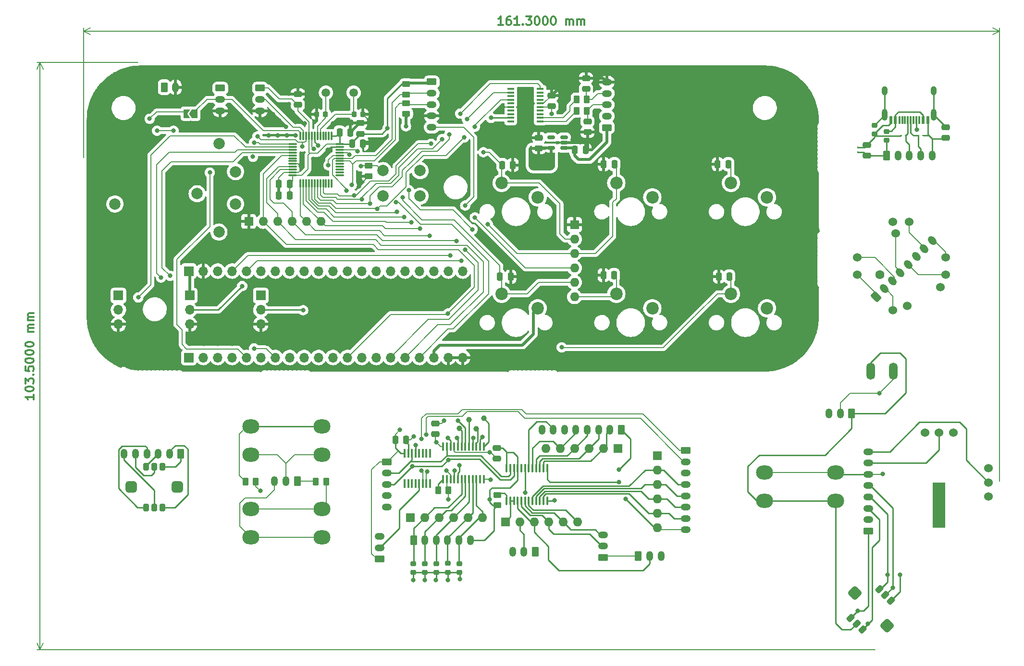
<source format=gtl>
%TF.GenerationSoftware,KiCad,Pcbnew,(6.0.9)*%
%TF.CreationDate,2022-11-09T20:57:25+01:00*%
%TF.ProjectId,libre-MIG,6c696272-652d-44d4-9947-2e6b69636164,v0.1*%
%TF.SameCoordinates,Original*%
%TF.FileFunction,Copper,L1,Top*%
%TF.FilePolarity,Positive*%
%FSLAX46Y46*%
G04 Gerber Fmt 4.6, Leading zero omitted, Abs format (unit mm)*
G04 Created by KiCad (PCBNEW (6.0.9)) date 2022-11-09 20:57:25*
%MOMM*%
%LPD*%
G01*
G04 APERTURE LIST*
G04 Aperture macros list*
%AMRoundRect*
0 Rectangle with rounded corners*
0 $1 Rounding radius*
0 $2 $3 $4 $5 $6 $7 $8 $9 X,Y pos of 4 corners*
0 Add a 4 corners polygon primitive as box body*
4,1,4,$2,$3,$4,$5,$6,$7,$8,$9,$2,$3,0*
0 Add four circle primitives for the rounded corners*
1,1,$1+$1,$2,$3*
1,1,$1+$1,$4,$5*
1,1,$1+$1,$6,$7*
1,1,$1+$1,$8,$9*
0 Add four rect primitives between the rounded corners*
20,1,$1+$1,$2,$3,$4,$5,0*
20,1,$1+$1,$4,$5,$6,$7,0*
20,1,$1+$1,$6,$7,$8,$9,0*
20,1,$1+$1,$8,$9,$2,$3,0*%
%AMHorizOval*
0 Thick line with rounded ends*
0 $1 width*
0 $2 $3 position (X,Y) of the first rounded end (center of the circle)*
0 $4 $5 position (X,Y) of the second rounded end (center of the circle)*
0 Add line between two ends*
20,1,$1,$2,$3,$4,$5,0*
0 Add two circle primitives to create the rounded ends*
1,1,$1,$2,$3*
1,1,$1,$4,$5*%
%AMFreePoly0*
4,1,6,0.500000,-0.750000,-0.650000,-0.750000,-0.150000,0.000000,-0.650000,0.750000,0.500000,0.750000,0.500000,-0.750000,0.500000,-0.750000,$1*%
%AMFreePoly1*
4,1,6,1.000000,0.000000,0.500000,-0.750000,-0.500000,-0.750000,-0.500000,0.750000,0.500000,0.750000,1.000000,0.000000,1.000000,0.000000,$1*%
G04 Aperture macros list end*
%ADD10C,0.300000*%
%TA.AperFunction,NonConductor*%
%ADD11C,0.300000*%
%TD*%
%TA.AperFunction,NonConductor*%
%ADD12C,0.200000*%
%TD*%
%TA.AperFunction,SMDPad,CuDef*%
%ADD13RoundRect,0.250000X-0.262500X-0.450000X0.262500X-0.450000X0.262500X0.450000X-0.262500X0.450000X0*%
%TD*%
%TA.AperFunction,SMDPad,CuDef*%
%ADD14RoundRect,0.250000X0.475000X-0.250000X0.475000X0.250000X-0.475000X0.250000X-0.475000X-0.250000X0*%
%TD*%
%TA.AperFunction,SMDPad,CuDef*%
%ADD15RoundRect,0.250000X-0.475000X0.250000X-0.475000X-0.250000X0.475000X-0.250000X0.475000X0.250000X0*%
%TD*%
%TA.AperFunction,ComponentPad*%
%ADD16O,3.000000X2.500000*%
%TD*%
%TA.AperFunction,SMDPad,CuDef*%
%ADD17RoundRect,0.250000X-0.250000X-0.475000X0.250000X-0.475000X0.250000X0.475000X-0.250000X0.475000X0*%
%TD*%
%TA.AperFunction,SMDPad,CuDef*%
%ADD18RoundRect,0.250000X-0.450000X0.262500X-0.450000X-0.262500X0.450000X-0.262500X0.450000X0.262500X0*%
%TD*%
%TA.AperFunction,ComponentPad*%
%ADD19O,1.750000X1.200000*%
%TD*%
%TA.AperFunction,ComponentPad*%
%ADD20RoundRect,0.250000X0.625000X-0.350000X0.625000X0.350000X-0.625000X0.350000X-0.625000X-0.350000X0*%
%TD*%
%TA.AperFunction,SMDPad,CuDef*%
%ADD21C,1.000000*%
%TD*%
%TA.AperFunction,SMDPad,CuDef*%
%ADD22RoundRect,0.150000X0.512500X0.150000X-0.512500X0.150000X-0.512500X-0.150000X0.512500X-0.150000X0*%
%TD*%
%TA.AperFunction,SMDPad,CuDef*%
%ADD23RoundRect,0.250000X0.450000X-0.262500X0.450000X0.262500X-0.450000X0.262500X-0.450000X-0.262500X0*%
%TD*%
%TA.AperFunction,ComponentPad*%
%ADD24O,1.000000X1.600000*%
%TD*%
%TA.AperFunction,ComponentPad*%
%ADD25O,1.000000X2.100000*%
%TD*%
%TA.AperFunction,SMDPad,CuDef*%
%ADD26R,0.600000X1.450000*%
%TD*%
%TA.AperFunction,SMDPad,CuDef*%
%ADD27R,0.300000X1.450000*%
%TD*%
%TA.AperFunction,ComponentPad*%
%ADD28RoundRect,0.250000X-0.625000X0.350000X-0.625000X-0.350000X0.625000X-0.350000X0.625000X0.350000X0*%
%TD*%
%TA.AperFunction,SMDPad,CuDef*%
%ADD29R,0.360000X0.250000*%
%TD*%
%TA.AperFunction,SMDPad,CuDef*%
%ADD30RoundRect,0.250000X0.262500X0.450000X-0.262500X0.450000X-0.262500X-0.450000X0.262500X-0.450000X0*%
%TD*%
%TA.AperFunction,ComponentPad*%
%ADD31O,1.500000X3.000000*%
%TD*%
%TA.AperFunction,ComponentPad*%
%ADD32O,1.600000X1.600000*%
%TD*%
%TA.AperFunction,ComponentPad*%
%ADD33R,1.600000X1.600000*%
%TD*%
%TA.AperFunction,SMDPad,CuDef*%
%ADD34RoundRect,0.225000X-0.250000X0.225000X-0.250000X-0.225000X0.250000X-0.225000X0.250000X0.225000X0*%
%TD*%
%TA.AperFunction,SMDPad,CuDef*%
%ADD35RoundRect,0.250000X0.250000X0.475000X-0.250000X0.475000X-0.250000X-0.475000X0.250000X-0.475000X0*%
%TD*%
%TA.AperFunction,ComponentPad*%
%ADD36C,2.000000*%
%TD*%
%TA.AperFunction,SMDPad,CuDef*%
%ADD37R,0.410000X1.600000*%
%TD*%
%TA.AperFunction,SMDPad,CuDef*%
%ADD38RoundRect,0.225000X-0.225000X-0.250000X0.225000X-0.250000X0.225000X0.250000X-0.225000X0.250000X0*%
%TD*%
%TA.AperFunction,ComponentPad*%
%ADD39O,1.700000X1.700000*%
%TD*%
%TA.AperFunction,ComponentPad*%
%ADD40R,1.700000X1.700000*%
%TD*%
%TA.AperFunction,ComponentPad*%
%ADD41O,1.200000X1.750000*%
%TD*%
%TA.AperFunction,ComponentPad*%
%ADD42RoundRect,0.250000X-0.350000X-0.625000X0.350000X-0.625000X0.350000X0.625000X-0.350000X0.625000X0*%
%TD*%
%TA.AperFunction,SMDPad,CuDef*%
%ADD43R,1.200000X0.400000*%
%TD*%
%TA.AperFunction,SMDPad,CuDef*%
%ADD44R,0.250000X0.360000*%
%TD*%
%TA.AperFunction,ComponentPad*%
%ADD45C,1.500000*%
%TD*%
%TA.AperFunction,SMDPad,CuDef*%
%ADD46RoundRect,0.500000X-0.500000X0.500000X-0.500000X-0.500000X0.500000X-0.500000X0.500000X0.500000X0*%
%TD*%
%TA.AperFunction,SMDPad,CuDef*%
%ADD47RoundRect,0.250000X-0.250000X0.425000X-0.250000X-0.425000X0.250000X-0.425000X0.250000X0.425000X0*%
%TD*%
%TA.AperFunction,SMDPad,CuDef*%
%ADD48RoundRect,0.100000X0.100000X-0.637500X0.100000X0.637500X-0.100000X0.637500X-0.100000X-0.637500X0*%
%TD*%
%TA.AperFunction,SMDPad,CuDef*%
%ADD49RoundRect,0.075000X-0.662500X0.075000X-0.662500X-0.075000X0.662500X-0.075000X0.662500X0.075000X0*%
%TD*%
%TA.AperFunction,SMDPad,CuDef*%
%ADD50RoundRect,0.075000X-0.075000X0.662500X-0.075000X-0.662500X0.075000X-0.662500X0.075000X0.662500X0*%
%TD*%
%TA.AperFunction,SMDPad,CuDef*%
%ADD51FreePoly0,180.000000*%
%TD*%
%TA.AperFunction,SMDPad,CuDef*%
%ADD52FreePoly1,180.000000*%
%TD*%
%TA.AperFunction,SMDPad,CuDef*%
%ADD53RoundRect,0.250000X0.123744X0.477297X-0.477297X-0.123744X-0.123744X-0.477297X0.477297X0.123744X0*%
%TD*%
%TA.AperFunction,SMDPad,CuDef*%
%ADD54RoundRect,0.500000X0.000000X0.707107X-0.707107X0.000000X0.000000X-0.707107X0.707107X0.000000X0*%
%TD*%
%TA.AperFunction,ComponentPad*%
%ADD55C,1.524000*%
%TD*%
%TA.AperFunction,WasherPad*%
%ADD56R,2.200000X8.000000*%
%TD*%
%TA.AperFunction,ComponentPad*%
%ADD57RoundRect,0.250000X0.350000X0.625000X-0.350000X0.625000X-0.350000X-0.625000X0.350000X-0.625000X0*%
%TD*%
%TA.AperFunction,WasherPad*%
%ADD58C,1.600000*%
%TD*%
%TA.AperFunction,SMDPad,CuDef*%
%ADD59RoundRect,0.225000X0.225000X0.250000X-0.225000X0.250000X-0.225000X-0.250000X0.225000X-0.250000X0*%
%TD*%
%TA.AperFunction,ComponentPad*%
%ADD60C,2.200000*%
%TD*%
%TA.AperFunction,ComponentPad*%
%ADD61RoundRect,0.250000X0.194454X-0.689429X0.689429X-0.194454X-0.194454X0.689429X-0.689429X0.194454X0*%
%TD*%
%TA.AperFunction,ComponentPad*%
%ADD62HorizOval,1.200000X-0.194454X0.194454X0.194454X-0.194454X0*%
%TD*%
%TA.AperFunction,ViaPad*%
%ADD63C,0.800000*%
%TD*%
%TA.AperFunction,Conductor*%
%ADD64C,0.200000*%
%TD*%
%TA.AperFunction,Conductor*%
%ADD65C,0.250000*%
%TD*%
%TA.AperFunction,Conductor*%
%ADD66C,0.500000*%
%TD*%
%TA.AperFunction,Conductor*%
%ADD67C,0.150000*%
%TD*%
G04 APERTURE END LIST*
D10*
D11*
X190864285Y-96378571D02*
X190007142Y-96378571D01*
X190435714Y-96378571D02*
X190435714Y-94878571D01*
X190292857Y-95092857D01*
X190150000Y-95235714D01*
X190007142Y-95307142D01*
X192150000Y-94878571D02*
X191864285Y-94878571D01*
X191721428Y-94950000D01*
X191650000Y-95021428D01*
X191507142Y-95235714D01*
X191435714Y-95521428D01*
X191435714Y-96092857D01*
X191507142Y-96235714D01*
X191578571Y-96307142D01*
X191721428Y-96378571D01*
X192007142Y-96378571D01*
X192150000Y-96307142D01*
X192221428Y-96235714D01*
X192292857Y-96092857D01*
X192292857Y-95735714D01*
X192221428Y-95592857D01*
X192150000Y-95521428D01*
X192007142Y-95450000D01*
X191721428Y-95450000D01*
X191578571Y-95521428D01*
X191507142Y-95592857D01*
X191435714Y-95735714D01*
X193721428Y-96378571D02*
X192864285Y-96378571D01*
X193292857Y-96378571D02*
X193292857Y-94878571D01*
X193150000Y-95092857D01*
X193007142Y-95235714D01*
X192864285Y-95307142D01*
X194364285Y-96235714D02*
X194435714Y-96307142D01*
X194364285Y-96378571D01*
X194292857Y-96307142D01*
X194364285Y-96235714D01*
X194364285Y-96378571D01*
X194935714Y-94878571D02*
X195864285Y-94878571D01*
X195364285Y-95450000D01*
X195578571Y-95450000D01*
X195721428Y-95521428D01*
X195792857Y-95592857D01*
X195864285Y-95735714D01*
X195864285Y-96092857D01*
X195792857Y-96235714D01*
X195721428Y-96307142D01*
X195578571Y-96378571D01*
X195150000Y-96378571D01*
X195007142Y-96307142D01*
X194935714Y-96235714D01*
X196792857Y-94878571D02*
X196935714Y-94878571D01*
X197078571Y-94950000D01*
X197150000Y-95021428D01*
X197221428Y-95164285D01*
X197292857Y-95450000D01*
X197292857Y-95807142D01*
X197221428Y-96092857D01*
X197150000Y-96235714D01*
X197078571Y-96307142D01*
X196935714Y-96378571D01*
X196792857Y-96378571D01*
X196650000Y-96307142D01*
X196578571Y-96235714D01*
X196507142Y-96092857D01*
X196435714Y-95807142D01*
X196435714Y-95450000D01*
X196507142Y-95164285D01*
X196578571Y-95021428D01*
X196650000Y-94950000D01*
X196792857Y-94878571D01*
X198221428Y-94878571D02*
X198364285Y-94878571D01*
X198507142Y-94950000D01*
X198578571Y-95021428D01*
X198650000Y-95164285D01*
X198721428Y-95450000D01*
X198721428Y-95807142D01*
X198650000Y-96092857D01*
X198578571Y-96235714D01*
X198507142Y-96307142D01*
X198364285Y-96378571D01*
X198221428Y-96378571D01*
X198078571Y-96307142D01*
X198007142Y-96235714D01*
X197935714Y-96092857D01*
X197864285Y-95807142D01*
X197864285Y-95450000D01*
X197935714Y-95164285D01*
X198007142Y-95021428D01*
X198078571Y-94950000D01*
X198221428Y-94878571D01*
X199650000Y-94878571D02*
X199792857Y-94878571D01*
X199935714Y-94950000D01*
X200007142Y-95021428D01*
X200078571Y-95164285D01*
X200150000Y-95450000D01*
X200150000Y-95807142D01*
X200078571Y-96092857D01*
X200007142Y-96235714D01*
X199935714Y-96307142D01*
X199792857Y-96378571D01*
X199650000Y-96378571D01*
X199507142Y-96307142D01*
X199435714Y-96235714D01*
X199364285Y-96092857D01*
X199292857Y-95807142D01*
X199292857Y-95450000D01*
X199364285Y-95164285D01*
X199435714Y-95021428D01*
X199507142Y-94950000D01*
X199650000Y-94878571D01*
X201935714Y-96378571D02*
X201935714Y-95378571D01*
X201935714Y-95521428D02*
X202007142Y-95450000D01*
X202150000Y-95378571D01*
X202364285Y-95378571D01*
X202507142Y-95450000D01*
X202578571Y-95592857D01*
X202578571Y-96378571D01*
X202578571Y-95592857D02*
X202650000Y-95450000D01*
X202792857Y-95378571D01*
X203007142Y-95378571D01*
X203150000Y-95450000D01*
X203221428Y-95592857D01*
X203221428Y-96378571D01*
X203935714Y-96378571D02*
X203935714Y-95378571D01*
X203935714Y-95521428D02*
X204007142Y-95450000D01*
X204150000Y-95378571D01*
X204364285Y-95378571D01*
X204507142Y-95450000D01*
X204578571Y-95592857D01*
X204578571Y-96378571D01*
X204578571Y-95592857D02*
X204650000Y-95450000D01*
X204792857Y-95378571D01*
X205007142Y-95378571D01*
X205150000Y-95450000D01*
X205221428Y-95592857D01*
X205221428Y-96378571D01*
D12*
X117000000Y-119700000D02*
X117000000Y-96913580D01*
X278300000Y-96913580D02*
X278300000Y-176800000D01*
X117000000Y-97500000D02*
X278300000Y-97500000D01*
X117000000Y-97500000D02*
X278300000Y-97500000D01*
X117000000Y-97500000D02*
X118126504Y-98086421D01*
X117000000Y-97500000D02*
X118126504Y-96913579D01*
X278300000Y-97500000D02*
X277173496Y-96913579D01*
X278300000Y-97500000D02*
X277173496Y-98086421D01*
D10*
D11*
X108178571Y-161535714D02*
X108178571Y-162392857D01*
X108178571Y-161964285D02*
X106678571Y-161964285D01*
X106892857Y-162107142D01*
X107035714Y-162250000D01*
X107107142Y-162392857D01*
X106678571Y-160607142D02*
X106678571Y-160464285D01*
X106750000Y-160321428D01*
X106821428Y-160250000D01*
X106964285Y-160178571D01*
X107250000Y-160107142D01*
X107607142Y-160107142D01*
X107892857Y-160178571D01*
X108035714Y-160250000D01*
X108107142Y-160321428D01*
X108178571Y-160464285D01*
X108178571Y-160607142D01*
X108107142Y-160750000D01*
X108035714Y-160821428D01*
X107892857Y-160892857D01*
X107607142Y-160964285D01*
X107250000Y-160964285D01*
X106964285Y-160892857D01*
X106821428Y-160821428D01*
X106750000Y-160750000D01*
X106678571Y-160607142D01*
X106678571Y-159607142D02*
X106678571Y-158678571D01*
X107250000Y-159178571D01*
X107250000Y-158964285D01*
X107321428Y-158821428D01*
X107392857Y-158750000D01*
X107535714Y-158678571D01*
X107892857Y-158678571D01*
X108035714Y-158750000D01*
X108107142Y-158821428D01*
X108178571Y-158964285D01*
X108178571Y-159392857D01*
X108107142Y-159535714D01*
X108035714Y-159607142D01*
X108035714Y-158035714D02*
X108107142Y-157964285D01*
X108178571Y-158035714D01*
X108107142Y-158107142D01*
X108035714Y-158035714D01*
X108178571Y-158035714D01*
X106678571Y-156607142D02*
X106678571Y-157321428D01*
X107392857Y-157392857D01*
X107321428Y-157321428D01*
X107250000Y-157178571D01*
X107250000Y-156821428D01*
X107321428Y-156678571D01*
X107392857Y-156607142D01*
X107535714Y-156535714D01*
X107892857Y-156535714D01*
X108035714Y-156607142D01*
X108107142Y-156678571D01*
X108178571Y-156821428D01*
X108178571Y-157178571D01*
X108107142Y-157321428D01*
X108035714Y-157392857D01*
X106678571Y-155607142D02*
X106678571Y-155464285D01*
X106750000Y-155321428D01*
X106821428Y-155250000D01*
X106964285Y-155178571D01*
X107250000Y-155107142D01*
X107607142Y-155107142D01*
X107892857Y-155178571D01*
X108035714Y-155250000D01*
X108107142Y-155321428D01*
X108178571Y-155464285D01*
X108178571Y-155607142D01*
X108107142Y-155750000D01*
X108035714Y-155821428D01*
X107892857Y-155892857D01*
X107607142Y-155964285D01*
X107250000Y-155964285D01*
X106964285Y-155892857D01*
X106821428Y-155821428D01*
X106750000Y-155750000D01*
X106678571Y-155607142D01*
X106678571Y-154178571D02*
X106678571Y-154035714D01*
X106750000Y-153892857D01*
X106821428Y-153821428D01*
X106964285Y-153750000D01*
X107250000Y-153678571D01*
X107607142Y-153678571D01*
X107892857Y-153750000D01*
X108035714Y-153821428D01*
X108107142Y-153892857D01*
X108178571Y-154035714D01*
X108178571Y-154178571D01*
X108107142Y-154321428D01*
X108035714Y-154392857D01*
X107892857Y-154464285D01*
X107607142Y-154535714D01*
X107250000Y-154535714D01*
X106964285Y-154464285D01*
X106821428Y-154392857D01*
X106750000Y-154321428D01*
X106678571Y-154178571D01*
X106678571Y-152750000D02*
X106678571Y-152607142D01*
X106750000Y-152464285D01*
X106821428Y-152392857D01*
X106964285Y-152321428D01*
X107250000Y-152250000D01*
X107607142Y-152250000D01*
X107892857Y-152321428D01*
X108035714Y-152392857D01*
X108107142Y-152464285D01*
X108178571Y-152607142D01*
X108178571Y-152750000D01*
X108107142Y-152892857D01*
X108035714Y-152964285D01*
X107892857Y-153035714D01*
X107607142Y-153107142D01*
X107250000Y-153107142D01*
X106964285Y-153035714D01*
X106821428Y-152964285D01*
X106750000Y-152892857D01*
X106678571Y-152750000D01*
X108178571Y-150464285D02*
X107178571Y-150464285D01*
X107321428Y-150464285D02*
X107250000Y-150392857D01*
X107178571Y-150250000D01*
X107178571Y-150035714D01*
X107250000Y-149892857D01*
X107392857Y-149821428D01*
X108178571Y-149821428D01*
X107392857Y-149821428D02*
X107250000Y-149750000D01*
X107178571Y-149607142D01*
X107178571Y-149392857D01*
X107250000Y-149250000D01*
X107392857Y-149178571D01*
X108178571Y-149178571D01*
X108178571Y-148464285D02*
X107178571Y-148464285D01*
X107321428Y-148464285D02*
X107250000Y-148392857D01*
X107178571Y-148250000D01*
X107178571Y-148035714D01*
X107250000Y-147892857D01*
X107392857Y-147821428D01*
X108178571Y-147821428D01*
X107392857Y-147821428D02*
X107250000Y-147750000D01*
X107178571Y-147607142D01*
X107178571Y-147392857D01*
X107250000Y-147250000D01*
X107392857Y-147178571D01*
X108178571Y-147178571D01*
D12*
X126500000Y-103000000D02*
X108713580Y-103000000D01*
X108713580Y-206500000D02*
X256400000Y-206500000D01*
X109300000Y-103000000D02*
X109300000Y-206500000D01*
X109300000Y-103000000D02*
X109300000Y-206500000D01*
X109300000Y-103000000D02*
X108713579Y-104126504D01*
X109300000Y-103000000D02*
X109886421Y-104126504D01*
X109300000Y-206500000D02*
X109886421Y-205373496D01*
X109300000Y-206500000D02*
X108713579Y-205373496D01*
D13*
%TO.P,R1,2*%
%TO.N,Net-(C3-Pad1)*%
X205636500Y-109486000D03*
%TO.P,R1,1*%
%TO.N,/MCU/USB_DM*%
X203811500Y-109486000D03*
%TD*%
D14*
%TO.P,C9,2*%
%TO.N,GND*%
X165700000Y-113650000D03*
%TO.P,C9,1*%
%TO.N,+3V3*%
X165700000Y-115550000D03*
%TD*%
D15*
%TO.P,C2,2*%
%TO.N,GND*%
X205740000Y-115262000D03*
%TO.P,C2,1*%
%TO.N,Net-(C2-Pad1)*%
X205740000Y-113362000D03*
%TD*%
D14*
%TO.P,C13,2*%
%TO.N,GND*%
X197170000Y-116222000D03*
%TO.P,C13,1*%
%TO.N,+3V3*%
X197170000Y-118122000D03*
%TD*%
D13*
%TO.P,R8,2*%
%TO.N,+3V3*%
X181258500Y-178412000D03*
%TO.P,R8,1*%
%TO.N,Net-(R8-Pad1)*%
X179433500Y-178412000D03*
%TD*%
D16*
%TO.P,SW2,2,2*%
%TO.N,Net-(R3-Pad2)*%
X158950001Y-167185787D03*
X146450001Y-167185787D03*
%TO.P,SW2,1,1*%
%TO.N,/Trigger/Stage1*%
X158950001Y-172185787D03*
X146450001Y-172185787D03*
%TD*%
D17*
%TO.P,C23,2*%
%TO.N,/MCU/SW5*%
X210434000Y-140474000D03*
%TO.P,C23,1*%
%TO.N,GND*%
X208534000Y-140474000D03*
%TD*%
%TO.P,C20,2*%
%TO.N,/MCU/SW2*%
X210500000Y-120916000D03*
%TO.P,C20,1*%
%TO.N,GND*%
X208600000Y-120916000D03*
%TD*%
D18*
%TO.P,R7,2*%
%TO.N,+3V3*%
X189900000Y-181061500D03*
%TO.P,R7,1*%
%TO.N,Net-(R7-Pad1)*%
X189900000Y-179236500D03*
%TD*%
D19*
%TO.P,J10,3,Pin_3*%
%TO.N,/IO Controller/Stage2*%
X208450000Y-186249000D03*
%TO.P,J10,2,Pin_2*%
%TO.N,/IO Controller/Stage1*%
X208450000Y-188249000D03*
D20*
%TO.P,J10,1,Pin_1*%
%TO.N,+3V3*%
X208450000Y-190249000D03*
%TD*%
D17*
%TO.P,C7,2*%
%TO.N,GND*%
X163949000Y-115292000D03*
%TO.P,C7,1*%
%TO.N,+3V3*%
X162049000Y-115292000D03*
%TD*%
D21*
%TO.P,TP5,1,1*%
%TO.N,/IO Controller/IN_xtra5*%
X184900000Y-165949000D03*
%TD*%
D22*
%TO.P,U5,5,VOUT*%
%TO.N,+3V3*%
X199334500Y-118056000D03*
%TO.P,U5,4,SENSE/ADJ*%
%TO.N,unconnected-(U5-Pad4)*%
X199334500Y-116156000D03*
%TO.P,U5,3,EN*%
%TO.N,/MCU/LDO_EN*%
X201609500Y-116156000D03*
%TO.P,U5,2,GND*%
%TO.N,GND*%
X201609500Y-117106000D03*
%TO.P,U5,1,VIN*%
%TO.N,+5V*%
X201609500Y-118056000D03*
%TD*%
D23*
%TO.P,R5,2*%
%TO.N,+3V3*%
X173800000Y-106787500D03*
%TO.P,R5,1*%
%TO.N,/MCU/SDA*%
X173800000Y-108612500D03*
%TD*%
D24*
%TO.P,P1,S1,SHIELD*%
%TO.N,Net-(C10-Pad1)*%
X266763000Y-108000000D03*
D25*
X258123000Y-112180000D03*
X266763000Y-112180000D03*
D24*
X258123000Y-108000000D03*
D26*
%TO.P,P1,B12,GND*%
%TO.N,GND*%
X265693000Y-113095000D03*
%TO.P,P1,B9,VBUS*%
%TO.N,Net-(FB2-Pad1)*%
X264893000Y-113095000D03*
D27*
%TO.P,P1,B8*%
%TO.N,N/C*%
X264193000Y-113095000D03*
%TO.P,P1,B7*%
X263193000Y-113095000D03*
%TO.P,P1,B6*%
X261693000Y-113095000D03*
%TO.P,P1,B5,VCONN*%
%TO.N,unconnected-(P1-PadB5)*%
X260693000Y-113095000D03*
D26*
%TO.P,P1,B4,VBUS*%
%TO.N,Net-(FB2-Pad1)*%
X259993000Y-113095000D03*
%TO.P,P1,B1,GND*%
%TO.N,GND*%
X259193000Y-113095000D03*
%TO.P,P1,A12,GND*%
X259193000Y-113095000D03*
%TO.P,P1,A9,VBUS*%
%TO.N,Net-(FB2-Pad1)*%
X259993000Y-113095000D03*
D27*
%TO.P,P1,A8*%
%TO.N,N/C*%
X261193000Y-113095000D03*
%TO.P,P1,A7,D-*%
%TO.N,Net-(D1-Pad1)*%
X262193000Y-113095000D03*
%TO.P,P1,A6,D+*%
%TO.N,Net-(D2-Pad1)*%
X262693000Y-113095000D03*
%TO.P,P1,A5,CC*%
%TO.N,Net-(J5-Pad2)*%
X263693000Y-113095000D03*
D26*
%TO.P,P1,A4,VBUS*%
%TO.N,Net-(FB2-Pad1)*%
X264893000Y-113095000D03*
%TO.P,P1,A1,GND*%
%TO.N,GND*%
X265693000Y-113095000D03*
%TD*%
D14*
%TO.P,C8,2*%
%TO.N,GND*%
X154713000Y-108550000D03*
%TO.P,C8,1*%
%TO.N,+3V3*%
X154713000Y-110450000D03*
%TD*%
D15*
%TO.P,C15,2*%
%TO.N,+3V3*%
X178902000Y-168513000D03*
%TO.P,C15,1*%
%TO.N,GND*%
X178902000Y-166613000D03*
%TD*%
D19*
%TO.P,J3,3,Pin_3*%
%TO.N,GND*%
X141050000Y-111500000D03*
%TO.P,J3,2,Pin_2*%
%TO.N,/MCU/YawIn*%
X141050000Y-109500000D03*
D28*
%TO.P,J3,1,Pin_1*%
%TO.N,+3V3*%
X141050000Y-107500000D03*
%TD*%
D29*
%TO.P,D1,2,A2*%
%TO.N,GND*%
X261023000Y-115850000D03*
%TO.P,D1,1,A1*%
%TO.N,Net-(D1-Pad1)*%
X261863000Y-115850000D03*
%TD*%
D17*
%TO.P,C12,2*%
%TO.N,GND*%
X205420000Y-118376000D03*
%TO.P,C12,1*%
%TO.N,+5V*%
X203520000Y-118376000D03*
%TD*%
D30*
%TO.P,R2,2*%
%TO.N,/MCU/USB_DP*%
X203811500Y-111518000D03*
%TO.P,R2,1*%
%TO.N,Net-(C2-Pad1)*%
X205636500Y-111518000D03*
%TD*%
D23*
%TO.P,R9,2*%
%TO.N,Net-(R9-Pad2)*%
X167199000Y-121179500D03*
%TO.P,R9,1*%
%TO.N,GND*%
X167199000Y-123004500D03*
%TD*%
D31*
%TO.P,SW16,2,2*%
%TO.N,/Face Plate/BigRed*%
X259634000Y-157415870D03*
%TO.P,SW16,1,1*%
%TO.N,+3V3*%
X255634000Y-157415870D03*
%TD*%
D32*
%TO.P,RN6,6,R5*%
%TO.N,/IO Controller/CenterButt*%
X203968000Y-183977000D03*
%TO.P,RN6,5,R4*%
%TO.N,/IO Controller/Stage2*%
X201428000Y-183977000D03*
%TO.P,RN6,4,R3*%
%TO.N,/IO Controller/Stage1*%
X198888000Y-183977000D03*
%TO.P,RN6,3,R2*%
%TO.N,/IO Controller/BigRed*%
X196348000Y-183977000D03*
%TO.P,RN6,2,R1*%
%TO.N,/IO Controller/FlipIn*%
X193808000Y-183977000D03*
D33*
%TO.P,RN6,1,common*%
%TO.N,GND*%
X191268000Y-183977000D03*
%TD*%
D34*
%TO.P,FB2,2*%
%TO.N,+5V*%
X258443000Y-116726000D03*
%TO.P,FB2,1*%
%TO.N,Net-(FB2-Pad1)*%
X258443000Y-115176000D03*
%TD*%
D32*
%TO.P,RN3,6,R5*%
%TO.N,/IO Controller/DirD1*%
X198380000Y-171023000D03*
%TO.P,RN3,5,R4*%
%TO.N,/IO Controller/DirL1*%
X200920000Y-171023000D03*
%TO.P,RN3,4,R3*%
%TO.N,/IO Controller/DirC1*%
X203460000Y-171023000D03*
%TO.P,RN3,3,R2*%
%TO.N,/IO Controller/DirR1*%
X206000000Y-171023000D03*
%TO.P,RN3,2,R1*%
%TO.N,/IO Controller/DirU1*%
X208540000Y-171023000D03*
D33*
%TO.P,RN3,1,common*%
%TO.N,GND*%
X211080000Y-171023000D03*
%TD*%
D23*
%TO.P,R6,2*%
%TO.N,/MCU/SCL*%
X173800000Y-110187500D03*
%TO.P,R6,1*%
%TO.N,+3V3*%
X173800000Y-112012500D03*
%TD*%
D34*
%TO.P,C39,2*%
%TO.N,GND*%
X179093000Y-192900000D03*
%TO.P,C39,1*%
%TO.N,/IO Controller/SideC*%
X179093000Y-191350000D03*
%TD*%
%TO.P,C40,2*%
%TO.N,GND*%
X181118000Y-192850000D03*
%TO.P,C40,1*%
%TO.N,/IO Controller/SideD*%
X181118000Y-191300000D03*
%TD*%
D21*
%TO.P,TP6,1,1*%
%TO.N,/IO Controller/IN_xtra7*%
X183149000Y-167512000D03*
%TD*%
D32*
%TO.P,RN1,6,R5*%
%TO.N,/MCU/SW5*%
X203454000Y-144284000D03*
%TO.P,RN1,5,R4*%
%TO.N,/MCU/SW4*%
X203454000Y-141744000D03*
%TO.P,RN1,4,R3*%
%TO.N,/MCU/SW3*%
X203454000Y-139204000D03*
%TO.P,RN1,3,R2*%
%TO.N,/MCU/SW2*%
X203454000Y-136664000D03*
%TO.P,RN1,2,R1*%
%TO.N,/MCU/SW1*%
X203454000Y-134124000D03*
D33*
%TO.P,RN1,1,common*%
%TO.N,GND*%
X203454000Y-131584000D03*
%TD*%
D29*
%TO.P,D2,2,A2*%
%TO.N,GND*%
X264863000Y-115850000D03*
%TO.P,D2,1,A1*%
%TO.N,Net-(D2-Pad1)*%
X264023000Y-115850000D03*
%TD*%
D14*
%TO.P,C3,2*%
%TO.N,GND*%
X205486000Y-105742000D03*
%TO.P,C3,1*%
%TO.N,Net-(C3-Pad1)*%
X205486000Y-107642000D03*
%TD*%
D30*
%TO.P,R3,2*%
%TO.N,Net-(R3-Pad2)*%
X145487501Y-176900001D03*
%TO.P,R3,1*%
%TO.N,+3V3*%
X147312501Y-176900001D03*
%TD*%
D16*
%TO.P,SW1,2,2*%
%TO.N,/Face Plate/CenterButt*%
X236934000Y-175255870D03*
X249434000Y-175255870D03*
%TO.P,SW1,1,1*%
%TO.N,+3V3*%
X249434000Y-180255870D03*
X236934000Y-180255870D03*
%TD*%
D17*
%TO.P,C24,2*%
%TO.N,/MCU/SW6*%
X230754000Y-140728000D03*
%TO.P,C24,1*%
%TO.N,GND*%
X228854000Y-140728000D03*
%TD*%
D35*
%TO.P,C6,2*%
%TO.N,GND*%
X151350000Y-124434000D03*
%TO.P,C6,1*%
%TO.N,+3V3*%
X153250000Y-124434000D03*
%TD*%
%TO.P,C4,2*%
%TO.N,GND*%
X151350000Y-126400000D03*
%TO.P,C4,1*%
%TO.N,+3V3*%
X153250000Y-126400000D03*
%TD*%
D14*
%TO.P,C1,2*%
%TO.N,GND*%
X199390000Y-108790000D03*
%TO.P,C1,1*%
%TO.N,+5V*%
X199390000Y-110690000D03*
%TD*%
D19*
%TO.P,J12,8,Pin_8*%
%TO.N,/IO Controller/DirD*%
X223060000Y-185389000D03*
%TO.P,J12,7,Pin_7*%
%TO.N,/IO Controller/DirU*%
X223060000Y-183389000D03*
%TO.P,J12,6,Pin_6*%
%TO.N,/IO Controller/DirR*%
X223060000Y-181389000D03*
%TO.P,J12,5,Pin_5*%
%TO.N,/IO Controller/DirL*%
X223060000Y-179389000D03*
%TO.P,J12,4,Pin_4*%
%TO.N,/IO Controller/DirC*%
X223060000Y-177389000D03*
%TO.P,J12,3,Pin_3*%
%TO.N,/IO Controller/CenterButt*%
X223060000Y-175389000D03*
%TO.P,J12,2,Pin_2*%
%TO.N,/IO Controller/Axis2*%
X223060000Y-173389000D03*
D28*
%TO.P,J12,1,Pin_1*%
%TO.N,/IO Controller/Axis1*%
X223060000Y-171389000D03*
%TD*%
D34*
%TO.P,C41,2*%
%TO.N,GND*%
X183143000Y-192875000D03*
%TO.P,C41,1*%
%TO.N,/IO Controller/SideCenter*%
X183143000Y-191325000D03*
%TD*%
D32*
%TO.P,RN2,6,R5*%
%TO.N,/MCU/Rot4*%
X158750000Y-131000000D03*
%TO.P,RN2,5,R4*%
%TO.N,/MCU/Rot3*%
X156210000Y-131000000D03*
%TO.P,RN2,4,R3*%
%TO.N,/MCU/Rot2*%
X153670000Y-131000000D03*
%TO.P,RN2,3,R2*%
%TO.N,/MCU/Rot1*%
X151130000Y-131000000D03*
%TO.P,RN2,2,R1*%
%TO.N,/MCU/SW6*%
X148590000Y-131000000D03*
D33*
%TO.P,RN2,1,common*%
%TO.N,GND*%
X146050000Y-131000000D03*
%TD*%
D36*
%TO.P,SW4,2,2*%
%TO.N,Net-(R9-Pad2)*%
X176250000Y-122050000D03*
X169750000Y-122050000D03*
%TO.P,SW4,1,1*%
%TO.N,+3V3*%
X169750000Y-126550000D03*
X176250000Y-126550000D03*
%TD*%
D21*
%TO.P,TP3,1,1*%
%TO.N,/IO Controller/IN_xtra1*%
X187449000Y-165712000D03*
%TD*%
D17*
%TO.P,C21,2*%
%TO.N,/MCU/SW3*%
X230566000Y-120916000D03*
%TO.P,C21,1*%
%TO.N,GND*%
X228666000Y-120916000D03*
%TD*%
D37*
%TO.P,U6,16,Vdd*%
%TO.N,+3V3*%
X173551500Y-171924700D03*
%TO.P,U6,15,GND*%
%TO.N,GND*%
X174186500Y-171924700D03*
%TO.P,U6,14,SDA*%
%TO.N,/IO Controller/SDA*%
X174821500Y-171924700D03*
%TO.P,U6,13,SCL*%
%TO.N,/IO Controller/SCL*%
X175456500Y-171924700D03*
%TO.P,U6,12,AIN7*%
%TO.N,/IO Controller/AIN7*%
X176091500Y-171924700D03*
%TO.P,U6,11,AIN6*%
%TO.N,/IO Controller/AIN6*%
X176726500Y-171924700D03*
%TO.P,U6,10,AIN5*%
%TO.N,/IO Controller/AIN5*%
X177361500Y-171924700D03*
%TO.P,U6,9,AIN4*%
%TO.N,/IO Controller/AIN4*%
X177996500Y-171924700D03*
%TO.P,U6,8,AIN3*%
%TO.N,/IO Controller/AIN3*%
X177996500Y-177233300D03*
%TO.P,U6,7,AIN2*%
%TO.N,/IO Controller/Axis2*%
X177361500Y-177233300D03*
%TO.P,U6,6,AIN1*%
%TO.N,/IO Controller/Axis1*%
X176726500Y-177233300D03*
%TO.P,U6,5,AIN0*%
%TO.N,/IO Controller/TwistIn*%
X176091500Y-177233300D03*
%TO.P,U6,4,NC*%
%TO.N,unconnected-(U6-Pad4)*%
X175456500Y-177233300D03*
%TO.P,U6,3,NC*%
%TO.N,unconnected-(U6-Pad3)*%
X174821500Y-177233300D03*
%TO.P,U6,2,NC*%
%TO.N,unconnected-(U6-Pad2)*%
X174186500Y-177233300D03*
%TO.P,U6,1,REF*%
%TO.N,unconnected-(U6-Pad1)*%
X173551500Y-177233300D03*
%TD*%
D14*
%TO.P,C11,2*%
%TO.N,GND*%
X254986000Y-117501000D03*
%TO.P,C11,1*%
%TO.N,+5V*%
X254986000Y-119401000D03*
%TD*%
D38*
%TO.P,C18,2*%
%TO.N,Net-(C18-Pad2)*%
X159586000Y-112110000D03*
%TO.P,C18,1*%
%TO.N,GND*%
X158036000Y-112110000D03*
%TD*%
D39*
%TO.P,J6,20,Pin_20*%
%TO.N,/MCU/Rot3*%
X183760000Y-139760000D03*
%TO.P,J6,19,Pin_19*%
%TO.N,/MCU/Rot4*%
X181220000Y-139760000D03*
%TO.P,J6,18,Pin_18*%
%TO.N,/MCU/SW2*%
X178680000Y-139760000D03*
%TO.P,J6,17,Pin_17*%
%TO.N,/MCU/SW3*%
X176140000Y-139760000D03*
%TO.P,J6,16,Pin_16*%
%TO.N,/MCU/EN*%
X173600000Y-139760000D03*
%TO.P,J6,15,Pin_15*%
%TO.N,/MCU/TxD*%
X171060000Y-139760000D03*
%TO.P,J6,14,Pin_14*%
%TO.N,/MCU/RxD*%
X168520000Y-139760000D03*
%TO.P,J6,13,Pin_13*%
%TO.N,/MCU/CTS*%
X165980000Y-139760000D03*
%TO.P,J6,12,Pin_12*%
%TO.N,/MCU/RTS*%
X163440000Y-139760000D03*
%TO.P,J6,11,Pin_11*%
%TO.N,unconnected-(J6-Pad11)*%
X160900000Y-139760000D03*
%TO.P,J6,10,Pin_10*%
%TO.N,unconnected-(J6-Pad10)*%
X158360000Y-139760000D03*
%TO.P,J6,9,Pin_9*%
%TO.N,unconnected-(J6-Pad9)*%
X155820000Y-139760000D03*
%TO.P,J6,8,Pin_8*%
%TO.N,unconnected-(J6-Pad8)*%
X153280000Y-139760000D03*
%TO.P,J6,7,Pin_7*%
%TO.N,/MCU/SDA*%
X150740000Y-139760000D03*
%TO.P,J6,6,Pin_6*%
%TO.N,/MCU/SCL*%
X148200000Y-139760000D03*
%TO.P,J6,5,Pin_5*%
%TO.N,/MCU/SW4*%
X145660000Y-139760000D03*
%TO.P,J6,4,Pin_4*%
%TO.N,/MCU/SW5*%
X143120000Y-139760000D03*
%TO.P,J6,3,Pin_3*%
%TO.N,unconnected-(J6-Pad3)*%
X140580000Y-139760000D03*
%TO.P,J6,2,Pin_2*%
%TO.N,GND*%
X138040000Y-139760000D03*
D40*
%TO.P,J6,1,Pin_1*%
%TO.N,+3V3*%
X135500000Y-139760000D03*
%TD*%
D41*
%TO.P,J9,3,Pin_3*%
%TO.N,GND*%
X218700000Y-190049000D03*
%TO.P,J9,2,Pin_2*%
%TO.N,/IO Controller/BigRed*%
X216700000Y-190049000D03*
D42*
%TO.P,J9,1,Pin_1*%
%TO.N,+3V3*%
X214700000Y-190049000D03*
%TD*%
D19*
%TO.P,J13,5,Pin_5*%
%TO.N,/IO Controller/EN*%
X170399000Y-181373000D03*
%TO.P,J13,4,Pin_4*%
%TO.N,GND*%
X170399000Y-179373000D03*
%TO.P,J13,3,Pin_3*%
%TO.N,/IO Controller/SCL*%
X170399000Y-177373000D03*
%TO.P,J13,2,Pin_2*%
%TO.N,/IO Controller/SDA*%
X170399000Y-175373000D03*
D28*
%TO.P,J13,1,Pin_1*%
%TO.N,+3V3*%
X170399000Y-173373000D03*
%TD*%
D43*
%TO.P,U4,20,TXD*%
%TO.N,/MCU/RxD*%
X197418000Y-107644500D03*
%TO.P,U4,19,CBUS3*%
%TO.N,unconnected-(U4-Pad19)*%
X197418000Y-108279500D03*
%TO.P,U4,18,CBUS0*%
%TO.N,unconnected-(U4-Pad18)*%
X197418000Y-108914500D03*
%TO.P,U4,17,CBUS1*%
%TO.N,unconnected-(U4-Pad17)*%
X197418000Y-109549500D03*
%TO.P,U4,16,GND*%
%TO.N,GND*%
X197418000Y-110184500D03*
%TO.P,U4,15,VCC*%
%TO.N,+5V*%
X197418000Y-110819500D03*
%TO.P,U4,14,~{RESET}*%
%TO.N,/MCU/3v3Out*%
X197418000Y-111454500D03*
%TO.P,U4,13,3V3OUT*%
X197418000Y-112089500D03*
%TO.P,U4,12,USBDM*%
%TO.N,/MCU/USB_DM*%
X197418000Y-112724500D03*
%TO.P,U4,11,USBDP*%
%TO.N,/MCU/USB_DP*%
X197418000Y-113359500D03*
%TO.P,U4,10,CBUS2*%
%TO.N,unconnected-(U4-Pad10)*%
X192218000Y-113359500D03*
%TO.P,U4,9,~{CTS}*%
%TO.N,/MCU/RTS*%
X192218000Y-112724500D03*
%TO.P,U4,8,~{DCD}*%
%TO.N,unconnected-(U4-Pad8)*%
X192218000Y-112089500D03*
%TO.P,U4,7,~{DSR}*%
%TO.N,unconnected-(U4-Pad7)*%
X192218000Y-111454500D03*
%TO.P,U4,6,GND*%
%TO.N,GND*%
X192218000Y-110819500D03*
%TO.P,U4,5,~{RI}*%
%TO.N,unconnected-(U4-Pad5)*%
X192218000Y-110184500D03*
%TO.P,U4,4,RXD*%
%TO.N,/MCU/TxD*%
X192218000Y-109549500D03*
%TO.P,U4,3,VCCIO*%
%TO.N,/MCU/3v3Out*%
X192218000Y-108914500D03*
%TO.P,U4,2,~{RTS}*%
%TO.N,/MCU/CTS*%
X192218000Y-108279500D03*
%TO.P,U4,1,~{DTR}*%
%TO.N,unconnected-(U4-Pad1)*%
X192218000Y-107644500D03*
%TD*%
D44*
%TO.P,D3,2,A2*%
%TO.N,GND*%
X253386000Y-117931000D03*
%TO.P,D3,1,A1*%
%TO.N,+5V*%
X253386000Y-118771000D03*
%TD*%
D34*
%TO.P,C37,2*%
%TO.N,GND*%
X175043000Y-192875000D03*
%TO.P,C37,1*%
%TO.N,/IO Controller/SideA*%
X175043000Y-191325000D03*
%TD*%
%TO.P,C38,2*%
%TO.N,GND*%
X177068000Y-192875000D03*
%TO.P,C38,1*%
%TO.N,/IO Controller/SideB*%
X177068000Y-191325000D03*
%TD*%
D45*
%TO.P,Y1,2,2*%
%TO.N,Net-(C17-Pad2)*%
X164543000Y-108300000D03*
%TO.P,Y1,1,1*%
%TO.N,Net-(C18-Pad2)*%
X159663000Y-108300000D03*
%TD*%
D17*
%TO.P,C5,2*%
%TO.N,GND*%
X166150000Y-117300000D03*
%TO.P,C5,1*%
%TO.N,+3V3*%
X164250000Y-117300000D03*
%TD*%
D13*
%TO.P,R4,2*%
%TO.N,Net-(R4-Pad2)*%
X159712501Y-176900001D03*
%TO.P,R4,1*%
%TO.N,+3V3*%
X157887501Y-176900001D03*
%TD*%
D15*
%TO.P,C10,2*%
%TO.N,GND*%
X268886000Y-116301000D03*
%TO.P,C10,1*%
%TO.N,Net-(C10-Pad1)*%
X268886000Y-114401000D03*
%TD*%
D39*
%TO.P,J7,20,Pin_20*%
%TO.N,GND*%
X183760000Y-155000000D03*
%TO.P,J7,19,Pin_19*%
X181220000Y-155000000D03*
%TO.P,J7,18,Pin_18*%
%TO.N,+3V3*%
X178680000Y-155000000D03*
%TO.P,J7,17,Pin_17*%
%TO.N,/MCU/NRST*%
X176140000Y-155000000D03*
%TO.P,J7,16,Pin_16*%
%TO.N,/MCU/Rot1*%
X173600000Y-155000000D03*
%TO.P,J7,15,Pin_15*%
%TO.N,/MCU/Rot2*%
X171060000Y-155000000D03*
%TO.P,J7,14,Pin_14*%
%TO.N,unconnected-(J7-Pad14)*%
X168520000Y-155000000D03*
%TO.P,J7,13,Pin_13*%
%TO.N,unconnected-(J7-Pad13)*%
X165980000Y-155000000D03*
%TO.P,J7,12,Pin_12*%
%TO.N,/MCU/SW6*%
X163440000Y-155000000D03*
%TO.P,J7,11,Pin_11*%
%TO.N,/MCU/Togg3*%
X160900000Y-155000000D03*
%TO.P,J7,10,Pin_10*%
%TO.N,/MCU/Togg2*%
X158360000Y-155000000D03*
%TO.P,J7,9,Pin_9*%
%TO.N,/MCU/Togg1*%
X155820000Y-155000000D03*
%TO.P,J7,8,Pin_8*%
%TO.N,unconnected-(J7-Pad8)*%
X153280000Y-155000000D03*
%TO.P,J7,7,Pin_7*%
%TO.N,/MCU/YawIn2*%
X150740000Y-155000000D03*
%TO.P,J7,6,Pin_6*%
%TO.N,/MCU/PitchIn2*%
X148200000Y-155000000D03*
%TO.P,J7,5,Pin_5*%
%TO.N,/MCU/SW1*%
X145660000Y-155000000D03*
%TO.P,J7,4,Pin_4*%
%TO.N,unconnected-(J7-Pad4)*%
X143120000Y-155000000D03*
%TO.P,J7,3,Pin_3*%
%TO.N,unconnected-(J7-Pad3)*%
X140580000Y-155000000D03*
%TO.P,J7,2,Pin_2*%
%TO.N,unconnected-(J7-Pad2)*%
X138040000Y-155000000D03*
D40*
%TO.P,J7,1,Pin_1*%
%TO.N,unconnected-(J7-Pad1)*%
X135500000Y-155000000D03*
%TD*%
D14*
%TO.P,C14,2*%
%TO.N,+3V3*%
X189743000Y-170950000D03*
%TO.P,C14,1*%
%TO.N,GND*%
X189743000Y-172850000D03*
%TD*%
D19*
%TO.P,J14,3,Pin_3*%
%TO.N,GND*%
X169128000Y-186549000D03*
%TO.P,J14,2,Pin_2*%
%TO.N,/IO Controller/TwistIn*%
X169128000Y-188549000D03*
D20*
%TO.P,J14,1,Pin_1*%
%TO.N,+3V3*%
X169128000Y-190549000D03*
%TD*%
D21*
%TO.P,TP4,1,1*%
%TO.N,/IO Controller/IN_xtra3*%
X186149000Y-167612000D03*
%TD*%
D46*
%TO.P,SW18,*%
%TO.N,*%
X125355696Y-177848368D03*
X133455696Y-177848368D03*
D47*
%TO.P,SW18,1,A*%
%TO.N,/Trigger/SideA*%
X130855696Y-174273368D03*
%TO.P,SW18,2,Cen*%
%TO.N,/Trigger/SideCenter*%
X129405696Y-174273368D03*
%TO.P,SW18,3,C*%
%TO.N,/Trigger/SideC*%
X127955696Y-174273368D03*
%TO.P,SW18,4,B*%
%TO.N,/Trigger/SideB*%
X130855696Y-181423368D03*
%TO.P,SW18,5,Com*%
%TO.N,+3V3*%
X129405696Y-181423368D03*
%TO.P,SW18,6,D*%
%TO.N,/Trigger/SideD*%
X127955696Y-181423368D03*
%TD*%
D35*
%TO.P,C16,2*%
%TO.N,+3V3*%
X171899000Y-169512000D03*
%TO.P,C16,1*%
%TO.N,GND*%
X173799000Y-169512000D03*
%TD*%
D48*
%TO.P,U3,24,VCC*%
%TO.N,+3V3*%
X180327000Y-170700500D03*
%TO.P,U3,23,SDA*%
%TO.N,/IO Controller/SDA*%
X180977000Y-170700500D03*
%TO.P,U3,22,SCL*%
%TO.N,/IO Controller/SCL*%
X181627000Y-170700500D03*
%TO.P,U3,21,A0*%
%TO.N,GND*%
X182277000Y-170700500D03*
%TO.P,U3,20,P17*%
%TO.N,/IO Controller/IN_xtra8*%
X182927000Y-170700500D03*
%TO.P,U3,19,P16*%
%TO.N,/IO Controller/IN_xtra7*%
X183577000Y-170700500D03*
%TO.P,U3,18,P15*%
%TO.N,/IO Controller/IN_xtra6*%
X184227000Y-170700500D03*
%TO.P,U3,17,P14*%
%TO.N,/IO Controller/IN_xtra5*%
X184877000Y-170700500D03*
%TO.P,U3,16,P13*%
%TO.N,/IO Controller/IN_xtra4*%
X185527000Y-170700500D03*
%TO.P,U3,15,P12*%
%TO.N,/IO Controller/IN_xtra3*%
X186177000Y-170700500D03*
%TO.P,U3,14,P11*%
%TO.N,/IO Controller/IN_xtra2*%
X186827000Y-170700500D03*
%TO.P,U3,13,P10*%
%TO.N,/IO Controller/IN_xtra1*%
X187477000Y-170700500D03*
%TO.P,U3,12,GND*%
%TO.N,GND*%
X187477000Y-176425500D03*
%TO.P,U3,11,P07*%
%TO.N,unconnected-(U3-Pad11)*%
X186827000Y-176425500D03*
%TO.P,U3,10,P06*%
%TO.N,/IO Controller/SideCenter*%
X186177000Y-176425500D03*
%TO.P,U3,9,P05*%
%TO.N,/IO Controller/SideD*%
X185527000Y-176425500D03*
%TO.P,U3,8,P04*%
%TO.N,/IO Controller/SideC*%
X184877000Y-176425500D03*
%TO.P,U3,7,P03*%
%TO.N,/IO Controller/SideB*%
X184227000Y-176425500D03*
%TO.P,U3,6,P02*%
%TO.N,/IO Controller/SideA*%
X183577000Y-176425500D03*
%TO.P,U3,5,P01*%
%TO.N,/IO Controller/EncodeB*%
X182927000Y-176425500D03*
%TO.P,U3,4,P00*%
%TO.N,/IO Controller/EncodeA*%
X182277000Y-176425500D03*
%TO.P,U3,3,A2*%
%TO.N,GND*%
X181627000Y-176425500D03*
%TO.P,U3,2,A1*%
%TO.N,+3V3*%
X180977000Y-176425500D03*
%TO.P,U3,1,~{INT}*%
%TO.N,Net-(R8-Pad1)*%
X180327000Y-176425500D03*
%TD*%
D19*
%TO.P,J4,5,Pin_5*%
%TO.N,GND*%
X209157000Y-106449000D03*
%TO.P,J4,4,Pin_4*%
%TO.N,Net-(C3-Pad1)*%
X209157000Y-108449000D03*
%TO.P,J4,3,Pin_3*%
%TO.N,Net-(C2-Pad1)*%
X209157000Y-110449000D03*
%TO.P,J4,2,Pin_2*%
%TO.N,/MCU/CC*%
X209157000Y-112449000D03*
D20*
%TO.P,J4,1,Pin_1*%
%TO.N,+5V*%
X209157000Y-114449000D03*
%TD*%
D49*
%TO.P,U1,48,VDD*%
%TO.N,+3V3*%
X162089500Y-117366000D03*
%TO.P,U1,47,VSS*%
%TO.N,GND*%
X162089500Y-117866000D03*
%TO.P,U1,46,PB9*%
%TO.N,/MCU/SW5*%
X162089500Y-118366000D03*
%TO.P,U1,45,PB8*%
%TO.N,/MCU/SW4*%
X162089500Y-118866000D03*
%TO.P,U1,44,BOOT0*%
%TO.N,Net-(R9-Pad2)*%
X162089500Y-119366000D03*
%TO.P,U1,43,PB7*%
%TO.N,/MCU/SDA*%
X162089500Y-119866000D03*
%TO.P,U1,42,PB6*%
%TO.N,/MCU/SCL*%
X162089500Y-120366000D03*
%TO.P,U1,41,PB5*%
%TO.N,unconnected-(U1-Pad41)*%
X162089500Y-120866000D03*
%TO.P,U1,40,PB4*%
%TO.N,unconnected-(U1-Pad40)*%
X162089500Y-121366000D03*
%TO.P,U1,39,PB3*%
%TO.N,unconnected-(U1-Pad39)*%
X162089500Y-121866000D03*
%TO.P,U1,38,PA15*%
%TO.N,unconnected-(U1-Pad38)*%
X162089500Y-122366000D03*
%TO.P,U1,37,PA14*%
%TO.N,/MCU/SWCLK*%
X162089500Y-122866000D03*
D50*
%TO.P,U1,36,PF7*%
%TO.N,unconnected-(U1-Pad36)*%
X160677000Y-124278500D03*
%TO.P,U1,35,PF6*%
%TO.N,unconnected-(U1-Pad35)*%
X160177000Y-124278500D03*
%TO.P,U1,34,PA13*%
%TO.N,/MCU/SWDIO*%
X159677000Y-124278500D03*
%TO.P,U1,33,PA12*%
%TO.N,/MCU/RTS*%
X159177000Y-124278500D03*
%TO.P,U1,32,PA11*%
%TO.N,/MCU/CTS*%
X158677000Y-124278500D03*
%TO.P,U1,31,PA10*%
%TO.N,/MCU/RxD*%
X158177000Y-124278500D03*
%TO.P,U1,30,PA9*%
%TO.N,/MCU/TxD*%
X157677000Y-124278500D03*
%TO.P,U1,29,PA8*%
%TO.N,/MCU/EN*%
X157177000Y-124278500D03*
%TO.P,U1,28,PB15*%
%TO.N,/MCU/SW3*%
X156677000Y-124278500D03*
%TO.P,U1,27,PB14*%
%TO.N,/MCU/SW2*%
X156177000Y-124278500D03*
%TO.P,U1,26,PB13*%
%TO.N,/MCU/Rot4*%
X155677000Y-124278500D03*
%TO.P,U1,25,PB12*%
%TO.N,/MCU/Rot3*%
X155177000Y-124278500D03*
D49*
%TO.P,U1,24,VDD*%
%TO.N,+3V3*%
X153764500Y-122866000D03*
%TO.P,U1,23,VSS*%
%TO.N,GND*%
X153764500Y-122366000D03*
%TO.P,U1,22,PB11*%
%TO.N,/MCU/Rot2*%
X153764500Y-121866000D03*
%TO.P,U1,21,PB10*%
%TO.N,/MCU/Rot1*%
X153764500Y-121366000D03*
%TO.P,U1,20,PB2*%
%TO.N,GND*%
X153764500Y-120866000D03*
%TO.P,U1,19,PB1*%
%TO.N,unconnected-(U1-Pad19)*%
X153764500Y-120366000D03*
%TO.P,U1,18,PB0*%
%TO.N,unconnected-(U1-Pad18)*%
X153764500Y-119866000D03*
%TO.P,U1,17,PA7*%
%TO.N,/MCU/SW6*%
X153764500Y-119366000D03*
%TO.P,U1,16,PA6*%
%TO.N,/MCU/Togg3*%
X153764500Y-118866000D03*
%TO.P,U1,15,PA5*%
%TO.N,/MCU/Togg2*%
X153764500Y-118366000D03*
%TO.P,U1,14,PA4*%
%TO.N,/MCU/Togg1*%
X153764500Y-117866000D03*
%TO.P,U1,13,PA3*%
%TO.N,/MCU/ADC3*%
X153764500Y-117366000D03*
D50*
%TO.P,U1,12,PA2*%
%TO.N,/MCU/YawIn*%
X155177000Y-115953500D03*
%TO.P,U1,11,PA1*%
%TO.N,/MCU/PitchIn*%
X155677000Y-115953500D03*
%TO.P,U1,10,PA0*%
%TO.N,/MCU/SW1*%
X156177000Y-115953500D03*
%TO.P,U1,9,VDDA*%
%TO.N,+3V3*%
X156677000Y-115953500D03*
%TO.P,U1,8,VSSA*%
%TO.N,GND*%
X157177000Y-115953500D03*
%TO.P,U1,7,NRST*%
%TO.N,/MCU/NRST*%
X157677000Y-115953500D03*
%TO.P,U1,6,PF1*%
%TO.N,Net-(C18-Pad2)*%
X158177000Y-115953500D03*
%TO.P,U1,5,PF0*%
%TO.N,Net-(C17-Pad2)*%
X158677000Y-115953500D03*
%TO.P,U1,4,PC15*%
%TO.N,unconnected-(U1-Pad4)*%
X159177000Y-115953500D03*
%TO.P,U1,3,PC14*%
%TO.N,unconnected-(U1-Pad3)*%
X159677000Y-115953500D03*
%TO.P,U1,2,PC13*%
%TO.N,unconnected-(U1-Pad2)*%
X160177000Y-115953500D03*
%TO.P,U1,1,VDD*%
%TO.N,+3V3*%
X160677000Y-115953500D03*
%TD*%
D51*
%TO.P,JP1,2,B*%
%TO.N,/MCU/YawIn2*%
X135075000Y-112000000D03*
D52*
%TO.P,JP1,1,A*%
%TO.N,/MCU/YawIn*%
X136525000Y-112000000D03*
%TD*%
D53*
%TO.P,SW17,6,D*%
%TO.N,/Face Plate/DirD*%
X252130788Y-200918472D03*
%TO.P,SW17,5,Com*%
%TO.N,+3V3*%
X253156093Y-201943777D03*
%TO.P,SW17,4,B*%
%TO.N,/Face Plate/DirR*%
X254181398Y-202969082D03*
%TO.P,SW17,3,C*%
%TO.N,/Face Plate/DirL*%
X257186602Y-195862658D03*
%TO.P,SW17,2,Cen*%
%TO.N,/Face Plate/DirC*%
X258211907Y-196887963D03*
%TO.P,SW17,1,A*%
%TO.N,/Face Plate/DirU*%
X259237212Y-197913268D03*
D54*
%TO.P,SW17,*%
%TO.N,*%
X258547782Y-202279652D03*
X252820218Y-196552088D03*
%TD*%
D35*
%TO.P,C22,2*%
%TO.N,/MCU/SW4*%
X190307000Y-140749000D03*
%TO.P,C22,1*%
%TO.N,GND*%
X192207000Y-140749000D03*
%TD*%
%TO.P,C19,2*%
%TO.N,/MCU/SW1*%
X190707000Y-121049000D03*
%TO.P,C19,1*%
%TO.N,GND*%
X192607000Y-121049000D03*
%TD*%
D41*
%TO.P,J15,6,Pin_6*%
%TO.N,+3V3*%
X185092000Y-187237000D03*
%TO.P,J15,5,Pin_5*%
%TO.N,/IO Controller/SideCenter*%
X183092000Y-187237000D03*
%TO.P,J15,4,Pin_4*%
%TO.N,/IO Controller/SideD*%
X181092000Y-187237000D03*
%TO.P,J15,3,Pin_3*%
%TO.N,/IO Controller/SideC*%
X179092000Y-187237000D03*
%TO.P,J15,2,Pin_2*%
%TO.N,/IO Controller/SideB*%
X177092000Y-187237000D03*
D42*
%TO.P,J15,1,Pin_1*%
%TO.N,/IO Controller/SideA*%
X175092000Y-187237000D03*
%TD*%
D16*
%TO.P,SW3,2,2*%
%TO.N,Net-(R4-Pad2)*%
X158950001Y-181700001D03*
X146450001Y-181700001D03*
%TO.P,SW3,1,1*%
%TO.N,/Trigger/Stage2*%
X158950001Y-186700001D03*
X146450001Y-186700001D03*
%TD*%
D32*
%TO.P,RN4,6,R5*%
%TO.N,/IO Controller/DirD*%
X218043000Y-184993000D03*
%TO.P,RN4,5,R4*%
%TO.N,/IO Controller/DirU*%
X218043000Y-182453000D03*
%TO.P,RN4,4,R3*%
%TO.N,/IO Controller/DirR*%
X218043000Y-179913000D03*
%TO.P,RN4,3,R2*%
%TO.N,/IO Controller/DirL*%
X218043000Y-177373000D03*
%TO.P,RN4,2,R1*%
%TO.N,/IO Controller/DirC*%
X218043000Y-174833000D03*
D33*
%TO.P,RN4,1,common*%
%TO.N,GND*%
X218043000Y-172293000D03*
%TD*%
D34*
%TO.P,FB1,2*%
%TO.N,GND*%
X256286000Y-115626000D03*
%TO.P,FB1,1*%
%TO.N,Net-(C10-Pad1)*%
X256286000Y-114076000D03*
%TD*%
D48*
%TO.P,U2,24,VCC*%
%TO.N,+3V3*%
X191503000Y-174510500D03*
%TO.P,U2,23,SDA*%
%TO.N,/IO Controller/SDA*%
X192153000Y-174510500D03*
%TO.P,U2,22,SCL*%
%TO.N,/IO Controller/SCL*%
X192803000Y-174510500D03*
%TO.P,U2,21,A0*%
%TO.N,+3V3*%
X193453000Y-174510500D03*
%TO.P,U2,20,P17*%
%TO.N,unconnected-(U2-Pad20)*%
X194103000Y-174510500D03*
%TO.P,U2,19,P16*%
%TO.N,/IO Controller/FlipIn*%
X194753000Y-174510500D03*
%TO.P,U2,18,P15*%
%TO.N,/IO Controller/DirD1*%
X195403000Y-174510500D03*
%TO.P,U2,17,P14*%
%TO.N,/IO Controller/DirL1*%
X196053000Y-174510500D03*
%TO.P,U2,16,P13*%
%TO.N,/IO Controller/DirC1*%
X196703000Y-174510500D03*
%TO.P,U2,15,P12*%
%TO.N,/IO Controller/DirR1*%
X197353000Y-174510500D03*
%TO.P,U2,14,P11*%
%TO.N,/IO Controller/DirU1*%
X198003000Y-174510500D03*
%TO.P,U2,13,P10*%
%TO.N,/IO Controller/DirD*%
X198653000Y-174510500D03*
%TO.P,U2,12,GND*%
%TO.N,GND*%
X198653000Y-180235500D03*
%TO.P,U2,11,P07*%
%TO.N,/IO Controller/DirU*%
X198003000Y-180235500D03*
%TO.P,U2,10,P06*%
%TO.N,/IO Controller/DirR*%
X197353000Y-180235500D03*
%TO.P,U2,9,P05*%
%TO.N,/IO Controller/DirL*%
X196703000Y-180235500D03*
%TO.P,U2,8,P04*%
%TO.N,/IO Controller/DirC*%
X196053000Y-180235500D03*
%TO.P,U2,7,P03*%
%TO.N,/IO Controller/CenterButt*%
X195403000Y-180235500D03*
%TO.P,U2,6,P02*%
%TO.N,/IO Controller/Stage2*%
X194753000Y-180235500D03*
%TO.P,U2,5,P01*%
%TO.N,/IO Controller/Stage1*%
X194103000Y-180235500D03*
%TO.P,U2,4,P00*%
%TO.N,/IO Controller/BigRed*%
X193453000Y-180235500D03*
%TO.P,U2,3,A2*%
%TO.N,GND*%
X192803000Y-180235500D03*
%TO.P,U2,2,A1*%
X192153000Y-180235500D03*
%TO.P,U2,1,~{INT}*%
%TO.N,Net-(R7-Pad1)*%
X191503000Y-180235500D03*
%TD*%
D55*
%TO.P,VR1,6,6*%
%TO.N,GND*%
X276414000Y-179515870D03*
%TO.P,VR1,5,5*%
%TO.N,/Face Plate/Axis1*%
X276414000Y-177015870D03*
%TO.P,VR1,4,4*%
%TO.N,+3V3*%
X276414000Y-174515870D03*
%TO.P,VR1,3,3*%
%TO.N,GND*%
X270184000Y-168285870D03*
%TO.P,VR1,2,2*%
%TO.N,/Face Plate/Axis2*%
X267684000Y-168285870D03*
%TO.P,VR1,1,1*%
%TO.N,+3V3*%
X265184000Y-168285870D03*
D56*
%TO.P,VR1,*%
%TO.N,*%
X267684000Y-181015870D03*
%TD*%
D32*
%TO.P,RN5,6,R5*%
%TO.N,/IO Controller/SideCenter*%
X187204000Y-183215000D03*
%TO.P,RN5,5,R4*%
%TO.N,/IO Controller/SideD*%
X184664000Y-183215000D03*
%TO.P,RN5,4,R3*%
%TO.N,/IO Controller/SideC*%
X182124000Y-183215000D03*
%TO.P,RN5,3,R2*%
%TO.N,/IO Controller/SideB*%
X179584000Y-183215000D03*
%TO.P,RN5,2,R1*%
%TO.N,/IO Controller/SideA*%
X177044000Y-183215000D03*
D33*
%TO.P,RN5,1,common*%
%TO.N,GND*%
X174504000Y-183215000D03*
%TD*%
D41*
%TO.P,J16,2,Pin_2*%
%TO.N,GND*%
X133157000Y-107349000D03*
D42*
%TO.P,J16,1,Pin_1*%
%TO.N,+3V3*%
X131157000Y-107349000D03*
%TD*%
D41*
%TO.P,J8,3,Pin_3*%
%TO.N,GND*%
X192543000Y-189250000D03*
%TO.P,J8,2,Pin_2*%
%TO.N,/IO Controller/FlipIn*%
X194543000Y-189250000D03*
D57*
%TO.P,J8,1,Pin_1*%
%TO.N,+3V3*%
X196543000Y-189250000D03*
%TD*%
D58*
%TO.P,SW15,*%
%TO.N,*%
X257250205Y-140374205D03*
D55*
%TO.P,SW15,1,U*%
%TO.N,/Encoder/DirU1*%
X259550205Y-146674205D03*
%TO.P,SW15,2,L*%
%TO.N,/Encoder/DirL1*%
X268850205Y-140374205D03*
%TO.P,SW15,3,D*%
%TO.N,/Encoder/DirD1*%
X262450205Y-131074205D03*
%TO.P,SW15,4,R*%
%TO.N,/Encoder/DirR1*%
X253250205Y-137374205D03*
%TO.P,SW15,5,Push*%
%TO.N,GND*%
X262050205Y-145874205D03*
%TO.P,SW15,6,Com*%
%TO.N,/Encoder/DirC1*%
X260050205Y-133094205D03*
%TO.P,SW15,A,A*%
%TO.N,/Encoder/EncodeA*%
X253250205Y-140374205D03*
%TO.P,SW15,B,B*%
%TO.N,/Encoder/EncodeB*%
X268850205Y-137374205D03*
%TO.P,SW15,C,C*%
%TO.N,GND*%
X259550205Y-131074205D03*
%TO.P,SW15,GND*%
X267910205Y-142624205D03*
%TD*%
D19*
%TO.P,J2,3,Pin_3*%
%TO.N,GND*%
X148050000Y-111500000D03*
%TO.P,J2,2,Pin_2*%
%TO.N,/MCU/PitchIn*%
X148050000Y-109500000D03*
D28*
%TO.P,J2,1,Pin_1*%
%TO.N,+3V3*%
X148050000Y-107500000D03*
%TD*%
D59*
%TO.P,C17,2*%
%TO.N,Net-(C17-Pad2)*%
X164640000Y-112110000D03*
%TO.P,C17,1*%
%TO.N,GND*%
X166190000Y-112110000D03*
%TD*%
D41*
%TO.P,J5,5,Pin_5*%
%TO.N,GND*%
X266443000Y-119400000D03*
%TO.P,J5,4,Pin_4*%
%TO.N,Net-(D2-Pad1)*%
X264443000Y-119400000D03*
%TO.P,J5,3,Pin_3*%
%TO.N,Net-(D1-Pad1)*%
X262443000Y-119400000D03*
%TO.P,J5,2,Pin_2*%
%TO.N,Net-(J5-Pad2)*%
X260443000Y-119400000D03*
D42*
%TO.P,J5,1,Pin_1*%
%TO.N,+5V*%
X258443000Y-119400000D03*
%TD*%
D19*
%TO.P,J1,5,Pin_5*%
%TO.N,/MCU/EN*%
X178300000Y-114400000D03*
%TO.P,J1,4,Pin_4*%
%TO.N,GND*%
X178300000Y-112400000D03*
%TO.P,J1,3,Pin_3*%
%TO.N,/MCU/SCL*%
X178300000Y-110400000D03*
%TO.P,J1,2,Pin_2*%
%TO.N,/MCU/SDA*%
X178300000Y-108400000D03*
D28*
%TO.P,J1,1,Pin_1*%
%TO.N,+3V3*%
X178300000Y-106400000D03*
%TD*%
D60*
%TO.P,SW12,2,2*%
%TO.N,+3V3*%
X217170000Y-146316000D03*
%TO.P,SW12,1,1*%
%TO.N,/MCU/SW5*%
X210820000Y-143776000D03*
%TD*%
%TO.P,SW8,2,2*%
%TO.N,+3V3*%
X196970000Y-126758000D03*
%TO.P,SW8,1,1*%
%TO.N,/MCU/SW1*%
X190620000Y-124218000D03*
%TD*%
D61*
%TO.P,J21,1,Pin_1*%
%TO.N,/Encoder/EncodeA*%
X256589367Y-144288861D03*
D62*
%TO.P,J21,2,Pin_2*%
%TO.N,/Encoder/DirU1*%
X258003581Y-142874647D03*
%TO.P,J21,3,Pin_3*%
%TO.N,/Encoder/DirR1*%
X259417794Y-141460434D03*
%TO.P,J21,4,Pin_4*%
%TO.N,/Encoder/DirC1*%
X260832008Y-140046220D03*
%TO.P,J21,5,Pin_5*%
%TO.N,/Encoder/DirL1*%
X262246221Y-138632007D03*
%TO.P,J21,6,Pin_6*%
%TO.N,GND*%
X263660435Y-137217793D03*
%TO.P,J21,7,Pin_7*%
%TO.N,/Encoder/DirD1*%
X265074648Y-135803580D03*
%TO.P,J21,8,Pin_8*%
%TO.N,/Encoder/EncodeB*%
X266488862Y-134389366D03*
%TD*%
D41*
%TO.P,J11,8,Pin_8*%
%TO.N,/IO Controller/EncodeB*%
X197700000Y-167749000D03*
%TO.P,J11,7,Pin_7*%
%TO.N,/IO Controller/DirD1*%
X199700000Y-167749000D03*
%TO.P,J11,6,Pin_6*%
%TO.N,GND*%
X201700000Y-167749000D03*
%TO.P,J11,5,Pin_5*%
%TO.N,/IO Controller/DirL1*%
X203700000Y-167749000D03*
%TO.P,J11,4,Pin_4*%
%TO.N,/IO Controller/DirC1*%
X205700000Y-167749000D03*
%TO.P,J11,3,Pin_3*%
%TO.N,/IO Controller/DirR1*%
X207700000Y-167749000D03*
%TO.P,J11,2,Pin_2*%
%TO.N,/IO Controller/DirU1*%
X209700000Y-167749000D03*
D57*
%TO.P,J11,1,Pin_1*%
%TO.N,/IO Controller/EncodeA*%
X211700000Y-167749000D03*
%TD*%
D60*
%TO.P,SW9,2,2*%
%TO.N,+3V3*%
X217170000Y-126758000D03*
%TO.P,SW9,1,1*%
%TO.N,/MCU/SW2*%
X210820000Y-124218000D03*
%TD*%
D19*
%TO.P,J19,8,Pin_8*%
%TO.N,/Face Plate/Axis1*%
X255265000Y-171600870D03*
%TO.P,J19,7,Pin_7*%
%TO.N,/Face Plate/Axis2*%
X255265000Y-173600870D03*
%TO.P,J19,6,Pin_6*%
%TO.N,/Face Plate/CenterButt*%
X255265000Y-175600870D03*
%TO.P,J19,5,Pin_5*%
%TO.N,/Face Plate/DirC*%
X255265000Y-177600870D03*
%TO.P,J19,4,Pin_4*%
%TO.N,/Face Plate/DirL*%
X255265000Y-179600870D03*
%TO.P,J19,3,Pin_3*%
%TO.N,/Face Plate/DirR*%
X255265000Y-181600870D03*
%TO.P,J19,2,Pin_2*%
%TO.N,/Face Plate/DirU*%
X255265000Y-183600870D03*
D20*
%TO.P,J19,1,Pin_1*%
%TO.N,/Face Plate/DirD*%
X255265000Y-185600870D03*
%TD*%
D36*
%TO.P,SW14,5,D3*%
%TO.N,/MCU/Rot4*%
X140870000Y-117306000D03*
%TO.P,SW14,4,D2*%
%TO.N,/MCU/Rot3*%
X143725000Y-122236000D03*
%TO.P,SW14,3,D1*%
%TO.N,/MCU/Rot2*%
X143725000Y-127936000D03*
%TO.P,SW14,2,D0*%
%TO.N,/MCU/Rot1*%
X140800000Y-132886000D03*
%TO.P,SW14,1,CM*%
%TO.N,+3V3*%
X136964000Y-126121000D03*
%TO.P,SW14,*%
%TO.N,*%
X122475000Y-127936000D03*
%TD*%
D57*
%TO.P,J17,1,Pin_1*%
%TO.N,/Trigger/SideA*%
X134105696Y-171948368D03*
D41*
%TO.P,J17,2,Pin_2*%
%TO.N,/Trigger/SideB*%
X132105696Y-171948368D03*
%TO.P,J17,3,Pin_3*%
%TO.N,/Trigger/SideC*%
X130105696Y-171948368D03*
%TO.P,J17,4,Pin_4*%
%TO.N,/Trigger/SideD*%
X128105696Y-171948368D03*
%TO.P,J17,5,Pin_5*%
%TO.N,/Trigger/SideCenter*%
X126105696Y-171948368D03*
%TO.P,J17,6,Pin_6*%
%TO.N,+3V3*%
X124105696Y-171948368D03*
%TD*%
D60*
%TO.P,SW13,2,2*%
%TO.N,+3V3*%
X237370000Y-146316000D03*
%TO.P,SW13,1,1*%
%TO.N,/MCU/SW6*%
X231020000Y-143776000D03*
%TD*%
D39*
%TO.P,SW5,3,C*%
%TO.N,GND*%
X123100000Y-149155000D03*
%TO.P,SW5,2,B*%
%TO.N,/MCU/Togg1*%
X123100000Y-146615000D03*
D40*
%TO.P,SW5,1,A*%
%TO.N,+3V3*%
X123100000Y-144075000D03*
%TD*%
D39*
%TO.P,SW7,3,C*%
%TO.N,GND*%
X148181000Y-149155000D03*
%TO.P,SW7,2,B*%
%TO.N,/MCU/Togg3*%
X148181000Y-146615000D03*
D40*
%TO.P,SW7,1,A*%
%TO.N,+3V3*%
X148181000Y-144075000D03*
%TD*%
D41*
%TO.P,J20,3,Pin_3*%
%TO.N,GND*%
X248275000Y-164842870D03*
%TO.P,J20,2,Pin_2*%
%TO.N,/Face Plate/BigRed*%
X250275000Y-164842870D03*
D57*
%TO.P,J20,1,Pin_1*%
%TO.N,+3V3*%
X252275000Y-164842870D03*
%TD*%
D60*
%TO.P,SW10,2,2*%
%TO.N,+3V3*%
X237370000Y-126758000D03*
%TO.P,SW10,1,1*%
%TO.N,/MCU/SW3*%
X231020000Y-124218000D03*
%TD*%
%TO.P,SW11,2,2*%
%TO.N,+3V3*%
X196970000Y-146316000D03*
%TO.P,SW11,1,1*%
%TO.N,/MCU/SW4*%
X190620000Y-143776000D03*
%TD*%
D39*
%TO.P,SW6,3,C*%
%TO.N,GND*%
X135640500Y-149155000D03*
%TO.P,SW6,2,B*%
%TO.N,/MCU/Togg2*%
X135640500Y-146615000D03*
D40*
%TO.P,SW6,1,A*%
%TO.N,+3V3*%
X135640500Y-144075000D03*
%TD*%
D41*
%TO.P,J18,3,Pin_3*%
%TO.N,/Trigger/Stage2*%
X150600001Y-176800001D03*
%TO.P,J18,2,Pin_2*%
%TO.N,/Trigger/Stage1*%
X152600001Y-176800001D03*
D57*
%TO.P,J18,1,Pin_1*%
%TO.N,+3V3*%
X154600001Y-176800001D03*
%TD*%
D63*
%TO.N,+5V*%
X199400000Y-112000000D03*
%TO.N,Net-(J5-Pad2)*%
X263743000Y-114850000D03*
%TO.N,GND*%
X151300000Y-110500000D03*
X165500000Y-122600000D03*
X138144440Y-151100000D03*
X128300000Y-118300000D03*
X132800000Y-113300000D03*
X136800000Y-121500000D03*
X167321000Y-113179000D03*
X180500000Y-166149000D03*
X154300000Y-115800000D03*
X145600000Y-152600000D03*
X168913000Y-110580000D03*
X121300000Y-141900000D03*
X118200000Y-149100000D03*
X168913000Y-106020000D03*
X177043000Y-194200000D03*
X153113000Y-112100000D03*
X145611104Y-151100000D03*
X188700000Y-176549000D03*
X126922224Y-154400000D03*
X131900000Y-126600000D03*
X127700000Y-120600000D03*
X180900000Y-174949000D03*
X129600000Y-116900000D03*
X140633328Y-151100000D03*
X149300000Y-152600000D03*
X181143000Y-194200000D03*
X121300000Y-146700000D03*
X152800000Y-115800000D03*
X131900000Y-123600000D03*
X140622216Y-152600000D03*
X143122216Y-151100000D03*
X119800000Y-149100000D03*
X168913000Y-109060000D03*
X168313000Y-112100000D03*
X152600000Y-114300000D03*
X199943000Y-180200000D03*
X119800000Y-146700000D03*
X131900000Y-135400000D03*
X132000000Y-129800000D03*
X175043000Y-194200000D03*
X164446336Y-104500000D03*
X124433336Y-154400000D03*
X130677776Y-151100000D03*
X135644440Y-152600000D03*
X175100000Y-168949000D03*
X121400000Y-149100000D03*
X118200000Y-141900000D03*
X151200000Y-115800000D03*
X179043000Y-194200000D03*
X134200000Y-121500000D03*
X153113000Y-110300000D03*
X148100000Y-151100000D03*
X131900000Y-132700000D03*
X162957448Y-104500000D03*
X129411112Y-154400000D03*
X160913000Y-113700000D03*
X163913000Y-113700000D03*
X168913000Y-107540000D03*
X125688888Y-152600000D03*
X157400000Y-120000000D03*
X123200000Y-152600000D03*
X130666664Y-152600000D03*
X154313000Y-113500000D03*
X149600000Y-115800000D03*
X162513000Y-113700000D03*
X119800000Y-141900000D03*
X131900000Y-138200000D03*
X155200000Y-121300000D03*
X190800000Y-110800000D03*
X127700000Y-129800000D03*
X147300000Y-123900000D03*
X127700000Y-132700000D03*
X133166664Y-151100000D03*
X138133328Y-152600000D03*
X168913000Y-104500000D03*
X183243000Y-194100000D03*
X143111104Y-152600000D03*
X127700000Y-138200000D03*
X128188888Y-151100000D03*
X131900000Y-154400000D03*
X128177776Y-152600000D03*
X118800000Y-151300000D03*
X165500000Y-124800000D03*
X127700000Y-126600000D03*
X151400000Y-113200000D03*
X120100000Y-150400000D03*
X153113000Y-106700000D03*
X155913000Y-113700000D03*
X157500000Y-118200000D03*
X159979672Y-104500000D03*
X135655552Y-151100000D03*
X121400000Y-151700000D03*
X167800000Y-117000000D03*
X155513000Y-104500000D03*
X160000000Y-118400000D03*
X188500000Y-171749000D03*
X118200000Y-146700000D03*
X121944448Y-154400000D03*
X129900000Y-113300000D03*
X122100000Y-124400000D03*
X154250000Y-105649000D03*
X133155552Y-152600000D03*
X161468560Y-104500000D03*
X167424112Y-104500000D03*
X141300000Y-121600000D03*
X125700000Y-151100000D03*
X118200000Y-144100000D03*
X149600000Y-119900000D03*
X153113000Y-108500000D03*
X157001896Y-104500000D03*
X150300000Y-112100000D03*
X126300000Y-113800000D03*
X127700000Y-123600000D03*
X120500000Y-122600000D03*
X127700000Y-141100000D03*
X157200000Y-122600000D03*
X118800000Y-121000000D03*
X119800000Y-139400000D03*
X120200000Y-152800000D03*
X121300000Y-139400000D03*
X159200000Y-122600000D03*
X121300000Y-144100000D03*
X165935224Y-104500000D03*
X158490784Y-104500000D03*
X127700000Y-135400000D03*
X118200000Y-139400000D03*
X127900000Y-115300000D03*
X119800000Y-144100000D03*
%TO.N,/MCU/SDA*%
X163300000Y-125600000D03*
%TO.N,/MCU/SCL*%
X164200000Y-124600000D03*
%TO.N,/MCU/EN*%
X172200000Y-129300000D03*
X184200000Y-128200000D03*
%TO.N,/IO Controller/FlipIn*%
X194749000Y-178812000D03*
%TO.N,/IO Controller/EncodeA*%
X182300000Y-174949000D03*
X211300000Y-174749000D03*
%TO.N,/IO Controller/EncodeB*%
X183131830Y-174024500D03*
%TO.N,/IO Controller/Axis1*%
X176500000Y-174949000D03*
X176500000Y-169349000D03*
%TO.N,/IO Controller/Axis2*%
X177300000Y-168549000D03*
X177500000Y-175149000D03*
%TO.N,/IO Controller/DirD*%
X211300000Y-176937500D03*
X212500000Y-179949000D03*
%TO.N,/IO Controller/SCL*%
X181249049Y-173036549D03*
X175449000Y-170412000D03*
X174849000Y-174212000D03*
X181100000Y-169149000D03*
%TO.N,/MCU/SW1*%
X147600000Y-116000000D03*
X187400000Y-118800000D03*
X155500000Y-117800000D03*
X139200000Y-122400000D03*
%TO.N,/MCU/SW2*%
X174700000Y-131200000D03*
X188200000Y-131500000D03*
%TO.N,+3V3*%
X197657000Y-119849000D03*
X179100000Y-169949000D03*
X196357000Y-120849000D03*
X148100001Y-178485787D03*
X198857000Y-120849000D03*
X172700000Y-167749000D03*
X170500000Y-114600000D03*
X173766000Y-114222000D03*
X181243000Y-180000000D03*
X188500000Y-180057000D03*
%TO.N,/MCU/SW3*%
X185899500Y-130300000D03*
X173400000Y-130200000D03*
%TO.N,/MCU/SW4*%
X163800000Y-119191500D03*
X173200000Y-126800000D03*
X183500000Y-137900000D03*
%TO.N,/MCU/SW5*%
X185500000Y-132400000D03*
X181600000Y-137000000D03*
X174300000Y-125500000D03*
X165200000Y-118600000D03*
%TO.N,/MCU/SW6*%
X201200000Y-153200000D03*
X181150000Y-147250000D03*
%TO.N,/MCU/TxD*%
X184000000Y-116200000D03*
X185900000Y-114300000D03*
X168700000Y-128825500D03*
%TO.N,/MCU/Togg1*%
X126600000Y-144400000D03*
%TO.N,/MCU/Togg2*%
X130600000Y-140900000D03*
X144900000Y-142400000D03*
%TO.N,/MCU/Togg3*%
X155650000Y-146650000D03*
X132200000Y-140600000D03*
%TO.N,/MCU/ADC3*%
X147000000Y-117100000D03*
X146800000Y-119600000D03*
%TO.N,Net-(R9-Pad2)*%
X165800000Y-121300000D03*
X160100000Y-121100000D03*
%TO.N,/MCU/Rot2*%
X184200000Y-136000000D03*
X182700000Y-134500000D03*
%TO.N,/MCU/Rot3*%
X177900000Y-133500000D03*
%TO.N,/MCU/Rot4*%
X176200000Y-132300000D03*
%TO.N,/MCU/RxD*%
X181400000Y-115700000D03*
X167400000Y-127900000D03*
X183300000Y-112000000D03*
%TO.N,/MCU/CTS*%
X180100000Y-116500000D03*
X166000000Y-127100000D03*
X184500000Y-113000000D03*
%TO.N,/MCU/RTS*%
X178200000Y-117300000D03*
X188757000Y-112749000D03*
X164600000Y-126400000D03*
%TO.N,/IO Controller/IN_xtra2*%
X187249000Y-169012000D03*
%TO.N,/IO Controller/IN_xtra4*%
X185601500Y-169212000D03*
%TO.N,/IO Controller/IN_xtra6*%
X182900000Y-166149000D03*
%TO.N,/MCU/NRST*%
X172026944Y-127626944D03*
X158300000Y-117600000D03*
%TO.N,/IO Controller/IN_xtra8*%
X182749000Y-169212000D03*
%TO.N,/Face Plate/CenterButt*%
X257743000Y-175551000D03*
%TO.N,/Face Plate/DirC*%
X259500000Y-195599870D03*
%TO.N,/Face Plate/DirL*%
X258600000Y-193308000D03*
%TO.N,/Face Plate/DirR*%
X255171240Y-201979240D03*
%TO.N,/Face Plate/DirU*%
X260843000Y-193351000D03*
%TO.N,/Face Plate/DirD*%
X253349260Y-199700000D03*
%TO.N,/Face Plate/BigRed*%
X257200000Y-161300000D03*
%TO.N,/MCU/PitchIn2*%
X132800000Y-115000000D03*
X129900000Y-115000000D03*
%TO.N,/MCU/YawIn2*%
X128600000Y-112900000D03*
X147000000Y-153400000D03*
%TD*%
D64*
%TO.N,Net-(C2-Pad1)*%
X205740000Y-113362000D02*
X205740000Y-111621500D01*
X209157000Y-110449000D02*
X206705500Y-110449000D01*
X206705500Y-110449000D02*
X205636500Y-111518000D01*
X205740000Y-111621500D02*
X205636500Y-111518000D01*
%TO.N,Net-(C3-Pad1)*%
X206514000Y-109486000D02*
X207551000Y-108449000D01*
X207551000Y-108449000D02*
X209157000Y-108449000D01*
X205486000Y-109335500D02*
X205636500Y-109486000D01*
X205486000Y-107642000D02*
X205486000Y-109335500D01*
X205636500Y-109486000D02*
X206514000Y-109486000D01*
D65*
%TO.N,Net-(C10-Pad1)*%
X266763000Y-108000000D02*
X266763000Y-112180000D01*
X258123000Y-112180000D02*
X258123000Y-112239000D01*
X258123000Y-108000000D02*
X258123000Y-112180000D01*
X268886000Y-114303000D02*
X266763000Y-112180000D01*
X268886000Y-114401000D02*
X268886000Y-114303000D01*
X258123000Y-112239000D02*
X256286000Y-114076000D01*
%TO.N,Net-(D1-Pad1)*%
X262193000Y-113095000D02*
X262193000Y-115520000D01*
X262443000Y-117439000D02*
X262443000Y-119400000D01*
X262193000Y-115520000D02*
X261863000Y-115850000D01*
X261863000Y-115850000D02*
X261863000Y-116859000D01*
X261863000Y-116859000D02*
X262443000Y-117439000D01*
%TO.N,Net-(D2-Pad1)*%
X264443000Y-119400000D02*
X264443000Y-118239000D01*
X262693000Y-115400000D02*
X262693000Y-113095000D01*
X264023000Y-115850000D02*
X263143000Y-115850000D01*
X264443000Y-118239000D02*
X264023000Y-117819000D01*
X263143000Y-115850000D02*
X262693000Y-115400000D01*
X264023000Y-117819000D02*
X264023000Y-115850000D01*
%TO.N,Net-(FB2-Pad1)*%
X259268000Y-115075000D02*
X259993000Y-114350000D01*
X259993000Y-112200000D02*
X259993000Y-113095000D01*
X259268000Y-115075000D02*
X258443000Y-115075000D01*
X264893000Y-112270000D02*
X264273000Y-111650000D01*
X264273000Y-111650000D02*
X260543000Y-111650000D01*
X264893000Y-113095000D02*
X264893000Y-112270000D01*
X260543000Y-111650000D02*
X259993000Y-112200000D01*
X259993000Y-114350000D02*
X259993000Y-113095000D01*
%TO.N,+5V*%
X253386000Y-118771000D02*
X254356000Y-118771000D01*
D64*
X197418000Y-110819500D02*
X199260500Y-110819500D01*
D66*
X209157000Y-117043000D02*
X206100000Y-120100000D01*
X203520000Y-119420000D02*
X203520000Y-118376000D01*
X204200000Y-120100000D02*
X203520000Y-119420000D01*
X206100000Y-120100000D02*
X204200000Y-120100000D01*
D65*
X254987000Y-119400000D02*
X254986000Y-119401000D01*
X258443000Y-119400000D02*
X254987000Y-119400000D01*
X258443000Y-116625000D02*
X258443000Y-119400000D01*
D66*
X203200000Y-118056000D02*
X203520000Y-118376000D01*
X201609500Y-118056000D02*
X203200000Y-118056000D01*
D64*
X199260500Y-110819500D02*
X199390000Y-110690000D01*
X199390000Y-111990000D02*
X199400000Y-112000000D01*
D65*
X254356000Y-118771000D02*
X254986000Y-119401000D01*
D66*
X209157000Y-114449000D02*
X209157000Y-117043000D01*
D64*
X199390000Y-110690000D02*
X199390000Y-111990000D01*
D65*
%TO.N,Net-(J5-Pad2)*%
X263693000Y-114800000D02*
X263693000Y-113095000D01*
X263743000Y-114850000D02*
X263693000Y-114800000D01*
%TO.N,GND*%
X268782000Y-116405000D02*
X266443000Y-116405000D01*
X183243000Y-194100000D02*
X183243000Y-192975000D01*
X177068000Y-192875000D02*
X177068000Y-193975000D01*
X181143000Y-194000000D02*
X181118000Y-193975000D01*
D67*
X155200000Y-122000000D02*
X155200000Y-121300000D01*
D65*
X179093000Y-192900000D02*
X181068000Y-192900000D01*
D64*
X181627000Y-176425500D02*
X181627000Y-175676000D01*
X190819500Y-110819500D02*
X190800000Y-110800000D01*
X182277000Y-171526000D02*
X182500000Y-171749000D01*
D65*
X192153000Y-180235500D02*
X192803000Y-180235500D01*
D66*
X166450000Y-117000000D02*
X167800000Y-117000000D01*
D65*
X174186500Y-170308500D02*
X173799000Y-169921000D01*
D66*
X166150000Y-117300000D02*
X166450000Y-117000000D01*
D65*
X179093000Y-192900000D02*
X179093000Y-193950000D01*
D66*
X165591000Y-113650000D02*
X163949000Y-115292000D01*
D65*
X259193000Y-113095000D02*
X259193000Y-113625000D01*
X259193000Y-113625000D02*
X258751000Y-114067000D01*
X177068000Y-192875000D02*
X179068000Y-192875000D01*
X181118000Y-192850000D02*
X183118000Y-192850000D01*
D64*
X198015500Y-110184500D02*
X199390000Y-108810000D01*
X180036000Y-166613000D02*
X180500000Y-166149000D01*
X192218000Y-110819500D02*
X190819500Y-110819500D01*
X178902000Y-166613000D02*
X180036000Y-166613000D01*
D67*
X154766000Y-120866000D02*
X153764500Y-120866000D01*
D65*
X257770000Y-114067000D02*
X256511000Y-115326000D01*
D64*
X199390000Y-108810000D02*
X199390000Y-108790000D01*
X197418000Y-110184500D02*
X198015500Y-110184500D01*
D67*
X168313000Y-112687000D02*
X168313000Y-112100000D01*
D64*
X188642000Y-171749000D02*
X189743000Y-172850000D01*
D65*
X256611000Y-115951000D02*
X256286000Y-115626000D01*
X181118000Y-193975000D02*
X181118000Y-192850000D01*
D64*
X182277000Y-170700500D02*
X182277000Y-171526000D01*
D65*
X183243000Y-192975000D02*
X183143000Y-192875000D01*
D67*
X167821000Y-113179000D02*
X168313000Y-112687000D01*
X153764500Y-122366000D02*
X154834000Y-122366000D01*
D64*
X157177000Y-117877000D02*
X157177000Y-115953500D01*
D65*
X175043000Y-192875000D02*
X175043000Y-194200000D01*
D64*
X174537000Y-169512000D02*
X175100000Y-168949000D01*
D65*
X261023000Y-115850000D02*
X260922000Y-115951000D01*
X266443000Y-116405000D02*
X265888000Y-115850000D01*
D66*
X202438000Y-105742000D02*
X199390000Y-108790000D01*
X201609500Y-117106000D02*
X205686000Y-117106000D01*
D67*
X167321000Y-113179000D02*
X167821000Y-113179000D01*
D65*
X268369000Y-116301000D02*
X268886000Y-116301000D01*
X265693000Y-113095000D02*
X265693000Y-115655000D01*
D64*
X188576500Y-176425500D02*
X188700000Y-176549000D01*
D66*
X205486000Y-105742000D02*
X208450000Y-105742000D01*
D67*
X151350000Y-124434000D02*
X151350000Y-126400000D01*
X151350000Y-123250000D02*
X151350000Y-124434000D01*
D65*
X256286000Y-116201000D02*
X254986000Y-117501000D01*
X258751000Y-114067000D02*
X257770000Y-114067000D01*
D64*
X182500000Y-171749000D02*
X188500000Y-171749000D01*
D66*
X208450000Y-105742000D02*
X209157000Y-106449000D01*
D65*
X179068000Y-192875000D02*
X179093000Y-192900000D01*
D67*
X165500000Y-124703500D02*
X167199000Y-123004500D01*
D66*
X166850000Y-113650000D02*
X167321000Y-113179000D01*
D65*
X266443000Y-119400000D02*
X266443000Y-116405000D01*
D67*
X165500000Y-124800000D02*
X165500000Y-124703500D01*
X167259000Y-113179000D02*
X167321000Y-113179000D01*
D66*
X205740000Y-117160000D02*
X205740000Y-118056000D01*
D65*
X181068000Y-192900000D02*
X181118000Y-192850000D01*
D67*
X167259000Y-113179000D02*
X166190000Y-112110000D01*
D66*
X205740000Y-115262000D02*
X205740000Y-117160000D01*
D65*
X183118000Y-192850000D02*
X183143000Y-192875000D01*
X175043000Y-192875000D02*
X177068000Y-192875000D01*
X254556000Y-117931000D02*
X254986000Y-117501000D01*
D64*
X181627000Y-175676000D02*
X180900000Y-174949000D01*
D66*
X205486000Y-105742000D02*
X202438000Y-105742000D01*
X205740000Y-118056000D02*
X205420000Y-118376000D01*
D67*
X155200000Y-121300000D02*
X154766000Y-120866000D01*
D64*
X173799000Y-169512000D02*
X174537000Y-169512000D01*
D65*
X265693000Y-115655000D02*
X265888000Y-115850000D01*
D66*
X205686000Y-117106000D02*
X205740000Y-117160000D01*
D67*
X153764500Y-122366000D02*
X152234000Y-122366000D01*
D65*
X199907500Y-180235500D02*
X199943000Y-180200000D01*
X160534000Y-117866000D02*
X162089500Y-117866000D01*
X183143000Y-192875000D02*
X183318000Y-192875000D01*
X160000000Y-118400000D02*
X160534000Y-117866000D01*
X174186500Y-171924700D02*
X174186500Y-170308500D01*
D66*
X165700000Y-113650000D02*
X165591000Y-113650000D01*
D65*
X179093000Y-193950000D02*
X179043000Y-194000000D01*
D66*
X165700000Y-113650000D02*
X166850000Y-113650000D01*
D64*
X188500000Y-171749000D02*
X188642000Y-171749000D01*
D65*
X268886000Y-116301000D02*
X268782000Y-116405000D01*
X192153000Y-180235500D02*
X192153000Y-183092000D01*
X264863000Y-115850000D02*
X265888000Y-115850000D01*
D64*
X157500000Y-118200000D02*
X157177000Y-117877000D01*
D65*
X177068000Y-193975000D02*
X177043000Y-194000000D01*
X256511000Y-115326000D02*
X256386000Y-115326000D01*
D64*
X187477000Y-176425500D02*
X188576500Y-176425500D01*
D65*
X192153000Y-183092000D02*
X191268000Y-183977000D01*
D67*
X152234000Y-122366000D02*
X151350000Y-123250000D01*
D65*
X256286000Y-115626000D02*
X256286000Y-116201000D01*
X260922000Y-115951000D02*
X256611000Y-115951000D01*
D67*
X154834000Y-122366000D02*
X155200000Y-122000000D01*
D65*
X198653000Y-180235500D02*
X199907500Y-180235500D01*
X253386000Y-117931000D02*
X254556000Y-117931000D01*
D67*
%TO.N,/MCU/SDA*%
X164800000Y-119400000D02*
X168400000Y-119400000D01*
X162089500Y-119866000D02*
X164334000Y-119866000D01*
X164334000Y-119866000D02*
X164800000Y-119400000D01*
X160800000Y-120200000D02*
X161134000Y-119866000D01*
X161134000Y-119866000D02*
X162089500Y-119866000D01*
X171300000Y-116500000D02*
X171300000Y-110100000D01*
X172787500Y-108612500D02*
X173800000Y-108612500D01*
X173888000Y-108400000D02*
X178300000Y-108400000D01*
X163300000Y-125308975D02*
X160800000Y-122808975D01*
X168400000Y-119400000D02*
X171300000Y-116500000D01*
X171300000Y-110100000D02*
X172787500Y-108612500D01*
X163300000Y-125600000D02*
X163300000Y-125308975D01*
X160800000Y-122808975D02*
X160800000Y-120200000D01*
%TO.N,/MCU/SCL*%
X163866000Y-120366000D02*
X164400000Y-120900000D01*
X164400000Y-124400000D02*
X164400000Y-120900000D01*
X173488000Y-110400000D02*
X178300000Y-110400000D01*
X172712500Y-110187500D02*
X173800000Y-110187500D01*
X165000000Y-120300000D02*
X168200000Y-120300000D01*
X162089500Y-120366000D02*
X163866000Y-120366000D01*
X171900000Y-116600000D02*
X171900000Y-111000000D01*
X164200000Y-124600000D02*
X164400000Y-124400000D01*
X168200000Y-120300000D02*
X171900000Y-116600000D01*
X164400000Y-120900000D02*
X165000000Y-120300000D01*
X171900000Y-111000000D02*
X172712500Y-110187500D01*
D64*
%TO.N,/MCU/EN*%
X183900000Y-114400000D02*
X178300000Y-114400000D01*
D67*
X158400000Y-128300000D02*
X157177000Y-127077000D01*
X161400000Y-129500000D02*
X160200000Y-128300000D01*
X157177000Y-127077000D02*
X157177000Y-124278500D01*
D64*
X185700000Y-126700000D02*
X185700000Y-116200000D01*
D67*
X172200000Y-129300000D02*
X172000000Y-129500000D01*
D64*
X185700000Y-116200000D02*
X183900000Y-114400000D01*
X184200000Y-128200000D02*
X185700000Y-126700000D01*
D67*
X160200000Y-128300000D02*
X158400000Y-128300000D01*
X172000000Y-129500000D02*
X161400000Y-129500000D01*
%TO.N,/MCU/PitchIn*%
X149000000Y-109500000D02*
X153900000Y-114400000D01*
X155100000Y-114400000D02*
X155677000Y-114977000D01*
X153900000Y-114400000D02*
X155100000Y-114400000D01*
X155677000Y-114977000D02*
X155677000Y-115953500D01*
X148050000Y-109500000D02*
X149000000Y-109500000D01*
%TO.N,/MCU/YawIn*%
X155177000Y-115377000D02*
X155177000Y-115953500D01*
X138700000Y-109500000D02*
X136725000Y-111475000D01*
X136725000Y-111475000D02*
X136725000Y-111700000D01*
X143100000Y-109500000D02*
X145500000Y-111900000D01*
X141050000Y-109500000D02*
X138700000Y-109500000D01*
X141050000Y-109500000D02*
X143100000Y-109500000D01*
X145500000Y-111900000D02*
X148600000Y-115000000D01*
X148600000Y-115000000D02*
X154800000Y-115000000D01*
X154800000Y-115000000D02*
X155177000Y-115377000D01*
D65*
%TO.N,Net-(R3-Pad2)*%
X146864215Y-167185787D02*
X159364215Y-167185787D01*
D64*
X145487501Y-176900001D02*
X144400001Y-175812501D01*
X144400001Y-175812501D02*
X144400001Y-168485787D01*
X145700001Y-167185787D02*
X146450001Y-167185787D01*
X144400001Y-168485787D02*
X145700001Y-167185787D01*
D65*
%TO.N,/IO Controller/FlipIn*%
X194543000Y-186192000D02*
X194543000Y-189250000D01*
X194753000Y-178808000D02*
X194749000Y-178812000D01*
X193808000Y-185457000D02*
X194543000Y-186192000D01*
X194753000Y-174510500D02*
X194753000Y-178808000D01*
X193808000Y-183977000D02*
X193808000Y-185457000D01*
%TO.N,/IO Controller/BigRed*%
X196348000Y-183977000D02*
X196348000Y-185805000D01*
X215500000Y-192549000D02*
X216700000Y-191349000D01*
X193453000Y-180235500D02*
X193453000Y-181616000D01*
X200692000Y-192549000D02*
X215500000Y-192549000D01*
X198843000Y-188300000D02*
X198843000Y-190700000D01*
X198843000Y-190700000D02*
X200692000Y-192549000D01*
X196348000Y-185805000D02*
X198843000Y-188300000D01*
X195814000Y-183977000D02*
X196348000Y-183977000D01*
X193453000Y-181616000D02*
X195814000Y-183977000D01*
X216700000Y-191349000D02*
X216700000Y-190049000D01*
%TO.N,/IO Controller/Stage1*%
X206100000Y-186149000D02*
X199800000Y-186149000D01*
X195649000Y-182812000D02*
X197723000Y-182812000D01*
X206100000Y-186149000D02*
X208300000Y-188349000D01*
X194103000Y-180235500D02*
X194103000Y-181266000D01*
X194103000Y-181266000D02*
X195649000Y-182812000D01*
X197723000Y-182812000D02*
X198888000Y-183977000D01*
X198888000Y-185237000D02*
X198888000Y-183977000D01*
X199800000Y-186149000D02*
X198888000Y-185237000D01*
%TO.N,/IO Controller/Stage2*%
X194753000Y-181116000D02*
X195999000Y-182362000D01*
X194753000Y-180235500D02*
X194753000Y-181116000D01*
X199813000Y-182362000D02*
X201428000Y-183977000D01*
X207100000Y-185349000D02*
X208100000Y-186349000D01*
X207100000Y-185349000D02*
X202700000Y-185349000D01*
X195999000Y-182362000D02*
X199813000Y-182362000D01*
X202700000Y-185349000D02*
X202700000Y-185249000D01*
X202700000Y-185249000D02*
X201428000Y-183977000D01*
%TO.N,/IO Controller/EncodeA*%
X213300000Y-169349000D02*
X211700000Y-167749000D01*
X182300000Y-174949000D02*
X182277000Y-174972000D01*
X211300000Y-174749000D02*
X213300000Y-172749000D01*
X213300000Y-172749000D02*
X213300000Y-169349000D01*
X182277000Y-174972000D02*
X182277000Y-176425500D01*
%TO.N,/IO Controller/EncodeB*%
X183131830Y-175117170D02*
X182912653Y-175336347D01*
X182912653Y-176411153D02*
X182927000Y-176425500D01*
X182912653Y-175336347D02*
X182912653Y-176411153D01*
X183131830Y-174024500D02*
X183131830Y-175117170D01*
%TO.N,/IO Controller/DirC1*%
X205700000Y-168783000D02*
X203460000Y-171023000D01*
X197300000Y-172349000D02*
X202134000Y-172349000D01*
X196703000Y-172946000D02*
X197300000Y-172349000D01*
X202134000Y-172349000D02*
X203460000Y-171023000D01*
X205700000Y-167749000D02*
X205700000Y-168783000D01*
X196703000Y-174510500D02*
X196703000Y-172946000D01*
%TO.N,/IO Controller/DirR1*%
X207700000Y-169323000D02*
X206000000Y-171023000D01*
X197353000Y-174510500D02*
X197353000Y-173296000D01*
X204224000Y-172799000D02*
X206000000Y-171023000D01*
X207700000Y-167749000D02*
X207700000Y-169323000D01*
X197353000Y-173296000D02*
X197850000Y-172799000D01*
X197850000Y-172799000D02*
X204224000Y-172799000D01*
%TO.N,/IO Controller/DirL1*%
X199646000Y-169749000D02*
X197300000Y-169749000D01*
X197300000Y-169749000D02*
X196053000Y-170996000D01*
X196053000Y-170996000D02*
X196053000Y-174510500D01*
X200920000Y-171023000D02*
X199646000Y-169749000D01*
X203700000Y-168243000D02*
X200920000Y-171023000D01*
X203700000Y-167749000D02*
X203700000Y-168243000D01*
%TO.N,/IO Controller/DirU1*%
X198003000Y-174510500D02*
X198003000Y-173446000D01*
X209700000Y-167749000D02*
X209100000Y-168349000D01*
X209100000Y-168349000D02*
X209100000Y-170463000D01*
X206314000Y-173249000D02*
X208540000Y-171023000D01*
X198200000Y-173249000D02*
X206314000Y-173249000D01*
X198003000Y-173446000D02*
X198200000Y-173249000D01*
X209100000Y-170463000D02*
X208540000Y-171023000D01*
%TO.N,/IO Controller/DirD1*%
X195403000Y-174510500D02*
X195403000Y-167740000D01*
X196843000Y-166300000D02*
X198451000Y-166300000D01*
X198451000Y-166300000D02*
X199649000Y-167498000D01*
X195403000Y-167740000D02*
X196843000Y-166300000D01*
D67*
%TO.N,/IO Controller/Axis1*%
X176726500Y-177233300D02*
X176726500Y-175175500D01*
X182900000Y-164949000D02*
X177300000Y-164949000D01*
X183650000Y-164199000D02*
X182900000Y-164949000D01*
X176500000Y-165749000D02*
X176500000Y-169149000D01*
X177300000Y-164949000D02*
X176500000Y-165749000D01*
X176500000Y-169149000D02*
X176500000Y-169349000D01*
X215500000Y-164949000D02*
X194900000Y-164949000D01*
X223060000Y-171389000D02*
X221940000Y-171389000D01*
X194150000Y-164199000D02*
X183650000Y-164199000D01*
X221940000Y-171389000D02*
X215500000Y-164949000D01*
D64*
X176726500Y-175175500D02*
X176500000Y-174949000D01*
D67*
X194900000Y-164949000D02*
X194150000Y-164199000D01*
%TO.N,/IO Controller/Axis2*%
X193500000Y-164549000D02*
X184500000Y-164549000D01*
X194700000Y-165749000D02*
X193500000Y-164549000D01*
X223060000Y-173389000D02*
X222740000Y-173389000D01*
X177361500Y-177233300D02*
X177361500Y-175287500D01*
X177300000Y-165749000D02*
X177300000Y-168549000D01*
X215100000Y-165749000D02*
X194700000Y-165749000D01*
D64*
X177361500Y-175287500D02*
X177500000Y-175149000D01*
D67*
X222740000Y-173389000D02*
X215100000Y-165749000D01*
X177700000Y-165349000D02*
X177300000Y-165749000D01*
X184500000Y-164549000D02*
X183700000Y-165349000D01*
X183700000Y-165349000D02*
X177700000Y-165349000D01*
D65*
%TO.N,/IO Controller/CenterButt*%
X201903000Y-181912000D02*
X203968000Y-183977000D01*
X196185396Y-181912000D02*
X201903000Y-181912000D01*
X195403000Y-180235500D02*
X195403000Y-181129604D01*
X195403000Y-181129604D02*
X196185396Y-181912000D01*
%TO.N,/IO Controller/DirC*%
X196053000Y-179471604D02*
X197862604Y-177662000D01*
X215928000Y-174833000D02*
X218192000Y-174833000D01*
X221726000Y-177389000D02*
X223060000Y-177389000D01*
X196053000Y-180235500D02*
X196053000Y-179471604D01*
X219170000Y-174833000D02*
X221726000Y-177389000D01*
X197862604Y-177662000D02*
X213099000Y-177662000D01*
X213099000Y-177662000D02*
X215928000Y-174833000D01*
X218192000Y-174833000D02*
X219170000Y-174833000D01*
%TO.N,/IO Controller/DirL*%
X196703000Y-180235500D02*
X196703000Y-179458000D01*
X198049000Y-178112000D02*
X215149000Y-178112000D01*
X218192000Y-177373000D02*
X219510000Y-177373000D01*
X215888000Y-177373000D02*
X218192000Y-177373000D01*
X221526000Y-179389000D02*
X223060000Y-179389000D01*
X196703000Y-179458000D02*
X198049000Y-178112000D01*
X215149000Y-178112000D02*
X215888000Y-177373000D01*
X219510000Y-177373000D02*
X221526000Y-179389000D01*
%TO.N,/IO Controller/DirR*%
X197353000Y-179471604D02*
X198262604Y-178562000D01*
X218192000Y-179913000D02*
X219750000Y-179913000D01*
X215199000Y-178562000D02*
X216550000Y-179913000D01*
X219750000Y-179913000D02*
X221226000Y-181389000D01*
X197353000Y-180235500D02*
X197353000Y-179471604D01*
X216550000Y-179913000D02*
X218192000Y-179913000D01*
X221226000Y-181389000D02*
X223060000Y-181389000D01*
X198262604Y-178562000D02*
X215199000Y-178562000D01*
%TO.N,/IO Controller/DirU*%
X213049000Y-179012000D02*
X216490000Y-182453000D01*
X218192000Y-182453000D02*
X220090000Y-182453000D01*
X198003000Y-180235500D02*
X198003000Y-179458000D01*
X198003000Y-179458000D02*
X198449000Y-179012000D01*
X221026000Y-183389000D02*
X223060000Y-183389000D01*
X198449000Y-179012000D02*
X213049000Y-179012000D01*
X220090000Y-182453000D02*
X221026000Y-183389000D01*
X216490000Y-182453000D02*
X218192000Y-182453000D01*
%TO.N,/IO Controller/DirD*%
X198653000Y-176502000D02*
X199100000Y-176949000D01*
D64*
X223060000Y-185389000D02*
X218588000Y-185389000D01*
D65*
X217544000Y-184993000D02*
X218192000Y-184993000D01*
D64*
X218588000Y-185389000D02*
X218192000Y-184993000D01*
D65*
X198653000Y-174510500D02*
X198653000Y-176502000D01*
X212500000Y-179949000D02*
X217544000Y-184993000D01*
X199100000Y-176949000D02*
X211288500Y-176949000D01*
X211288500Y-176949000D02*
X211300000Y-176937500D01*
%TO.N,/IO Controller/SDA*%
X180949000Y-172312000D02*
X186949000Y-172312000D01*
X180949000Y-170728500D02*
X180977000Y-170700500D01*
X186949000Y-172312000D02*
X190549000Y-175912000D01*
X180949000Y-172312000D02*
X180949000Y-170728500D01*
X172488000Y-175373000D02*
X174449000Y-173412000D01*
X192153000Y-175608000D02*
X192153000Y-174510500D01*
X180949000Y-172312000D02*
X179899000Y-173362000D01*
X191849000Y-175912000D02*
X192153000Y-175608000D01*
X174499000Y-173362000D02*
X174449000Y-173412000D01*
X179899000Y-173362000D02*
X174499000Y-173362000D01*
X190549000Y-175912000D02*
X191849000Y-175912000D01*
X170399000Y-175373000D02*
X172488000Y-175373000D01*
X174821500Y-173039500D02*
X174821500Y-171924700D01*
X174449000Y-173412000D02*
X174821500Y-173039500D01*
%TO.N,/IO Controller/SCL*%
X181627000Y-169676000D02*
X181627000Y-170700500D01*
X181100000Y-169149000D02*
X181627000Y-169676000D01*
X175449000Y-170412000D02*
X175449000Y-171917200D01*
X175449000Y-171917200D02*
X175456500Y-171924700D01*
X174849000Y-174212000D02*
X171688000Y-177373000D01*
X181249049Y-173036549D02*
X181373598Y-172912000D01*
X180073598Y-174212000D02*
X181249049Y-173036549D01*
X181373598Y-172912000D02*
X186749000Y-172912000D01*
X192803000Y-175858000D02*
X192803000Y-174510500D01*
X190349000Y-176512000D02*
X192149000Y-176512000D01*
X192149000Y-176512000D02*
X192803000Y-175858000D01*
X171688000Y-177373000D02*
X170399000Y-177373000D01*
X186749000Y-172912000D02*
X190349000Y-176512000D01*
X174849000Y-174212000D02*
X180073598Y-174212000D01*
%TO.N,/IO Controller/TwistIn*%
X169128000Y-188549000D02*
X172549000Y-185128000D01*
X172549000Y-185128000D02*
X172549000Y-181912000D01*
X172549000Y-181912000D02*
X176091500Y-178369500D01*
X176091500Y-178369500D02*
X176091500Y-177233300D01*
D67*
%TO.N,/MCU/USB_DM*%
X197418000Y-112724500D02*
X201481500Y-112724500D01*
X202657000Y-111549000D02*
X202657000Y-110640500D01*
X202657000Y-110640500D02*
X203811500Y-109486000D01*
X201481500Y-112724500D02*
X202657000Y-111549000D01*
D64*
%TO.N,Net-(C17-Pad2)*%
X158677000Y-115953500D02*
X158677000Y-114736000D01*
D67*
X164543000Y-112013000D02*
X164640000Y-112110000D01*
X164543000Y-108300000D02*
X164543000Y-112013000D01*
D64*
X161303000Y-112110000D02*
X164640000Y-112110000D01*
X158677000Y-114736000D02*
X161303000Y-112110000D01*
D67*
%TO.N,Net-(C18-Pad2)*%
X159663000Y-108300000D02*
X159663000Y-112033000D01*
D64*
X158177000Y-115953500D02*
X158177000Y-114236000D01*
X158177000Y-114236000D02*
X159586000Y-112827000D01*
D67*
X159663000Y-112033000D02*
X159586000Y-112110000D01*
D64*
X159586000Y-112827000D02*
X159586000Y-112110000D01*
%TO.N,/MCU/SW1*%
X155500000Y-117800000D02*
X155500000Y-117198000D01*
X188458000Y-118800000D02*
X187400000Y-118800000D01*
D67*
X134300000Y-150100000D02*
X134300000Y-152700000D01*
X156177000Y-116822000D02*
X156177000Y-115953500D01*
D64*
X200900000Y-133200000D02*
X201824000Y-134124000D01*
D67*
X154750000Y-117049000D02*
X155649000Y-117049000D01*
X147600000Y-116000000D02*
X148200000Y-116600000D01*
X135100000Y-153500000D02*
X144160000Y-153500000D01*
D64*
X155500000Y-117198000D02*
X155649000Y-117049000D01*
X190620000Y-124218000D02*
X197218000Y-124218000D01*
X197218000Y-124218000D02*
X200900000Y-127900000D01*
X190620000Y-121136000D02*
X190620000Y-124218000D01*
D67*
X134300000Y-152700000D02*
X135100000Y-153500000D01*
X148200000Y-116600000D02*
X154301000Y-116600000D01*
D64*
X201824000Y-134124000D02*
X203454000Y-134124000D01*
D67*
X155950000Y-117049000D02*
X156177000Y-116822000D01*
D64*
X190707000Y-121049000D02*
X188458000Y-118800000D01*
X200900000Y-127900000D02*
X200900000Y-133200000D01*
D67*
X139200000Y-131900000D02*
X133400000Y-137700000D01*
X133400000Y-149200000D02*
X134300000Y-150100000D01*
D64*
X190707000Y-121049000D02*
X190620000Y-121136000D01*
D67*
X133400000Y-137700000D02*
X133400000Y-149200000D01*
X144160000Y-153500000D02*
X145660000Y-155000000D01*
X139200000Y-122400000D02*
X139200000Y-131900000D01*
X155649000Y-117049000D02*
X155950000Y-117049000D01*
X154301000Y-116600000D02*
X154750000Y-117049000D01*
D64*
%TO.N,/MCU/SW2*%
X210200000Y-133600000D02*
X207136000Y-136664000D01*
D67*
X156177000Y-127377000D02*
X156177000Y-124278500D01*
D64*
X207136000Y-136664000D02*
X203454000Y-136664000D01*
D67*
X158200000Y-129400000D02*
X156177000Y-127377000D01*
X174700000Y-131200000D02*
X170300000Y-131200000D01*
D64*
X210820000Y-121236000D02*
X210820000Y-124218000D01*
X210820000Y-124218000D02*
X210820000Y-126980000D01*
X210500000Y-120916000D02*
X210820000Y-121236000D01*
D67*
X159300000Y-129400000D02*
X158200000Y-129400000D01*
X160900000Y-131000000D02*
X159300000Y-129400000D01*
X188200000Y-131500000D02*
X193364000Y-136664000D01*
X170100000Y-131000000D02*
X160900000Y-131000000D01*
D64*
X210200000Y-127600000D02*
X210200000Y-133600000D01*
X210820000Y-126980000D02*
X210200000Y-127600000D01*
D67*
X193364000Y-136664000D02*
X203454000Y-136664000D01*
X170300000Y-131200000D02*
X170100000Y-131000000D01*
D65*
%TO.N,+3V3*%
X172400000Y-171449000D02*
X172875700Y-171924700D01*
D64*
X154713000Y-110450000D02*
X153663000Y-109400000D01*
D66*
X178100000Y-106600000D02*
X173875500Y-106600000D01*
D64*
X171899000Y-168550000D02*
X171899000Y-169512000D01*
D65*
X258157130Y-164842870D02*
X252275000Y-164842870D01*
X188500000Y-178349000D02*
X188500000Y-180057000D01*
X189012500Y-181061500D02*
X189900000Y-181061500D01*
D64*
X155434000Y-122866000D02*
X153764500Y-122866000D01*
D65*
X188500000Y-180549000D02*
X189012500Y-181061500D01*
D64*
X180977000Y-176425500D02*
X180977000Y-178130500D01*
D65*
X124105696Y-171948368D02*
X124105696Y-173098368D01*
D64*
X180327000Y-170700500D02*
X179851500Y-170700500D01*
D65*
X191503000Y-171660000D02*
X190793000Y-170950000D01*
D64*
X169128000Y-190549000D02*
X168700000Y-190549000D01*
D65*
X236934000Y-180255870D02*
X249434000Y-180255870D01*
D66*
X178300000Y-106400000D02*
X178100000Y-106600000D01*
D65*
X192651000Y-171700000D02*
X191503000Y-171700000D01*
X162089500Y-116801500D02*
X162089500Y-115332500D01*
D64*
X157787501Y-176800001D02*
X154600001Y-176800001D01*
X208650000Y-190049000D02*
X208450000Y-190249000D01*
D65*
X173800000Y-106787500D02*
X173012500Y-106787500D01*
X236934000Y-180255870D02*
X235555870Y-180255870D01*
X191503000Y-171848000D02*
X191503000Y-171660000D01*
X250600000Y-203000000D02*
X249434000Y-201834000D01*
D64*
X167700000Y-174749000D02*
X169076000Y-173373000D01*
X156800000Y-119000000D02*
X158200000Y-119000000D01*
D66*
X178680000Y-155000000D02*
X178680000Y-153820000D01*
D65*
X252099870Y-203000000D02*
X250600000Y-203000000D01*
X257300000Y-154200000D02*
X260800000Y-154200000D01*
X162089500Y-117366000D02*
X162089500Y-116801500D01*
X255634000Y-157415870D02*
X255634000Y-155866000D01*
D64*
X156500000Y-119300000D02*
X156500000Y-121800000D01*
X172700000Y-167749000D02*
X171899000Y-168550000D01*
X167700000Y-189549000D02*
X167700000Y-174749000D01*
D66*
X173875500Y-106600000D02*
X173866000Y-106609500D01*
D64*
X169076000Y-173373000D02*
X170399000Y-173373000D01*
D65*
X193453000Y-172502000D02*
X192651000Y-171700000D01*
X260800000Y-154200000D02*
X261800000Y-155200000D01*
D64*
X178902000Y-169751000D02*
X178902000Y-168513000D01*
X181258500Y-179984500D02*
X181258500Y-178412000D01*
X156677000Y-113464000D02*
X154713000Y-111500000D01*
D65*
X193453000Y-174510500D02*
X193453000Y-172502000D01*
D66*
X135640500Y-144075000D02*
X135640500Y-139900500D01*
D65*
X171899000Y-170948000D02*
X172400000Y-171449000D01*
D66*
X194300000Y-152800000D02*
X196200000Y-150900000D01*
D65*
X252275000Y-167525000D02*
X252275000Y-164842870D01*
D64*
X153663000Y-109400000D02*
X151400000Y-109400000D01*
D65*
X172875700Y-171924700D02*
X173551500Y-171924700D01*
X261800000Y-155200000D02*
X261800000Y-161200000D01*
X164250000Y-117000000D02*
X165700000Y-115550000D01*
D64*
X156677000Y-115953500D02*
X156677000Y-118877000D01*
D65*
X163824000Y-117366000D02*
X164250000Y-117792000D01*
X236000000Y-172200000D02*
X247600000Y-172200000D01*
D66*
X199334500Y-118056000D02*
X197236000Y-118056000D01*
D64*
X157887501Y-176900001D02*
X157787501Y-176800001D01*
D66*
X135640500Y-139900500D02*
X135500000Y-139760000D01*
X179700000Y-152800000D02*
X194300000Y-152800000D01*
D64*
X147312501Y-177698287D02*
X147312501Y-176900001D01*
D65*
X185092000Y-187237000D02*
X187612000Y-187237000D01*
D66*
X196200000Y-150900000D02*
X196200000Y-147086000D01*
D65*
X247600000Y-172200000D02*
X252275000Y-167525000D01*
X164250000Y-117792000D02*
X164250000Y-117000000D01*
X190793000Y-170950000D02*
X189743000Y-170950000D01*
X193453000Y-174510500D02*
X193453000Y-176596000D01*
X189300000Y-181661500D02*
X189900000Y-181061500D01*
D64*
X154713000Y-111500000D02*
X154713000Y-110450000D01*
D65*
X160677000Y-115953500D02*
X161387500Y-115953500D01*
D64*
X156677000Y-118877000D02*
X156800000Y-119000000D01*
X170476000Y-173373000D02*
X172400000Y-171449000D01*
D65*
X189300000Y-185549000D02*
X189300000Y-181661500D01*
X173012500Y-106787500D02*
X170500000Y-109300000D01*
X187612000Y-187237000D02*
X189300000Y-185549000D01*
D66*
X196200000Y-147086000D02*
X196970000Y-146316000D01*
D64*
X156500000Y-121800000D02*
X155434000Y-122866000D01*
X179851500Y-170700500D02*
X178902000Y-169751000D01*
X149500000Y-107500000D02*
X148150000Y-107500000D01*
D66*
X197236000Y-118056000D02*
X197170000Y-118122000D01*
X173766000Y-112634500D02*
X173966000Y-112434500D01*
D65*
X169550000Y-115550000D02*
X170500000Y-114600000D01*
X192100000Y-177949000D02*
X188900000Y-177949000D01*
X193453000Y-176596000D02*
X192100000Y-177949000D01*
X234000000Y-178700000D02*
X234000000Y-174200000D01*
D66*
X178680000Y-153820000D02*
X179700000Y-152800000D01*
D64*
X214800000Y-190049000D02*
X208650000Y-190049000D01*
D65*
X124105696Y-173098368D02*
X129405696Y-178398368D01*
X261800000Y-161200000D02*
X258157130Y-164842870D01*
X249434000Y-201834000D02*
X249434000Y-180255870D01*
D64*
X156677000Y-115953500D02*
X156677000Y-113464000D01*
X148100001Y-178485787D02*
X147312501Y-177698287D01*
D65*
X255634000Y-155866000D02*
X257300000Y-154200000D01*
X162089500Y-115332500D02*
X162049000Y-115292000D01*
D64*
X181243000Y-180000000D02*
X181258500Y-179984500D01*
D66*
X173766000Y-114222000D02*
X173766000Y-112634500D01*
D65*
X170500000Y-109300000D02*
X170500000Y-114600000D01*
X165700000Y-115550000D02*
X169550000Y-115550000D01*
D64*
X180977000Y-178130500D02*
X181258500Y-178412000D01*
D65*
X188500000Y-180057000D02*
X188500000Y-180549000D01*
D64*
X170399000Y-173373000D02*
X170476000Y-173373000D01*
D65*
X171899000Y-169512000D02*
X171899000Y-170948000D01*
X235555870Y-180255870D02*
X234000000Y-178700000D01*
D64*
X153764500Y-122866000D02*
X153764500Y-123919500D01*
D65*
X191503000Y-174510500D02*
X191503000Y-171848000D01*
X162089500Y-117366000D02*
X163824000Y-117366000D01*
X161387500Y-115953500D02*
X162049000Y-115292000D01*
D64*
X153250000Y-124434000D02*
X153250000Y-126400000D01*
X151400000Y-109400000D02*
X149500000Y-107500000D01*
D65*
X234000000Y-174200000D02*
X236000000Y-172200000D01*
D64*
X156800000Y-119000000D02*
X156500000Y-119300000D01*
D65*
X129405696Y-178398368D02*
X129405696Y-181423368D01*
X188900000Y-177949000D02*
X188500000Y-178349000D01*
D64*
X168700000Y-190549000D02*
X167700000Y-189549000D01*
D65*
X253156093Y-201943777D02*
X252099870Y-203000000D01*
D64*
X158200000Y-119000000D02*
X159834000Y-117366000D01*
X159834000Y-117366000D02*
X162089500Y-117366000D01*
X153764500Y-123919500D02*
X153250000Y-124434000D01*
D67*
%TO.N,/MCU/SW3*%
X156677000Y-127177000D02*
X156677000Y-124278500D01*
X158300000Y-128800000D02*
X156677000Y-127177000D01*
X230566000Y-120916000D02*
X231020000Y-121370000D01*
X173400000Y-130200000D02*
X161100000Y-130200000D01*
D64*
X185899500Y-130300000D02*
X186000000Y-130400500D01*
D67*
X231020000Y-121370000D02*
X231020000Y-124218000D01*
X194803500Y-139204000D02*
X203454000Y-139204000D01*
X161100000Y-130200000D02*
X159700000Y-128800000D01*
X185899500Y-130300000D02*
X194803500Y-139204000D01*
X159700000Y-128800000D02*
X158300000Y-128800000D01*
D64*
%TO.N,/MCU/SW4*%
X162089500Y-118866000D02*
X163474500Y-118866000D01*
X163474500Y-118866000D02*
X163800000Y-119191500D01*
X182200000Y-130700000D02*
X176600000Y-130700000D01*
X203454000Y-141744000D02*
X197156000Y-141744000D01*
X190307000Y-140749000D02*
X190307000Y-138807000D01*
X190620000Y-141062000D02*
X190620000Y-143776000D01*
X195124000Y-143776000D02*
X190620000Y-143776000D01*
X197156000Y-141744000D02*
X195124000Y-143776000D01*
X190307000Y-140749000D02*
X190620000Y-141062000D01*
X176600000Y-130700000D02*
X173200000Y-127300000D01*
X190307000Y-138807000D02*
X182200000Y-130700000D01*
X173200000Y-127300000D02*
X173200000Y-126800000D01*
D67*
X183500000Y-137900000D02*
X147520000Y-137900000D01*
X147520000Y-137900000D02*
X145660000Y-139760000D01*
%TO.N,/MCU/SW5*%
X210434000Y-140474000D02*
X210820000Y-140860000D01*
X210820000Y-140860000D02*
X210820000Y-143776000D01*
D64*
X174500000Y-127200000D02*
X174300000Y-127000000D01*
D67*
X145880000Y-137000000D02*
X143120000Y-139760000D01*
D64*
X210312000Y-144284000D02*
X210820000Y-143776000D01*
X182100000Y-129000000D02*
X176300000Y-129000000D01*
D67*
X181600000Y-137000000D02*
X145880000Y-137000000D01*
D64*
X164966000Y-118366000D02*
X165200000Y-118600000D01*
X174300000Y-127000000D02*
X174300000Y-125500000D01*
X176300000Y-129000000D02*
X174500000Y-127200000D01*
X185500000Y-132400000D02*
X182100000Y-129000000D01*
X203454000Y-144284000D02*
X210312000Y-144284000D01*
X162089500Y-118366000D02*
X164966000Y-118366000D01*
D67*
%TO.N,/MCU/SW6*%
X201300000Y-153300000D02*
X201200000Y-153200000D01*
X181000000Y-147400000D02*
X181150000Y-147250000D01*
X148590000Y-122610000D02*
X148590000Y-131000000D01*
X185800000Y-142600000D02*
X185800000Y-138800000D01*
X181150000Y-147250000D02*
X185800000Y-142600000D01*
X231020000Y-140994000D02*
X231020000Y-143776000D01*
X219100000Y-153300000D02*
X202000000Y-153300000D01*
X183000000Y-136000000D02*
X168900000Y-136000000D01*
X228624000Y-143776000D02*
X224700000Y-147700000D01*
X163440000Y-155000000D02*
X171040000Y-147400000D01*
X230754000Y-140728000D02*
X231020000Y-140994000D01*
X224700000Y-147700000D02*
X219100000Y-153300000D01*
X168000000Y-135100000D02*
X152690000Y-135100000D01*
X185800000Y-138800000D02*
X183000000Y-136000000D01*
X168900000Y-136000000D02*
X168000000Y-135100000D01*
X152690000Y-135100000D02*
X148590000Y-131000000D01*
X153764500Y-119366000D02*
X151834000Y-119366000D01*
X171040000Y-147400000D02*
X181000000Y-147400000D01*
X202000000Y-153300000D02*
X201300000Y-153300000D01*
X231020000Y-143776000D02*
X228624000Y-143776000D01*
X151834000Y-119366000D02*
X148590000Y-122610000D01*
%TO.N,/MCU/USB_DP*%
X201970000Y-113359500D02*
X203811500Y-111518000D01*
X197418000Y-113359500D02*
X201970000Y-113359500D01*
%TO.N,/MCU/TxD*%
X169225500Y-128300000D02*
X170400000Y-128300000D01*
X173800000Y-122400000D02*
X176800000Y-119400000D01*
X168700000Y-128825500D02*
X169225500Y-128300000D01*
X190450500Y-109549500D02*
X192218000Y-109549500D01*
X158400000Y-127800000D02*
X157677000Y-127077000D01*
X161400000Y-128700000D02*
X160500000Y-127800000D01*
X168574500Y-128700000D02*
X161400000Y-128700000D01*
X170400000Y-128300000D02*
X173800000Y-124900000D01*
X176800000Y-119400000D02*
X180800000Y-119400000D01*
X185900000Y-114100000D02*
X190450500Y-109549500D01*
X185900000Y-114300000D02*
X185900000Y-114100000D01*
X160500000Y-127800000D02*
X158400000Y-127800000D01*
X168700000Y-128825500D02*
X168574500Y-128700000D01*
X173800000Y-124900000D02*
X173800000Y-122400000D01*
X157677000Y-127077000D02*
X157677000Y-124278500D01*
X180800000Y-119400000D02*
X184000000Y-116200000D01*
%TO.N,/MCU/Togg1*%
X128800000Y-142200000D02*
X128800000Y-119300000D01*
X145466000Y-117866000D02*
X153764500Y-117866000D01*
X132200000Y-115900000D02*
X143500000Y-115900000D01*
X126600000Y-144400000D02*
X128800000Y-142200000D01*
X143500000Y-115900000D02*
X145466000Y-117866000D01*
X128800000Y-119300000D02*
X132200000Y-115900000D01*
%TO.N,/MCU/Togg2*%
X144034000Y-118366000D02*
X143600000Y-118800000D01*
D65*
X140685000Y-146615000D02*
X135640500Y-146615000D01*
D67*
X129800000Y-140100000D02*
X130600000Y-140900000D01*
X153764500Y-118366000D02*
X144034000Y-118366000D01*
D65*
X144900000Y-142400000D02*
X140685000Y-146615000D01*
D67*
X129800000Y-121000000D02*
X129800000Y-140100000D01*
X132000000Y-118800000D02*
X129800000Y-121000000D01*
X143600000Y-118800000D02*
X132000000Y-118800000D01*
D65*
%TO.N,/MCU/Togg3*%
X155650000Y-146650000D02*
X155615000Y-146615000D01*
D67*
X130800000Y-122100000D02*
X130800000Y-139200000D01*
X143300000Y-120500000D02*
X144934000Y-118866000D01*
X130800000Y-122100000D02*
X132400000Y-120500000D01*
X130800000Y-139200000D02*
X132200000Y-140600000D01*
D65*
X155615000Y-146615000D02*
X148181000Y-146615000D01*
D67*
X144934000Y-118866000D02*
X153764500Y-118866000D01*
X132400000Y-120500000D02*
X143300000Y-120500000D01*
%TO.N,/MCU/ADC3*%
X147800000Y-117100000D02*
X148066000Y-117366000D01*
X147000000Y-117100000D02*
X147800000Y-117100000D01*
X148066000Y-117366000D02*
X153764500Y-117366000D01*
D65*
%TO.N,Net-(R7-Pad1)*%
X191100000Y-178949000D02*
X190187500Y-178949000D01*
X191503000Y-179352000D02*
X191100000Y-178949000D01*
X191503000Y-180235500D02*
X191503000Y-179352000D01*
X190187500Y-178949000D02*
X189900000Y-179236500D01*
%TO.N,Net-(R8-Pad1)*%
X179449000Y-178396500D02*
X179433500Y-178412000D01*
X179449000Y-177303500D02*
X179449000Y-178396500D01*
X180327000Y-176425500D02*
X179449000Y-177303500D01*
D67*
%TO.N,Net-(R9-Pad2)*%
X167199000Y-121179500D02*
X168679500Y-121179500D01*
X168679500Y-121179500D02*
X169750000Y-122250000D01*
X160884000Y-119366000D02*
X162089500Y-119366000D01*
X165900000Y-121200000D02*
X167178500Y-121200000D01*
X160100000Y-120150000D02*
X160884000Y-119366000D01*
X167178500Y-121200000D02*
X167199000Y-121179500D01*
X160100000Y-121100000D02*
X160100000Y-120150000D01*
X165800000Y-121300000D02*
X165900000Y-121200000D01*
D64*
%TO.N,/MCU/Rot1*%
X151130000Y-129630000D02*
X151130000Y-131000000D01*
X149200000Y-123500000D02*
X149200000Y-127700000D01*
X151334000Y-121366000D02*
X149200000Y-123500000D01*
D67*
X187400000Y-143400000D02*
X187400000Y-138100000D01*
D64*
X153764500Y-121366000D02*
X151334000Y-121366000D01*
D67*
X187400000Y-138100000D02*
X184500000Y-135200000D01*
X181600000Y-149200000D02*
X187400000Y-143400000D01*
X184500000Y-135200000D02*
X169400000Y-135200000D01*
X179400000Y-149200000D02*
X181600000Y-149200000D01*
X154330000Y-134200000D02*
X151130000Y-131000000D01*
D64*
X149200000Y-127700000D02*
X151130000Y-129630000D01*
D67*
X169400000Y-135200000D02*
X168400000Y-134200000D01*
X173600000Y-155000000D02*
X179400000Y-149200000D01*
X168400000Y-134200000D02*
X154330000Y-134200000D01*
D64*
%TO.N,/MCU/Rot2*%
X149800000Y-127100000D02*
X150500000Y-127800000D01*
X152200000Y-127800000D02*
X153670000Y-129270000D01*
D67*
X169600000Y-134400000D02*
X168600000Y-133400000D01*
X171060000Y-154940000D02*
X171060000Y-155000000D01*
D64*
X153764500Y-121866000D02*
X151634000Y-121866000D01*
D67*
X184200000Y-136000000D02*
X186500000Y-138300000D01*
D64*
X151634000Y-121866000D02*
X149800000Y-123700000D01*
D67*
X186500000Y-138300000D02*
X186500000Y-143100000D01*
X182700000Y-134500000D02*
X182600000Y-134400000D01*
X181300000Y-148300000D02*
X177700000Y-148300000D01*
X177700000Y-148300000D02*
X171060000Y-154940000D01*
D64*
X153670000Y-129270000D02*
X153670000Y-131000000D01*
X150500000Y-127800000D02*
X152200000Y-127800000D01*
D67*
X168600000Y-133400000D02*
X156070000Y-133400000D01*
X156070000Y-133400000D02*
X153670000Y-131000000D01*
X182600000Y-134400000D02*
X169600000Y-134400000D01*
D64*
X149800000Y-123700000D02*
X149800000Y-127100000D01*
D67*
X186500000Y-143100000D02*
X181300000Y-148300000D01*
%TO.N,/MCU/Rot3*%
X169100000Y-132600000D02*
X157810000Y-132600000D01*
X170000000Y-133500000D02*
X169100000Y-132600000D01*
X157810000Y-132600000D02*
X156210000Y-131000000D01*
X177900000Y-133500000D02*
X170000000Y-133500000D01*
X155177000Y-129967000D02*
X156210000Y-131000000D01*
X155177000Y-124278500D02*
X155177000Y-129967000D01*
%TO.N,/MCU/Rot4*%
X155677000Y-124278500D02*
X155677000Y-127927000D01*
X170100000Y-132300000D02*
X169600000Y-131800000D01*
X159550000Y-131800000D02*
X158750000Y-131000000D01*
X155677000Y-127927000D02*
X158750000Y-131000000D01*
X169600000Y-131800000D02*
X159550000Y-131800000D01*
X176200000Y-132300000D02*
X170100000Y-132300000D01*
%TO.N,/MCU/RxD*%
X161500000Y-127900000D02*
X167400000Y-127900000D01*
X173100000Y-123100000D02*
X173100000Y-122050000D01*
X181400000Y-116500000D02*
X181400000Y-115700000D01*
X179300000Y-118600000D02*
X181400000Y-116500000D01*
X167400000Y-127900000D02*
X167400000Y-126500000D01*
X167400000Y-126500000D02*
X169000000Y-124900000D01*
X197000000Y-106700000D02*
X197418000Y-107118000D01*
X183300000Y-112000000D02*
X188600000Y-106700000D01*
X158177000Y-126777000D02*
X158700000Y-127300000D01*
X171300000Y-124900000D02*
X173100000Y-123100000D01*
X176550000Y-118600000D02*
X179300000Y-118600000D01*
X173100000Y-122050000D02*
X174675000Y-120475000D01*
X174675000Y-120475000D02*
X176550000Y-118600000D01*
X197418000Y-107118000D02*
X197418000Y-107644500D01*
X188600000Y-106700000D02*
X197000000Y-106700000D01*
X158177000Y-124278500D02*
X158177000Y-126777000D01*
X160900000Y-127300000D02*
X161500000Y-127900000D01*
X169000000Y-124900000D02*
X171300000Y-124900000D01*
X158700000Y-127300000D02*
X160900000Y-127300000D01*
%TO.N,/MCU/CTS*%
X168500000Y-124300000D02*
X171100000Y-124300000D01*
X161400000Y-126800000D02*
X161700000Y-127100000D01*
X158677000Y-124278500D02*
X158677000Y-126327000D01*
X166000000Y-127100000D02*
X166000000Y-126800000D01*
X184500000Y-113000000D02*
X189220500Y-108279500D01*
X171100000Y-124300000D02*
X172500000Y-122900000D01*
X178400000Y-118200000D02*
X180100000Y-116500000D01*
X189220500Y-108279500D02*
X192218000Y-108279500D01*
X172500000Y-122900000D02*
X172500000Y-121500000D01*
X175800000Y-118200000D02*
X178400000Y-118200000D01*
X172500000Y-121500000D02*
X175800000Y-118200000D01*
X166000000Y-126800000D02*
X168500000Y-124300000D01*
X158677000Y-126327000D02*
X159150000Y-126800000D01*
X159150000Y-126800000D02*
X161400000Y-126800000D01*
X161700000Y-127100000D02*
X166000000Y-127100000D01*
%TO.N,/MCU/RTS*%
X172000000Y-121200000D02*
X175900000Y-117300000D01*
X164500000Y-126500000D02*
X164600000Y-126400000D01*
X159500000Y-126200000D02*
X161700000Y-126200000D01*
X175900000Y-117300000D02*
X178200000Y-117300000D01*
X164600000Y-126400000D02*
X165000000Y-126400000D01*
D65*
X190681500Y-112724500D02*
X188781500Y-112724500D01*
X188781500Y-112724500D02*
X188757000Y-112749000D01*
D67*
X167500000Y-123900000D02*
X170700000Y-123900000D01*
D65*
X190681500Y-112724500D02*
X192218000Y-112724500D01*
D67*
X172000000Y-122600000D02*
X172000000Y-121200000D01*
X159177000Y-124278500D02*
X159177000Y-125877000D01*
X162000000Y-126500000D02*
X164500000Y-126500000D01*
X159177000Y-125877000D02*
X159500000Y-126200000D01*
X165000000Y-126400000D02*
X167500000Y-123900000D01*
X170700000Y-123900000D02*
X172000000Y-122600000D01*
X161700000Y-126200000D02*
X162000000Y-126500000D01*
D65*
%TO.N,/IO Controller/SideA*%
X183577000Y-179072000D02*
X181150000Y-181499000D01*
X175149000Y-185110000D02*
X177044000Y-183215000D01*
X178760000Y-181499000D02*
X177044000Y-183215000D01*
X181150000Y-181499000D02*
X178760000Y-181499000D01*
X183577000Y-176425500D02*
X183577000Y-179072000D01*
X175092000Y-187237000D02*
X175092000Y-185169000D01*
X175092000Y-187237000D02*
X175092000Y-191276000D01*
X175092000Y-185169000D02*
X175149000Y-185112000D01*
X175092000Y-191276000D02*
X175043000Y-191325000D01*
X175149000Y-185112000D02*
X175149000Y-185110000D01*
%TO.N,/IO Controller/SideB*%
X184227000Y-176425500D02*
X184227000Y-179422000D01*
X177092000Y-185707000D02*
X177092000Y-187237000D01*
X180850000Y-181949000D02*
X179584000Y-183215000D01*
X177092000Y-187237000D02*
X177092000Y-191301000D01*
X177092000Y-191301000D02*
X177068000Y-191325000D01*
X184227000Y-179422000D02*
X181700000Y-181949000D01*
X181700000Y-181949000D02*
X180850000Y-181949000D01*
X179584000Y-183215000D02*
X177092000Y-185707000D01*
%TO.N,/IO Controller/SideC*%
X179092000Y-191349000D02*
X179093000Y-191350000D01*
X182124000Y-183215000D02*
X179092000Y-186247000D01*
X179092000Y-186247000D02*
X179092000Y-187237000D01*
X184877000Y-176425500D02*
X184877000Y-180462000D01*
X184877000Y-180462000D02*
X182124000Y-183215000D01*
X179092000Y-187237000D02*
X179092000Y-191349000D01*
%TO.N,/IO Controller/SideD*%
X185527000Y-182352000D02*
X184664000Y-183215000D01*
X185527000Y-176425500D02*
X185527000Y-182352000D01*
X181092000Y-186787000D02*
X181092000Y-187237000D01*
X181092000Y-187237000D02*
X181092000Y-191274000D01*
X181092000Y-191274000D02*
X181118000Y-191300000D01*
X184664000Y-183215000D02*
X181092000Y-186787000D01*
%TO.N,/IO Controller/SideCenter*%
X186177000Y-181126000D02*
X187204000Y-182153000D01*
X186177000Y-176425500D02*
X186177000Y-181126000D01*
X183092000Y-191274000D02*
X183092000Y-187237000D01*
X183143000Y-191325000D02*
X183092000Y-191274000D01*
X183092000Y-186769000D02*
X183092000Y-187237000D01*
X187204000Y-182153000D02*
X187204000Y-183215000D01*
X186646000Y-183215000D02*
X183092000Y-186769000D01*
X187204000Y-183215000D02*
X186646000Y-183215000D01*
D64*
%TO.N,Net-(R4-Pad2)*%
X158950001Y-181700001D02*
X146450001Y-181700001D01*
X159700001Y-180950001D02*
X159700001Y-176912501D01*
X158950001Y-181700001D02*
X159700001Y-180950001D01*
X159700001Y-176912501D02*
X159712501Y-176900001D01*
D65*
%TO.N,/IO Controller/IN_xtra1*%
X188349000Y-169828500D02*
X188349000Y-166612000D01*
X187477000Y-170700500D02*
X188349000Y-169828500D01*
X188349000Y-166612000D02*
X187449000Y-165712000D01*
%TO.N,/IO Controller/IN_xtra2*%
X186827000Y-170700500D02*
X186827000Y-169434000D01*
X186827000Y-169434000D02*
X187249000Y-169012000D01*
%TO.N,/IO Controller/IN_xtra3*%
X186349000Y-169839959D02*
X186349000Y-167812000D01*
X186349000Y-167812000D02*
X186149000Y-167612000D01*
X186177000Y-170011959D02*
X186349000Y-169839959D01*
X186177000Y-170700500D02*
X186177000Y-170011959D01*
%TO.N,/IO Controller/IN_xtra4*%
X185601500Y-169212000D02*
X185527000Y-169286500D01*
X185527000Y-169286500D02*
X185527000Y-170700500D01*
%TO.N,/IO Controller/IN_xtra5*%
X184877000Y-170700500D02*
X184877000Y-166040000D01*
%TO.N,/IO Controller/IN_xtra6*%
X184227000Y-167423273D02*
X184227000Y-170700500D01*
X182952727Y-166149000D02*
X184227000Y-167423273D01*
X182900000Y-166149000D02*
X182952727Y-166149000D01*
D67*
%TO.N,/MCU/NRST*%
X181140000Y-150000000D02*
X176140000Y-155000000D01*
D65*
X158300000Y-117600000D02*
X157677000Y-116977000D01*
X157677000Y-116977000D02*
X157677000Y-115953500D01*
D67*
X172026944Y-127626944D02*
X172426944Y-127626944D01*
X188300000Y-138000000D02*
X188300000Y-143800000D01*
X182100000Y-150000000D02*
X181140000Y-150000000D01*
X172426944Y-127626944D02*
X176300000Y-131500000D01*
X181800000Y-131500000D02*
X188300000Y-138000000D01*
X188300000Y-143800000D02*
X182100000Y-150000000D01*
X176300000Y-131500000D02*
X181800000Y-131500000D01*
D64*
%TO.N,/Trigger/Stage1*%
X152600001Y-173685787D02*
X151100001Y-172185787D01*
X152600001Y-176800001D02*
X152600001Y-173685787D01*
X152600001Y-173685787D02*
X154100001Y-172185787D01*
X151100001Y-172185787D02*
X146450001Y-172185787D01*
X154100001Y-172185787D02*
X158950001Y-172185787D01*
%TO.N,/Trigger/Stage2*%
X158950001Y-186700001D02*
X146450001Y-186700001D01*
X149100001Y-179785787D02*
X145400001Y-179785787D01*
X150600001Y-178285787D02*
X149100001Y-179785787D01*
X145400001Y-179785787D02*
X144500001Y-180685787D01*
X144500001Y-184750001D02*
X146450001Y-186700001D01*
X150600001Y-176800001D02*
X150600001Y-178285787D01*
X144500001Y-180685787D02*
X144500001Y-184750001D01*
D65*
%TO.N,/IO Controller/IN_xtra7*%
X183577000Y-170700500D02*
X183577000Y-167940000D01*
X183577000Y-167940000D02*
X183149000Y-167512000D01*
%TO.N,/IO Controller/IN_xtra8*%
X182927000Y-170700500D02*
X182927000Y-169390000D01*
X182927000Y-169390000D02*
X182749000Y-169212000D01*
%TO.N,/Face Plate/Axis1*%
X258999130Y-171600870D02*
X264200000Y-166400000D01*
X272500000Y-167600000D02*
X272500000Y-173100000D01*
X272600000Y-173201870D02*
X276414000Y-177015870D01*
X271300000Y-166400000D02*
X272500000Y-167600000D01*
X272500000Y-173100000D02*
X272600000Y-173200000D01*
X255265000Y-171600870D02*
X258999130Y-171600870D01*
X264200000Y-166400000D02*
X271300000Y-166400000D01*
X272600000Y-173200000D02*
X272600000Y-173201870D01*
%TO.N,/Face Plate/Axis2*%
X267684000Y-171316000D02*
X267684000Y-168285870D01*
X255265000Y-173600870D02*
X265399130Y-173600870D01*
X265399130Y-173600870D02*
X267684000Y-171316000D01*
D64*
%TO.N,/Face Plate/CenterButt*%
X236934000Y-175255870D02*
X249434000Y-175255870D01*
D65*
X249779000Y-175600870D02*
X249434000Y-175255870D01*
D64*
X257743000Y-175551000D02*
X257693130Y-175600870D01*
X257693130Y-175600870D02*
X255265000Y-175600870D01*
D65*
X255265000Y-175600870D02*
X249779000Y-175600870D01*
%TO.N,/Face Plate/DirC*%
X255540000Y-177600870D02*
X259500000Y-181560870D01*
X259500000Y-181560870D02*
X259500000Y-195599870D01*
X255265000Y-177600870D02*
X255540000Y-177600870D01*
X259500000Y-195599870D02*
X258211907Y-196887963D01*
%TO.N,/Face Plate/DirL*%
X255265000Y-179600870D02*
X255540000Y-179600870D01*
X258600000Y-194600000D02*
X257337342Y-195862658D01*
X258600000Y-182660870D02*
X258600000Y-194600000D01*
X255540000Y-179600870D02*
X258600000Y-182660870D01*
X257337342Y-195862658D02*
X257186602Y-195862658D01*
%TO.N,/Face Plate/DirR*%
X254181398Y-202969082D02*
X255900000Y-201250480D01*
X255900000Y-201250480D02*
X255900000Y-188500000D01*
X257200000Y-187200000D02*
X257200000Y-183535870D01*
X255900000Y-188500000D02*
X257200000Y-187200000D01*
X257200000Y-183535870D02*
X255265000Y-181600870D01*
%TO.N,/Face Plate/DirU*%
X259237212Y-197913268D02*
X260843000Y-196307480D01*
X260843000Y-196307480D02*
X260843000Y-193351000D01*
%TO.N,/Face Plate/DirD*%
X253349260Y-199700000D02*
X254400000Y-199700000D01*
X255265000Y-185600870D02*
X255265000Y-198835000D01*
X255265000Y-198835000D02*
X254400000Y-199700000D01*
X252130788Y-200918472D02*
X253349260Y-199700000D01*
D64*
%TO.N,/Face Plate/BigRed*%
X259634000Y-157415870D02*
X259634000Y-158866000D01*
X252000000Y-161300000D02*
X250275000Y-163025000D01*
X259634000Y-158866000D02*
X257200000Y-161300000D01*
X257200000Y-161300000D02*
X252000000Y-161300000D01*
X250275000Y-163025000D02*
X250275000Y-164842870D01*
%TO.N,/Encoder/EncodeA*%
X256997367Y-144121367D02*
X253250205Y-140374205D01*
%TO.N,/Encoder/EncodeB*%
X266967366Y-134567366D02*
X266896862Y-134567366D01*
X268850205Y-136450205D02*
X266967366Y-134567366D01*
X268850205Y-137374205D02*
X268850205Y-136450205D01*
%TO.N,/Encoder/DirC1*%
X260050205Y-139034417D02*
X261240008Y-140224220D01*
X260050205Y-133094205D02*
X260050205Y-139034417D01*
%TO.N,/Encoder/DirR1*%
X259825794Y-140825794D02*
X259825794Y-141638434D01*
X256374205Y-137374205D02*
X259825794Y-140825794D01*
X253250205Y-137374205D02*
X256374205Y-137374205D01*
%TO.N,/Encoder/DirL1*%
X263988419Y-140374205D02*
X262654221Y-139040007D01*
X268850205Y-140374205D02*
X263988419Y-140374205D01*
X262654221Y-139040007D02*
X262654221Y-138810007D01*
%TO.N,/Encoder/DirU1*%
X259550205Y-144191271D02*
X258411581Y-143052647D01*
X259550205Y-146674205D02*
X259550205Y-144191271D01*
%TO.N,/Encoder/DirD1*%
X262450205Y-131074205D02*
X262450205Y-132949137D01*
X262450205Y-132949137D02*
X265482648Y-135981580D01*
D65*
%TO.N,/Trigger/SideA*%
X134105696Y-171948368D02*
X134105696Y-173298368D01*
X133130696Y-174273368D02*
X130855696Y-174273368D01*
X134105696Y-173298368D02*
X133130696Y-174273368D01*
%TO.N,/Trigger/SideB*%
X132105696Y-171498368D02*
X133105696Y-170498368D01*
X132105696Y-171948368D02*
X132105696Y-171498368D01*
X133105696Y-170498368D02*
X134655696Y-170498368D01*
X133030696Y-181423368D02*
X130855696Y-181423368D01*
X134655696Y-170498368D02*
X135305696Y-171148368D01*
X135305696Y-179148368D02*
X133030696Y-181423368D01*
X135305696Y-171148368D02*
X135305696Y-179148368D01*
%TO.N,/Trigger/SideC*%
X127955696Y-174098368D02*
X127955696Y-174273368D01*
X130105696Y-171948368D02*
X127955696Y-174098368D01*
%TO.N,/Trigger/SideD*%
X128105696Y-170898368D02*
X127805696Y-170598368D01*
X123105696Y-171248368D02*
X123105696Y-178098368D01*
X123755696Y-170598368D02*
X123105696Y-171248368D01*
X123105696Y-178098368D02*
X126430696Y-181423368D01*
X126430696Y-181423368D02*
X127955696Y-181423368D01*
X128105696Y-171948368D02*
X128105696Y-170898368D01*
X127805696Y-170598368D02*
X123755696Y-170598368D01*
%TO.N,/Trigger/SideCenter*%
X128905696Y-175748368D02*
X129405696Y-175248368D01*
X126105696Y-171948368D02*
X126105696Y-174348368D01*
X126105696Y-174348368D02*
X127505696Y-175748368D01*
X127505696Y-175748368D02*
X128905696Y-175748368D01*
X129405696Y-175248368D02*
X129405696Y-174273368D01*
D67*
%TO.N,/MCU/PitchIn2*%
X132800000Y-115000000D02*
X129900000Y-115000000D01*
%TO.N,/MCU/YawIn2*%
X149140000Y-153400000D02*
X150740000Y-155000000D01*
X129800000Y-111700000D02*
X135275000Y-111700000D01*
X128600000Y-112900000D02*
X129800000Y-111700000D01*
X147000000Y-153400000D02*
X149140000Y-153400000D01*
%TD*%
%TA.AperFunction,Conductor*%
%TO.N,+3V3*%
G36*
X195871150Y-117655600D02*
G01*
X195923541Y-117703513D01*
X195941712Y-117772145D01*
X195941101Y-117781614D01*
X195937328Y-117818440D01*
X195937000Y-117824855D01*
X195937000Y-117849885D01*
X195941475Y-117865124D01*
X195942865Y-117866329D01*
X195950548Y-117868000D01*
X198105885Y-117868000D01*
X198121124Y-117863525D01*
X198136753Y-117845488D01*
X198196479Y-117807104D01*
X198231978Y-117802000D01*
X199462500Y-117802000D01*
X199530621Y-117822002D01*
X199577114Y-117875658D01*
X199588500Y-117928000D01*
X199588500Y-118845884D01*
X199592975Y-118861123D01*
X199594365Y-118862328D01*
X199602048Y-118863999D01*
X199910984Y-118863999D01*
X199915910Y-118863806D01*
X199921114Y-118863396D01*
X199990594Y-118877992D01*
X200041154Y-118927835D01*
X200057000Y-118989008D01*
X200057000Y-121042813D01*
X200056393Y-121055163D01*
X200039002Y-121231737D01*
X200034185Y-121255957D01*
X199984482Y-121419809D01*
X199975029Y-121442629D01*
X199894319Y-121593628D01*
X199880601Y-121614158D01*
X199771974Y-121746521D01*
X199754521Y-121763974D01*
X199622158Y-121872601D01*
X199601631Y-121886317D01*
X199509417Y-121935607D01*
X199450629Y-121967029D01*
X199427810Y-121976482D01*
X199263957Y-122026185D01*
X199239740Y-122031001D01*
X199063163Y-122048393D01*
X199050813Y-122049000D01*
X196363187Y-122049000D01*
X196350837Y-122048393D01*
X196174260Y-122031001D01*
X196150043Y-122026185D01*
X195986190Y-121976482D01*
X195963371Y-121967029D01*
X195904583Y-121935607D01*
X195812369Y-121886317D01*
X195791842Y-121872601D01*
X195659479Y-121763974D01*
X195642026Y-121746521D01*
X195533399Y-121614158D01*
X195519681Y-121593628D01*
X195438971Y-121442629D01*
X195429518Y-121419809D01*
X195379815Y-121255957D01*
X195374998Y-121231737D01*
X195357607Y-121055163D01*
X195357000Y-121042813D01*
X195357000Y-118455187D01*
X195357607Y-118442837D01*
X195359945Y-118419095D01*
X195937001Y-118419095D01*
X195937338Y-118425614D01*
X195947257Y-118521206D01*
X195950149Y-118534600D01*
X196001588Y-118688784D01*
X196007761Y-118701962D01*
X196093063Y-118839807D01*
X196102099Y-118851208D01*
X196216829Y-118965739D01*
X196228240Y-118974751D01*
X196366243Y-119059816D01*
X196379424Y-119065963D01*
X196533710Y-119117138D01*
X196547086Y-119120005D01*
X196641438Y-119129672D01*
X196647854Y-119130000D01*
X196897885Y-119130000D01*
X196913124Y-119125525D01*
X196914329Y-119124135D01*
X196916000Y-119116452D01*
X196916000Y-119111884D01*
X197424000Y-119111884D01*
X197428475Y-119127123D01*
X197429865Y-119128328D01*
X197437548Y-119129999D01*
X197692095Y-119129999D01*
X197698614Y-119129662D01*
X197794206Y-119119743D01*
X197807600Y-119116851D01*
X197961784Y-119065412D01*
X197974962Y-119059239D01*
X198112807Y-118973937D01*
X198124208Y-118964901D01*
X198238739Y-118850171D01*
X198247753Y-118838757D01*
X198276756Y-118791705D01*
X198329527Y-118744211D01*
X198399599Y-118732787D01*
X198448154Y-118749366D01*
X198551775Y-118810646D01*
X198566210Y-118816893D01*
X198712065Y-118859269D01*
X198724667Y-118861570D01*
X198753084Y-118863807D01*
X198758014Y-118864000D01*
X199062385Y-118864000D01*
X199077624Y-118859525D01*
X199078829Y-118858135D01*
X199080500Y-118850452D01*
X199080500Y-118328115D01*
X199076025Y-118312876D01*
X199074635Y-118311671D01*
X199066952Y-118310000D01*
X198461115Y-118310000D01*
X198445876Y-118314475D01*
X198430247Y-118332512D01*
X198370521Y-118370896D01*
X198335022Y-118376000D01*
X197442115Y-118376000D01*
X197426876Y-118380475D01*
X197425671Y-118381865D01*
X197424000Y-118389548D01*
X197424000Y-119111884D01*
X196916000Y-119111884D01*
X196916000Y-118394115D01*
X196911525Y-118378876D01*
X196910135Y-118377671D01*
X196902452Y-118376000D01*
X195955116Y-118376000D01*
X195939877Y-118380475D01*
X195938672Y-118381865D01*
X195937001Y-118389548D01*
X195937001Y-118419095D01*
X195359945Y-118419095D01*
X195370526Y-118311671D01*
X195374999Y-118266260D01*
X195379815Y-118242043D01*
X195429518Y-118078190D01*
X195438971Y-118055371D01*
X195519681Y-117904372D01*
X195533399Y-117883842D01*
X195642026Y-117751479D01*
X195659479Y-117734026D01*
X195735825Y-117671371D01*
X195801172Y-117643618D01*
X195871150Y-117655600D01*
G37*
%TD.AperFunction*%
%TD*%
%TA.AperFunction,Conductor*%
%TO.N,GND*%
G36*
X169898080Y-117076727D02*
G01*
X169536266Y-117438541D01*
X165896000Y-117418318D01*
X165896000Y-117172000D01*
X165916002Y-117103879D01*
X165969658Y-117057386D01*
X166022000Y-117046000D01*
X167139884Y-117046000D01*
X167155123Y-117041525D01*
X167156328Y-117040135D01*
X167157999Y-117032452D01*
X167157999Y-116777905D01*
X167157662Y-116771386D01*
X167147743Y-116675794D01*
X167144851Y-116662400D01*
X167093412Y-116508216D01*
X167087240Y-116495042D01*
X167013453Y-116375804D01*
X166994615Y-116307352D01*
X167015776Y-116239582D01*
X167070217Y-116194011D01*
X167120597Y-116183500D01*
X169471233Y-116183500D01*
X169482416Y-116184027D01*
X169489909Y-116185702D01*
X169497835Y-116185453D01*
X169497836Y-116185453D01*
X169557986Y-116183562D01*
X169561945Y-116183500D01*
X169589856Y-116183500D01*
X169593791Y-116183003D01*
X169593856Y-116182995D01*
X169605693Y-116182062D01*
X169637951Y-116181048D01*
X169641970Y-116180922D01*
X169649889Y-116180673D01*
X169669343Y-116175021D01*
X169688700Y-116171013D01*
X169700930Y-116169468D01*
X169700931Y-116169468D01*
X169708797Y-116168474D01*
X169716168Y-116165555D01*
X169716170Y-116165555D01*
X169749912Y-116152196D01*
X169761142Y-116148351D01*
X169795983Y-116138229D01*
X169795984Y-116138229D01*
X169803593Y-116136018D01*
X169810412Y-116131985D01*
X169810417Y-116131983D01*
X169821028Y-116125707D01*
X169838776Y-116117012D01*
X169857617Y-116109552D01*
X169893387Y-116083564D01*
X169903307Y-116077048D01*
X169905651Y-116075662D01*
X169898080Y-117076727D01*
G37*
%TD.AperFunction*%
%TA.AperFunction,Conductor*%
G36*
X154460621Y-115603502D02*
G01*
X154507114Y-115657158D01*
X154518500Y-115709500D01*
X154518500Y-115896424D01*
X154498498Y-115964545D01*
X154444842Y-116011038D01*
X154376054Y-116021346D01*
X154339244Y-116016500D01*
X154309188Y-116012543D01*
X154301000Y-116011465D01*
X154292812Y-116012543D01*
X154270944Y-116015422D01*
X154254497Y-116016500D01*
X151895782Y-116016500D01*
X151895931Y-115583500D01*
X154392500Y-115583500D01*
X154460621Y-115603502D01*
G37*
%TD.AperFunction*%
%TA.AperFunction,Conductor*%
G36*
X169959439Y-108963287D02*
G01*
X169950386Y-108974959D01*
X169947241Y-108982228D01*
X169947238Y-108982232D01*
X169932826Y-109015537D01*
X169927609Y-109026187D01*
X169906305Y-109064940D01*
X169904334Y-109072615D01*
X169904334Y-109072616D01*
X169901267Y-109084562D01*
X169894863Y-109103266D01*
X169886819Y-109121855D01*
X169885580Y-109129678D01*
X169885577Y-109129688D01*
X169879901Y-109165524D01*
X169877495Y-109177144D01*
X169866500Y-109219970D01*
X169866500Y-109240224D01*
X169864949Y-109259934D01*
X169861780Y-109279943D01*
X169862526Y-109287835D01*
X169865941Y-109323961D01*
X169866500Y-109335819D01*
X169866500Y-113897476D01*
X169846498Y-113965597D01*
X169834142Y-113981779D01*
X169760960Y-114063056D01*
X169722448Y-114129761D01*
X169673199Y-114215063D01*
X169665473Y-114228444D01*
X169606458Y-114410072D01*
X169605768Y-114416633D01*
X169605768Y-114416635D01*
X169589093Y-114575292D01*
X169562080Y-114640949D01*
X169552878Y-114651218D01*
X169324499Y-114879596D01*
X169262187Y-114913621D01*
X169235404Y-114916500D01*
X166899899Y-114916500D01*
X166831778Y-114896498D01*
X166792755Y-114856803D01*
X166777332Y-114831880D01*
X166773478Y-114825652D01*
X166648303Y-114700695D01*
X166643765Y-114697898D01*
X166603176Y-114640647D01*
X166599946Y-114569724D01*
X166635572Y-114508313D01*
X166644068Y-114500938D01*
X166654207Y-114492902D01*
X166768739Y-114378171D01*
X166777751Y-114366760D01*
X166862816Y-114228757D01*
X166868963Y-114215576D01*
X166920138Y-114061290D01*
X166923005Y-114047914D01*
X166932672Y-113953562D01*
X166933000Y-113947146D01*
X166933000Y-113922115D01*
X166928525Y-113906876D01*
X166927135Y-113905671D01*
X166919452Y-113904000D01*
X164485116Y-113904000D01*
X164469877Y-113908475D01*
X164468672Y-113909865D01*
X164467001Y-113917548D01*
X164467001Y-113941729D01*
X164446999Y-114009850D01*
X164393343Y-114056343D01*
X164328159Y-114067073D01*
X164252562Y-114059328D01*
X164246145Y-114059000D01*
X164221115Y-114059000D01*
X164205876Y-114063475D01*
X164204671Y-114064865D01*
X164203000Y-114072548D01*
X164203000Y-115420000D01*
X164182998Y-115488121D01*
X164129342Y-115534614D01*
X164077000Y-115546000D01*
X163821000Y-115546000D01*
X163752879Y-115525998D01*
X163706386Y-115472342D01*
X163695000Y-115420000D01*
X163695000Y-114077116D01*
X163690525Y-114061877D01*
X163689135Y-114060672D01*
X163681452Y-114059001D01*
X163651905Y-114059001D01*
X163645386Y-114059338D01*
X163549794Y-114069257D01*
X163536400Y-114072149D01*
X163382216Y-114123588D01*
X163369038Y-114129761D01*
X163231193Y-114215063D01*
X163219792Y-114224099D01*
X163105262Y-114338828D01*
X163098206Y-114347762D01*
X163040288Y-114388823D01*
X162969365Y-114392053D01*
X162907954Y-114356426D01*
X162901154Y-114348593D01*
X162897478Y-114342652D01*
X162772303Y-114217695D01*
X162737294Y-114196115D01*
X162627968Y-114128725D01*
X162627966Y-114128724D01*
X162621738Y-114124885D01*
X162517847Y-114090426D01*
X162460389Y-114071368D01*
X162460387Y-114071368D01*
X162453861Y-114069203D01*
X162447025Y-114068503D01*
X162447022Y-114068502D01*
X162403969Y-114064091D01*
X162349400Y-114058500D01*
X161748600Y-114058500D01*
X161745354Y-114058837D01*
X161745350Y-114058837D01*
X161649692Y-114068762D01*
X161649688Y-114068763D01*
X161642834Y-114069474D01*
X161636298Y-114071655D01*
X161636296Y-114071655D01*
X161580033Y-114090426D01*
X161475054Y-114125450D01*
X161324652Y-114218522D01*
X161199695Y-114343697D01*
X161195855Y-114349927D01*
X161195854Y-114349928D01*
X161145561Y-114431519D01*
X161106885Y-114494262D01*
X161091217Y-114541500D01*
X161057895Y-114641962D01*
X161017464Y-114700322D01*
X160951900Y-114727559D01*
X160908407Y-114724210D01*
X160904324Y-114722519D01*
X160816761Y-114710991D01*
X160794331Y-114708038D01*
X160794330Y-114708038D01*
X160790244Y-114707500D01*
X160563756Y-114707500D01*
X160559670Y-114708038D01*
X160559669Y-114708038D01*
X160449676Y-114722519D01*
X160449473Y-114720974D01*
X160404527Y-114720974D01*
X160404324Y-114722519D01*
X160294331Y-114708038D01*
X160294330Y-114708038D01*
X160290244Y-114707500D01*
X160063756Y-114707500D01*
X160059670Y-114708038D01*
X160059669Y-114708038D01*
X159949676Y-114722519D01*
X159949473Y-114720974D01*
X159904527Y-114720974D01*
X159904324Y-114722519D01*
X159845446Y-114714768D01*
X159780520Y-114686046D01*
X159741428Y-114626781D01*
X159740583Y-114555789D01*
X159772798Y-114500751D01*
X161518144Y-112755405D01*
X161580456Y-112721379D01*
X161607239Y-112718500D01*
X163704032Y-112718500D01*
X163772153Y-112738502D01*
X163811175Y-112778196D01*
X163836248Y-112818713D01*
X163957298Y-112939552D01*
X163963528Y-112943392D01*
X163963529Y-112943393D01*
X164064326Y-113005525D01*
X164102899Y-113029302D01*
X164265243Y-113083149D01*
X164272080Y-113083849D01*
X164272082Y-113083850D01*
X164366268Y-113093500D01*
X164366149Y-113094662D01*
X164428699Y-113116568D01*
X164472383Y-113172535D01*
X164478439Y-113245349D01*
X164476995Y-113252086D01*
X164467328Y-113346438D01*
X164467000Y-113352855D01*
X164467000Y-113377885D01*
X164471475Y-113393124D01*
X164472865Y-113394329D01*
X164480548Y-113396000D01*
X166914884Y-113396000D01*
X166930123Y-113391525D01*
X166931328Y-113390135D01*
X166932999Y-113382452D01*
X166932999Y-113352905D01*
X166932662Y-113346386D01*
X166922743Y-113250794D01*
X166919851Y-113237400D01*
X166868409Y-113083208D01*
X166861283Y-113067996D01*
X166850497Y-112997823D01*
X166879362Y-112932959D01*
X166886210Y-112925526D01*
X166988986Y-112822571D01*
X166997998Y-112811160D01*
X167080004Y-112678120D01*
X167086151Y-112664939D01*
X167135491Y-112516186D01*
X167138358Y-112502810D01*
X167147672Y-112411903D01*
X167148000Y-112405487D01*
X167148000Y-112382115D01*
X167143525Y-112366876D01*
X167142135Y-112365671D01*
X167134452Y-112364000D01*
X166062000Y-112364000D01*
X165993879Y-112343998D01*
X165947386Y-112290342D01*
X165936000Y-112238000D01*
X165936000Y-111837885D01*
X166444000Y-111837885D01*
X166448475Y-111853124D01*
X166449865Y-111854329D01*
X166457548Y-111856000D01*
X167129885Y-111856000D01*
X167145124Y-111851525D01*
X167146329Y-111850135D01*
X167148000Y-111842452D01*
X167148000Y-111814562D01*
X167147663Y-111808047D01*
X167138106Y-111715943D01*
X167135212Y-111702544D01*
X167085619Y-111553893D01*
X167079445Y-111540714D01*
X166997212Y-111407827D01*
X166988176Y-111396426D01*
X166877571Y-111286014D01*
X166866160Y-111277002D01*
X166733120Y-111194996D01*
X166719939Y-111188849D01*
X166571186Y-111139509D01*
X166557810Y-111136642D01*
X166466903Y-111127328D01*
X166461874Y-111127071D01*
X166446876Y-111131475D01*
X166445671Y-111132865D01*
X166444000Y-111140548D01*
X166444000Y-111837885D01*
X165936000Y-111837885D01*
X165936000Y-111145115D01*
X165931525Y-111129876D01*
X165930135Y-111128671D01*
X165922452Y-111127000D01*
X165919562Y-111127000D01*
X165913047Y-111127337D01*
X165820943Y-111136894D01*
X165807544Y-111139788D01*
X165658893Y-111189381D01*
X165645714Y-111195555D01*
X165512827Y-111277788D01*
X165495689Y-111291371D01*
X165494159Y-111289441D01*
X165442120Y-111317903D01*
X165371301Y-111312887D01*
X165334383Y-111289201D01*
X165333628Y-111290157D01*
X165327882Y-111285619D01*
X165322702Y-111280448D01*
X165300500Y-111266762D01*
X165186384Y-111196420D01*
X165138891Y-111143648D01*
X165126500Y-111089160D01*
X165126500Y-109493365D01*
X165146502Y-109425244D01*
X165180229Y-109390152D01*
X165350527Y-109270908D01*
X165350529Y-109270906D01*
X165355038Y-109267749D01*
X165510749Y-109112038D01*
X165516892Y-109103266D01*
X165633899Y-108936162D01*
X165633900Y-108936160D01*
X165637056Y-108931653D01*
X165639379Y-108926671D01*
X165639382Y-108926666D01*
X165702913Y-108790422D01*
X165730120Y-108732076D01*
X165787115Y-108519371D01*
X165806307Y-108300000D01*
X165787115Y-108080629D01*
X165730120Y-107867924D01*
X165686585Y-107774562D01*
X165639382Y-107673334D01*
X165639379Y-107673329D01*
X165637056Y-107668347D01*
X165630407Y-107658851D01*
X165513908Y-107492473D01*
X165513906Y-107492470D01*
X165510749Y-107487962D01*
X165355038Y-107332251D01*
X165174654Y-107205944D01*
X164975076Y-107112880D01*
X164762371Y-107055885D01*
X164543000Y-107036693D01*
X164323629Y-107055885D01*
X164110924Y-107112880D01*
X164017562Y-107156415D01*
X163916334Y-107203618D01*
X163916329Y-107203621D01*
X163911347Y-107205944D01*
X163906840Y-107209100D01*
X163906838Y-107209101D01*
X163735473Y-107329092D01*
X163735470Y-107329094D01*
X163730962Y-107332251D01*
X163575251Y-107487962D01*
X163572094Y-107492470D01*
X163572092Y-107492473D01*
X163455593Y-107658851D01*
X163448944Y-107668347D01*
X163446621Y-107673329D01*
X163446618Y-107673334D01*
X163399415Y-107774562D01*
X163355880Y-107867924D01*
X163298885Y-108080629D01*
X163279693Y-108300000D01*
X163298885Y-108519371D01*
X163355880Y-108732076D01*
X163383087Y-108790422D01*
X163446618Y-108926666D01*
X163446621Y-108926671D01*
X163448944Y-108931653D01*
X163452100Y-108936160D01*
X163452101Y-108936162D01*
X163569109Y-109103266D01*
X163575251Y-109112038D01*
X163730962Y-109267749D01*
X163735471Y-109270906D01*
X163735473Y-109270908D01*
X163905771Y-109390152D01*
X163950099Y-109445609D01*
X163959500Y-109493365D01*
X163959500Y-111225903D01*
X163939498Y-111294024D01*
X163922674Y-111314919D01*
X163835448Y-111402298D01*
X163831608Y-111408528D01*
X163831607Y-111408529D01*
X163811212Y-111441616D01*
X163758440Y-111489109D01*
X163703952Y-111501500D01*
X161351136Y-111501500D01*
X161334693Y-111500422D01*
X161303000Y-111496250D01*
X161294811Y-111497328D01*
X161263126Y-111501499D01*
X161263117Y-111501500D01*
X161263115Y-111501500D01*
X161263109Y-111501501D01*
X161263107Y-111501501D01*
X161163543Y-111514609D01*
X161152336Y-111516084D01*
X161152334Y-111516085D01*
X161144149Y-111517162D01*
X160996124Y-111578476D01*
X160972192Y-111596840D01*
X160900937Y-111651515D01*
X160900921Y-111651529D01*
X160875566Y-111670984D01*
X160875563Y-111670987D01*
X160869013Y-111676013D01*
X160863983Y-111682568D01*
X160849548Y-111701379D01*
X160838681Y-111713770D01*
X160750102Y-111802349D01*
X160687790Y-111836375D01*
X160616975Y-111831310D01*
X160560139Y-111788763D01*
X160535680Y-111726260D01*
X160535316Y-111722757D01*
X160533887Y-111708981D01*
X160514431Y-111650664D01*
X160482073Y-111553676D01*
X160482072Y-111553674D01*
X160479756Y-111546732D01*
X160475517Y-111539881D01*
X160393606Y-111407515D01*
X160389752Y-111401287D01*
X160314063Y-111325730D01*
X160283482Y-111295202D01*
X160249403Y-111232919D01*
X160246500Y-111206029D01*
X160246500Y-109493365D01*
X160266502Y-109425244D01*
X160300229Y-109390152D01*
X160470527Y-109270908D01*
X160470529Y-109270906D01*
X160475038Y-109267749D01*
X160630749Y-109112038D01*
X160636892Y-109103266D01*
X160753899Y-108936162D01*
X160753900Y-108936160D01*
X160757056Y-108931653D01*
X160759379Y-108926671D01*
X160759382Y-108926666D01*
X160822913Y-108790422D01*
X160850120Y-108732076D01*
X160907115Y-108519371D01*
X160926307Y-108300000D01*
X160907115Y-108080629D01*
X160850120Y-107867924D01*
X160806585Y-107774562D01*
X160759382Y-107673334D01*
X160759379Y-107673329D01*
X160757056Y-107668347D01*
X160750407Y-107658851D01*
X160633908Y-107492473D01*
X160633906Y-107492470D01*
X160630749Y-107487962D01*
X160475038Y-107332251D01*
X160294654Y-107205944D01*
X160095076Y-107112880D01*
X159882371Y-107055885D01*
X159663000Y-107036693D01*
X159443629Y-107055885D01*
X159230924Y-107112880D01*
X159137562Y-107156415D01*
X159036334Y-107203618D01*
X159036329Y-107203621D01*
X159031347Y-107205944D01*
X159026840Y-107209100D01*
X159026838Y-107209101D01*
X158855473Y-107329092D01*
X158855470Y-107329094D01*
X158850962Y-107332251D01*
X158695251Y-107487962D01*
X158692094Y-107492470D01*
X158692092Y-107492473D01*
X158575593Y-107658851D01*
X158568944Y-107668347D01*
X158566621Y-107673329D01*
X158566618Y-107673334D01*
X158519415Y-107774562D01*
X158475880Y-107867924D01*
X158418885Y-108080629D01*
X158399693Y-108300000D01*
X158418885Y-108519371D01*
X158475880Y-108732076D01*
X158503087Y-108790422D01*
X158566618Y-108926666D01*
X158566621Y-108926671D01*
X158568944Y-108931653D01*
X158572100Y-108936160D01*
X158572101Y-108936162D01*
X158689109Y-109103266D01*
X158695251Y-109112038D01*
X158850962Y-109267749D01*
X158855471Y-109270906D01*
X158855473Y-109270908D01*
X159025771Y-109390152D01*
X159070099Y-109445609D01*
X159079500Y-109493365D01*
X159079500Y-111101383D01*
X159059498Y-111169504D01*
X159019803Y-111208527D01*
X158902287Y-111281248D01*
X158897114Y-111286430D01*
X158891377Y-111290977D01*
X158889945Y-111289170D01*
X158837425Y-111317902D01*
X158766605Y-111312892D01*
X158730147Y-111289501D01*
X158729317Y-111290552D01*
X158712160Y-111277002D01*
X158579120Y-111194996D01*
X158565939Y-111188849D01*
X158417186Y-111139509D01*
X158403810Y-111136642D01*
X158312903Y-111127328D01*
X158307874Y-111127071D01*
X158292876Y-111131475D01*
X158291671Y-111132865D01*
X158290000Y-111140548D01*
X158290000Y-113074885D01*
X158299079Y-113105804D01*
X158320509Y-113139150D01*
X158320509Y-113210146D01*
X158288708Y-113263743D01*
X157780766Y-113771685D01*
X157768375Y-113782552D01*
X157743013Y-113802013D01*
X157718526Y-113833925D01*
X157718523Y-113833928D01*
X157718517Y-113833936D01*
X157654359Y-113917548D01*
X157645476Y-113929124D01*
X157584162Y-114077149D01*
X157584162Y-114077150D01*
X157582414Y-114090426D01*
X157577236Y-114129761D01*
X157568500Y-114196115D01*
X157568500Y-114196120D01*
X157563250Y-114236000D01*
X157564328Y-114244188D01*
X157567422Y-114267690D01*
X157568500Y-114284136D01*
X157568500Y-114596377D01*
X157548498Y-114664498D01*
X157494842Y-114710991D01*
X157458946Y-114721299D01*
X157449676Y-114722519D01*
X157449675Y-114722520D01*
X157449671Y-114722520D01*
X157449502Y-114721234D01*
X157404434Y-114721235D01*
X157404201Y-114723007D01*
X157395060Y-114721804D01*
X157393774Y-114721235D01*
X157393419Y-114721235D01*
X157388033Y-114719792D01*
X157388296Y-114718812D01*
X157330131Y-114693084D01*
X157291037Y-114633821D01*
X157285500Y-114596881D01*
X157285500Y-113512136D01*
X157286578Y-113495690D01*
X157289672Y-113472188D01*
X157290750Y-113464000D01*
X157285500Y-113424122D01*
X157285500Y-113424115D01*
X157269838Y-113305150D01*
X157208524Y-113157125D01*
X157174587Y-113112898D01*
X157148988Y-113046680D01*
X157163253Y-112977131D01*
X157212854Y-112926335D01*
X157282044Y-112910419D01*
X157352643Y-112937314D01*
X157359840Y-112942998D01*
X157492880Y-113025004D01*
X157506061Y-113031151D01*
X157654814Y-113080491D01*
X157668190Y-113083358D01*
X157759097Y-113092672D01*
X157764126Y-113092929D01*
X157779124Y-113088525D01*
X157780329Y-113087135D01*
X157782000Y-113079452D01*
X157782000Y-112382115D01*
X157777525Y-112366876D01*
X157776135Y-112365671D01*
X157768452Y-112364000D01*
X157096115Y-112364000D01*
X157080876Y-112368475D01*
X157079671Y-112369865D01*
X157078000Y-112377548D01*
X157078000Y-112405438D01*
X157078337Y-112411953D01*
X157087894Y-112504057D01*
X157090788Y-112517456D01*
X157140381Y-112666107D01*
X157146555Y-112679285D01*
X157214874Y-112789688D01*
X157233712Y-112858140D01*
X157212551Y-112925910D01*
X157158110Y-112971481D01*
X157087674Y-112980385D01*
X157018635Y-112945086D01*
X155911434Y-111837885D01*
X157078000Y-111837885D01*
X157082475Y-111853124D01*
X157083865Y-111854329D01*
X157091548Y-111856000D01*
X157763885Y-111856000D01*
X157779124Y-111851525D01*
X157780329Y-111850135D01*
X157782000Y-111842452D01*
X157782000Y-111145115D01*
X157777525Y-111129876D01*
X157776135Y-111128671D01*
X157768452Y-111127000D01*
X157765562Y-111127000D01*
X157759047Y-111127337D01*
X157666943Y-111136894D01*
X157653544Y-111139788D01*
X157504893Y-111189381D01*
X157491714Y-111195555D01*
X157358827Y-111277788D01*
X157347426Y-111286824D01*
X157237014Y-111397429D01*
X157228002Y-111408840D01*
X157145996Y-111541880D01*
X157139849Y-111555061D01*
X157090509Y-111703814D01*
X157087642Y-111717190D01*
X157078328Y-111808097D01*
X157078000Y-111814514D01*
X157078000Y-111837885D01*
X155911434Y-111837885D01*
X155595518Y-111521969D01*
X155561492Y-111459657D01*
X155566557Y-111388842D01*
X155609104Y-111332006D01*
X155618309Y-111325730D01*
X155662348Y-111298478D01*
X155787305Y-111173303D01*
X155791146Y-111167072D01*
X155876275Y-111028968D01*
X155876276Y-111028966D01*
X155880115Y-111022738D01*
X155935797Y-110854861D01*
X155946500Y-110750400D01*
X155946500Y-110149600D01*
X155946163Y-110146350D01*
X155936238Y-110050692D01*
X155936237Y-110050688D01*
X155935526Y-110043834D01*
X155918513Y-109992838D01*
X155881868Y-109883002D01*
X155879550Y-109876054D01*
X155786478Y-109725652D01*
X155661303Y-109600695D01*
X155656765Y-109597898D01*
X155616176Y-109540647D01*
X155612946Y-109469724D01*
X155648572Y-109408313D01*
X155657068Y-109400938D01*
X155667207Y-109392902D01*
X155781739Y-109278171D01*
X155790751Y-109266760D01*
X155875816Y-109128757D01*
X155881963Y-109115576D01*
X155933138Y-108961290D01*
X155936005Y-108947914D01*
X155945672Y-108853562D01*
X155946000Y-108847146D01*
X155946000Y-108822115D01*
X155941525Y-108806876D01*
X155940135Y-108805671D01*
X155932452Y-108804000D01*
X153806089Y-108804000D01*
X153789643Y-108802922D01*
X153702893Y-108791501D01*
X153702891Y-108791501D01*
X153702885Y-108791500D01*
X153702883Y-108791500D01*
X153702874Y-108791499D01*
X153671189Y-108787328D01*
X153663000Y-108786250D01*
X153631307Y-108790422D01*
X153614864Y-108791500D01*
X151898256Y-108791500D01*
X151898432Y-108277885D01*
X153480000Y-108277885D01*
X153484475Y-108293124D01*
X153485865Y-108294329D01*
X153493548Y-108296000D01*
X154440885Y-108296000D01*
X154456124Y-108291525D01*
X154457329Y-108290135D01*
X154459000Y-108282452D01*
X154459000Y-108277885D01*
X154967000Y-108277885D01*
X154971475Y-108293124D01*
X154972865Y-108294329D01*
X154980548Y-108296000D01*
X155927884Y-108296000D01*
X155943123Y-108291525D01*
X155944328Y-108290135D01*
X155945999Y-108282452D01*
X155945999Y-108252905D01*
X155945662Y-108246386D01*
X155935743Y-108150794D01*
X155932851Y-108137400D01*
X155881412Y-107983216D01*
X155875239Y-107970038D01*
X155789937Y-107832193D01*
X155780901Y-107820792D01*
X155666171Y-107706261D01*
X155654760Y-107697249D01*
X155516757Y-107612184D01*
X155503576Y-107606037D01*
X155349290Y-107554862D01*
X155335914Y-107551995D01*
X155241562Y-107542328D01*
X155235145Y-107542000D01*
X154985115Y-107542000D01*
X154969876Y-107546475D01*
X154968671Y-107547865D01*
X154967000Y-107555548D01*
X154967000Y-108277885D01*
X154459000Y-108277885D01*
X154459000Y-107560116D01*
X154454525Y-107544877D01*
X154453135Y-107543672D01*
X154445452Y-107542001D01*
X154190905Y-107542001D01*
X154184386Y-107542338D01*
X154088794Y-107552257D01*
X154075400Y-107555149D01*
X153921216Y-107606588D01*
X153908038Y-107612761D01*
X153770193Y-107698063D01*
X153758792Y-107707099D01*
X153644261Y-107821829D01*
X153635249Y-107833240D01*
X153550184Y-107971243D01*
X153544037Y-107984424D01*
X153492862Y-108138710D01*
X153489995Y-108152086D01*
X153480328Y-108246438D01*
X153480000Y-108252855D01*
X153480000Y-108277885D01*
X151898432Y-108277885D01*
X151900000Y-103700000D01*
X170000000Y-103600000D01*
X169959439Y-108963287D01*
G37*
%TD.AperFunction*%
%TA.AperFunction,Conductor*%
G36*
X152876211Y-114201405D02*
G01*
X152910237Y-114263717D01*
X152905172Y-114334532D01*
X152862625Y-114391368D01*
X152796105Y-114416179D01*
X152787116Y-114416500D01*
X151896330Y-114416500D01*
X151896739Y-113221933D01*
X152876211Y-114201405D01*
G37*
%TD.AperFunction*%
%TA.AperFunction,Conductor*%
G36*
X153422508Y-110028502D02*
G01*
X153469001Y-110082158D01*
X153479042Y-110143136D01*
X153479992Y-110143185D01*
X153479828Y-110146402D01*
X153479500Y-110149600D01*
X153479500Y-110750400D01*
X153490474Y-110856166D01*
X153546450Y-111023946D01*
X153639522Y-111174348D01*
X153644704Y-111179521D01*
X153671258Y-111206029D01*
X153764697Y-111299305D01*
X153770927Y-111303145D01*
X153770928Y-111303146D01*
X153817748Y-111332006D01*
X153915262Y-111392115D01*
X153964749Y-111408529D01*
X154017851Y-111426142D01*
X154076211Y-111466572D01*
X154103106Y-111529291D01*
X154104500Y-111539880D01*
X154104500Y-111539885D01*
X154111999Y-111596843D01*
X154120162Y-111658851D01*
X154181476Y-111806876D01*
X154186503Y-111813427D01*
X154186504Y-111813429D01*
X154254520Y-111902069D01*
X154254526Y-111902075D01*
X154279013Y-111933987D01*
X154285568Y-111939017D01*
X154304379Y-111953452D01*
X154316770Y-111964319D01*
X156031595Y-113679144D01*
X156065621Y-113741456D01*
X156068500Y-113768239D01*
X156068500Y-114239117D01*
X156048498Y-114307238D01*
X155994842Y-114353731D01*
X155924568Y-114363835D01*
X155859988Y-114334341D01*
X155853405Y-114328212D01*
X155545486Y-114020293D01*
X155534618Y-114007902D01*
X155521180Y-113990389D01*
X155516157Y-113983843D01*
X155394267Y-113890314D01*
X155252324Y-113831519D01*
X155138244Y-113816500D01*
X155100000Y-113811465D01*
X155091812Y-113812543D01*
X155069944Y-113815422D01*
X155053497Y-113816500D01*
X154193884Y-113816500D01*
X154125763Y-113796498D01*
X154104789Y-113779595D01*
X151897304Y-111572110D01*
X151897840Y-110008500D01*
X153354387Y-110008500D01*
X153422508Y-110028502D01*
G37*
%TD.AperFunction*%
%TD*%
%TA.AperFunction,Conductor*%
%TO.N,GND*%
G36*
X236970018Y-103510000D02*
G01*
X236984851Y-103512310D01*
X236984855Y-103512310D01*
X236993724Y-103513691D01*
X237002626Y-103512527D01*
X237002628Y-103512527D01*
X237011681Y-103511343D01*
X237016837Y-103510669D01*
X237037129Y-103509667D01*
X237592018Y-103527105D01*
X237599918Y-103527602D01*
X237935516Y-103559325D01*
X238185666Y-103582971D01*
X238193501Y-103583961D01*
X238774624Y-103676002D01*
X238782392Y-103677485D01*
X239356582Y-103805832D01*
X239364249Y-103807800D01*
X239634892Y-103886429D01*
X239929245Y-103971946D01*
X239936748Y-103974384D01*
X240490344Y-104173690D01*
X240497672Y-104176592D01*
X241037663Y-104410267D01*
X241044795Y-104413623D01*
X241483568Y-104637189D01*
X241569036Y-104680737D01*
X241575972Y-104684550D01*
X242082394Y-104984047D01*
X242089077Y-104988289D01*
X242575698Y-105318996D01*
X242582100Y-105323648D01*
X242752555Y-105455866D01*
X243046976Y-105684243D01*
X243053075Y-105689288D01*
X243494414Y-106078380D01*
X243500184Y-106083799D01*
X243916201Y-106499816D01*
X243921620Y-106505586D01*
X243971894Y-106562611D01*
X244310712Y-106946925D01*
X244315757Y-106953024D01*
X244662300Y-107399783D01*
X244676351Y-107417898D01*
X244681004Y-107424302D01*
X245011711Y-107910923D01*
X245015953Y-107917606D01*
X245315450Y-108424028D01*
X245319263Y-108430964D01*
X245339169Y-108470032D01*
X245586377Y-108955205D01*
X245589733Y-108962337D01*
X245823408Y-109502328D01*
X245826310Y-109509656D01*
X246025612Y-110063239D01*
X246028054Y-110070755D01*
X246103622Y-110330862D01*
X246192200Y-110635751D01*
X246194168Y-110643418D01*
X246322515Y-111217608D01*
X246323998Y-111225376D01*
X246414891Y-111799246D01*
X246416038Y-111806490D01*
X246417029Y-111814334D01*
X246435200Y-112006565D01*
X246472398Y-112400082D01*
X246472895Y-112407982D01*
X246490095Y-112955301D01*
X246488657Y-112978641D01*
X246487535Y-112985850D01*
X246486309Y-112993724D01*
X246487130Y-113000000D01*
X246486760Y-113000000D01*
X246487219Y-113008175D01*
X246487219Y-113008176D01*
X246493206Y-113114783D01*
X246505707Y-113337376D01*
X246537776Y-113526119D01*
X246542915Y-113556368D01*
X246534606Y-113626877D01*
X246508394Y-113662482D01*
X246510148Y-113664144D01*
X246388510Y-113792547D01*
X246299674Y-113945490D01*
X246297553Y-113952494D01*
X246297551Y-113952498D01*
X246265295Y-114059000D01*
X246248405Y-114114767D01*
X246237453Y-114291298D01*
X246238693Y-114298514D01*
X246238693Y-114298516D01*
X246258967Y-114416500D01*
X246267406Y-114465614D01*
X246270272Y-114472348D01*
X246270272Y-114472350D01*
X246312801Y-114572300D01*
X246321067Y-114642814D01*
X246305814Y-114684917D01*
X246303354Y-114689153D01*
X246303351Y-114689159D01*
X246299674Y-114695490D01*
X246297553Y-114702494D01*
X246297551Y-114702498D01*
X246257879Y-114833488D01*
X246248405Y-114864767D01*
X246237453Y-115041298D01*
X246238693Y-115048514D01*
X246238693Y-115048516D01*
X246261865Y-115183365D01*
X246267406Y-115215614D01*
X246270272Y-115222348D01*
X246270272Y-115222350D01*
X246312801Y-115322300D01*
X246321067Y-115392814D01*
X246305814Y-115434917D01*
X246303354Y-115439153D01*
X246303351Y-115439159D01*
X246299674Y-115445490D01*
X246297553Y-115452494D01*
X246297551Y-115452498D01*
X246275276Y-115526045D01*
X246248405Y-115614767D01*
X246237453Y-115791298D01*
X246238693Y-115798514D01*
X246238693Y-115798516D01*
X246259300Y-115918438D01*
X246267406Y-115965614D01*
X246270272Y-115972348D01*
X246270272Y-115972350D01*
X246312801Y-116072300D01*
X246321067Y-116142814D01*
X246305814Y-116184917D01*
X246303354Y-116189153D01*
X246303351Y-116189159D01*
X246299674Y-116195490D01*
X246297553Y-116202494D01*
X246297551Y-116202498D01*
X246274105Y-116279912D01*
X246248405Y-116364767D01*
X246237453Y-116541298D01*
X246238693Y-116548514D01*
X246238693Y-116548516D01*
X246260564Y-116675794D01*
X246267406Y-116715614D01*
X246270272Y-116722348D01*
X246270272Y-116722350D01*
X246312801Y-116822300D01*
X246321067Y-116892814D01*
X246305814Y-116934917D01*
X246303354Y-116939153D01*
X246303351Y-116939159D01*
X246299674Y-116945490D01*
X246297553Y-116952494D01*
X246297551Y-116952498D01*
X246278271Y-117016157D01*
X246248405Y-117114767D01*
X246237453Y-117291298D01*
X246238693Y-117298514D01*
X246238693Y-117298516D01*
X246254573Y-117390929D01*
X246267406Y-117465614D01*
X246270272Y-117472348D01*
X246270272Y-117472350D01*
X246312801Y-117572300D01*
X246321067Y-117642814D01*
X246305814Y-117684917D01*
X246303354Y-117689153D01*
X246303351Y-117689159D01*
X246299674Y-117695490D01*
X246297553Y-117702494D01*
X246297551Y-117702498D01*
X246269099Y-117796441D01*
X246248405Y-117864767D01*
X246237453Y-118041298D01*
X246238693Y-118048514D01*
X246238693Y-118048516D01*
X246263077Y-118190422D01*
X246267406Y-118215614D01*
X246270272Y-118222348D01*
X246270272Y-118222350D01*
X246312801Y-118322300D01*
X246321067Y-118392814D01*
X246305814Y-118434917D01*
X246303354Y-118439153D01*
X246303351Y-118439159D01*
X246299674Y-118445490D01*
X246297553Y-118452494D01*
X246297551Y-118452498D01*
X246257879Y-118583488D01*
X246248405Y-118614767D01*
X246237453Y-118791298D01*
X246238693Y-118798514D01*
X246238693Y-118798516D01*
X246255558Y-118896662D01*
X246267406Y-118965614D01*
X246270272Y-118972348D01*
X246270272Y-118972350D01*
X246312801Y-119072300D01*
X246321067Y-119142814D01*
X246305814Y-119184917D01*
X246303354Y-119189153D01*
X246303351Y-119189159D01*
X246299674Y-119195490D01*
X246297553Y-119202494D01*
X246297551Y-119202498D01*
X246282330Y-119252756D01*
X246248405Y-119364767D01*
X246237453Y-119541298D01*
X246238693Y-119548514D01*
X246238693Y-119548516D01*
X246261716Y-119682500D01*
X246267406Y-119715614D01*
X246270272Y-119722348D01*
X246270272Y-119722350D01*
X246312801Y-119822300D01*
X246321067Y-119892814D01*
X246305814Y-119934917D01*
X246303354Y-119939153D01*
X246303351Y-119939159D01*
X246299674Y-119945490D01*
X246297553Y-119952494D01*
X246297551Y-119952498D01*
X246272750Y-120034386D01*
X246248405Y-120114767D01*
X246237453Y-120291298D01*
X246238693Y-120298514D01*
X246238693Y-120298516D01*
X246255077Y-120393866D01*
X246267406Y-120465614D01*
X246270272Y-120472348D01*
X246270272Y-120472350D01*
X246312801Y-120572300D01*
X246321067Y-120642814D01*
X246305814Y-120684917D01*
X246303354Y-120689153D01*
X246303351Y-120689159D01*
X246299674Y-120695490D01*
X246297553Y-120702494D01*
X246297551Y-120702498D01*
X246271312Y-120789135D01*
X246248405Y-120864767D01*
X246237453Y-121041298D01*
X246238693Y-121048514D01*
X246238693Y-121048516D01*
X246254704Y-121141693D01*
X246267406Y-121215614D01*
X246270272Y-121222348D01*
X246270272Y-121222350D01*
X246312801Y-121322300D01*
X246321067Y-121392814D01*
X246305814Y-121434917D01*
X246303354Y-121439153D01*
X246303351Y-121439159D01*
X246299674Y-121445490D01*
X246297553Y-121452494D01*
X246297551Y-121452498D01*
X246260631Y-121574400D01*
X246248405Y-121614767D01*
X246237453Y-121791298D01*
X246238693Y-121798514D01*
X246238693Y-121798516D01*
X246258923Y-121916248D01*
X246267406Y-121965614D01*
X246336657Y-122128364D01*
X246340990Y-122134252D01*
X246340993Y-122134257D01*
X246402189Y-122217412D01*
X246441492Y-122270818D01*
X246501129Y-122321483D01*
X246540092Y-122380831D01*
X246543768Y-122438612D01*
X246505707Y-122662624D01*
X246488158Y-122975122D01*
X246487914Y-122979462D01*
X246487737Y-122981139D01*
X246487713Y-122983036D01*
X246487566Y-122985653D01*
X246486309Y-122993724D01*
X246486871Y-122998022D01*
X246486760Y-123000000D01*
X246487130Y-123000000D01*
X246490409Y-123025072D01*
X246491471Y-123041486D01*
X246488692Y-127108307D01*
X246485666Y-131537760D01*
X246485657Y-131550504D01*
X246484156Y-131569806D01*
X246480432Y-131593724D01*
X246481253Y-131600000D01*
X246481027Y-131600000D01*
X246499268Y-131981003D01*
X246499697Y-131983974D01*
X246499698Y-131983981D01*
X246547318Y-132313498D01*
X246553824Y-132358520D01*
X246644195Y-132729099D01*
X246645182Y-132731936D01*
X246645184Y-132731942D01*
X246656014Y-132763065D01*
X246659511Y-132833975D01*
X246624115Y-132895519D01*
X246606098Y-132909846D01*
X246516218Y-132968774D01*
X246485148Y-132989144D01*
X246363510Y-133117547D01*
X246274674Y-133270490D01*
X246272553Y-133277494D01*
X246272551Y-133277498D01*
X246250392Y-133350662D01*
X246223405Y-133439767D01*
X246212453Y-133616298D01*
X246213693Y-133623514D01*
X246213693Y-133623516D01*
X246240440Y-133779175D01*
X246242406Y-133790614D01*
X246253421Y-133816500D01*
X246300081Y-133926159D01*
X246308347Y-133996672D01*
X246293094Y-134038777D01*
X246274674Y-134070490D01*
X246272553Y-134077494D01*
X246272551Y-134077498D01*
X246258467Y-134124000D01*
X246223405Y-134239767D01*
X246212453Y-134416298D01*
X246213693Y-134423514D01*
X246213693Y-134423516D01*
X246237663Y-134563010D01*
X246242406Y-134590614D01*
X246245272Y-134597348D01*
X246245272Y-134597350D01*
X246287801Y-134697300D01*
X246296067Y-134767814D01*
X246280814Y-134809917D01*
X246278354Y-134814153D01*
X246278351Y-134814159D01*
X246274674Y-134820490D01*
X246272553Y-134827494D01*
X246272551Y-134827498D01*
X246247750Y-134909386D01*
X246223405Y-134989767D01*
X246212453Y-135166298D01*
X246213693Y-135173514D01*
X246213693Y-135173516D01*
X246228273Y-135258366D01*
X246242406Y-135340614D01*
X246245272Y-135347348D01*
X246245272Y-135347350D01*
X246287801Y-135447300D01*
X246296067Y-135517814D01*
X246280814Y-135559917D01*
X246278354Y-135564153D01*
X246278351Y-135564159D01*
X246274674Y-135570490D01*
X246272553Y-135577494D01*
X246272551Y-135577498D01*
X246248230Y-135657802D01*
X246223405Y-135739767D01*
X246212453Y-135916298D01*
X246213693Y-135923514D01*
X246213693Y-135923516D01*
X246236372Y-136055500D01*
X246242406Y-136090614D01*
X246245272Y-136097348D01*
X246245272Y-136097350D01*
X246287801Y-136197300D01*
X246296067Y-136267814D01*
X246280814Y-136309917D01*
X246278354Y-136314153D01*
X246278351Y-136314159D01*
X246274674Y-136320490D01*
X246272553Y-136327494D01*
X246272551Y-136327498D01*
X246240090Y-136434678D01*
X246223405Y-136489767D01*
X246212453Y-136666298D01*
X246213693Y-136673514D01*
X246213693Y-136673516D01*
X246226567Y-136748437D01*
X246242406Y-136840614D01*
X246245272Y-136847348D01*
X246245272Y-136847350D01*
X246287801Y-136947300D01*
X246296067Y-137017814D01*
X246280814Y-137059917D01*
X246278354Y-137064153D01*
X246278351Y-137064159D01*
X246274674Y-137070490D01*
X246272553Y-137077494D01*
X246272551Y-137077498D01*
X246247750Y-137159386D01*
X246223405Y-137239767D01*
X246212453Y-137416298D01*
X246242406Y-137590614D01*
X246245272Y-137597348D01*
X246245272Y-137597350D01*
X246287801Y-137697300D01*
X246296067Y-137767814D01*
X246280814Y-137809917D01*
X246278354Y-137814153D01*
X246278351Y-137814159D01*
X246274674Y-137820490D01*
X246272553Y-137827494D01*
X246272551Y-137827498D01*
X246247750Y-137909386D01*
X246223405Y-137989767D01*
X246212453Y-138166298D01*
X246213693Y-138173514D01*
X246213693Y-138173516D01*
X246217866Y-138197802D01*
X246242406Y-138340614D01*
X246245272Y-138347348D01*
X246245272Y-138347350D01*
X246287801Y-138447300D01*
X246296067Y-138517814D01*
X246280814Y-138559917D01*
X246278354Y-138564153D01*
X246278351Y-138564159D01*
X246274674Y-138570490D01*
X246272553Y-138577494D01*
X246272551Y-138577498D01*
X246236589Y-138696237D01*
X246223405Y-138739767D01*
X246212453Y-138916298D01*
X246213693Y-138923514D01*
X246213693Y-138923516D01*
X246215310Y-138932926D01*
X246242406Y-139090614D01*
X246245272Y-139097348D01*
X246245272Y-139097350D01*
X246287801Y-139197300D01*
X246296067Y-139267814D01*
X246280814Y-139309917D01*
X246278354Y-139314153D01*
X246278351Y-139314159D01*
X246274674Y-139320490D01*
X246272553Y-139327494D01*
X246272551Y-139327498D01*
X246239265Y-139437402D01*
X246223405Y-139489767D01*
X246212453Y-139666298D01*
X246213693Y-139673514D01*
X246213693Y-139673516D01*
X246236245Y-139804762D01*
X246242406Y-139840614D01*
X246245272Y-139847348D01*
X246245272Y-139847350D01*
X246287801Y-139947300D01*
X246296067Y-140017814D01*
X246280814Y-140059917D01*
X246278354Y-140064153D01*
X246278351Y-140064159D01*
X246274674Y-140070490D01*
X246272553Y-140077494D01*
X246272551Y-140077498D01*
X246247750Y-140159386D01*
X246223405Y-140239767D01*
X246212453Y-140416298D01*
X246213693Y-140423514D01*
X246213693Y-140423516D01*
X246234217Y-140542959D01*
X246242406Y-140590614D01*
X246245272Y-140597348D01*
X246245272Y-140597350D01*
X246287801Y-140697300D01*
X246296067Y-140767814D01*
X246280814Y-140809917D01*
X246278354Y-140814153D01*
X246278351Y-140814159D01*
X246274674Y-140820490D01*
X246272553Y-140827494D01*
X246272551Y-140827498D01*
X246232879Y-140958488D01*
X246223405Y-140989767D01*
X246212453Y-141166298D01*
X246213693Y-141173514D01*
X246213693Y-141173516D01*
X246233670Y-141289775D01*
X246242406Y-141340614D01*
X246245272Y-141347348D01*
X246245272Y-141347350D01*
X246287801Y-141447300D01*
X246296067Y-141517814D01*
X246280814Y-141559917D01*
X246278354Y-141564153D01*
X246278351Y-141564159D01*
X246274674Y-141570490D01*
X246272553Y-141577494D01*
X246272551Y-141577498D01*
X246233836Y-141705328D01*
X246223405Y-141739767D01*
X246212453Y-141916298D01*
X246213693Y-141923514D01*
X246213693Y-141923516D01*
X246226013Y-141995211D01*
X246242406Y-142090614D01*
X246311657Y-142253364D01*
X246315990Y-142259252D01*
X246315993Y-142259257D01*
X246350479Y-142306117D01*
X246416492Y-142395818D01*
X246453694Y-142427423D01*
X246506288Y-142472105D01*
X246545253Y-142531453D01*
X246549070Y-142588387D01*
X246510101Y-142827624D01*
X246505291Y-142857152D01*
X246493126Y-143082959D01*
X246487948Y-143179061D01*
X246487735Y-143181097D01*
X246487710Y-143183130D01*
X246487726Y-143183169D01*
X246487607Y-143185386D01*
X246486309Y-143193724D01*
X246486910Y-143198323D01*
X246486820Y-143200000D01*
X246487130Y-143200000D01*
X246490399Y-143224999D01*
X246490436Y-143225283D01*
X246491500Y-143241620D01*
X246491500Y-147950633D01*
X246490000Y-147970018D01*
X246487690Y-147984851D01*
X246487690Y-147984855D01*
X246486309Y-147993724D01*
X246487473Y-148002626D01*
X246487473Y-148002628D01*
X246489331Y-148016834D01*
X246490333Y-148037129D01*
X246472895Y-148592018D01*
X246472398Y-148599918D01*
X246453759Y-148797105D01*
X246418826Y-149166660D01*
X246417030Y-149185657D01*
X246416039Y-149193501D01*
X246325585Y-149764603D01*
X246323999Y-149774617D01*
X246322515Y-149782392D01*
X246194168Y-150356582D01*
X246192200Y-150364249D01*
X246127039Y-150588535D01*
X246039004Y-150891558D01*
X246028058Y-150929233D01*
X246025616Y-150936748D01*
X245826310Y-151490344D01*
X245823408Y-151497672D01*
X245589733Y-152037663D01*
X245586377Y-152044795D01*
X245402275Y-152406116D01*
X245319263Y-152569036D01*
X245315450Y-152575972D01*
X245015953Y-153082394D01*
X245011711Y-153089077D01*
X244681004Y-153575698D01*
X244676352Y-153582100D01*
X244468520Y-153850036D01*
X244315757Y-154046976D01*
X244310712Y-154053075D01*
X243921620Y-154494414D01*
X243916201Y-154500184D01*
X243500184Y-154916201D01*
X243494414Y-154921620D01*
X243053075Y-155310712D01*
X243046976Y-155315757D01*
X242587566Y-155672113D01*
X242582102Y-155676351D01*
X242575698Y-155681004D01*
X242089077Y-156011711D01*
X242082394Y-156015953D01*
X241575972Y-156315450D01*
X241569036Y-156319263D01*
X241541028Y-156333534D01*
X241044795Y-156586377D01*
X241037663Y-156589733D01*
X240497672Y-156823408D01*
X240490344Y-156826310D01*
X239936748Y-157025616D01*
X239929245Y-157028054D01*
X239634892Y-157113571D01*
X239364249Y-157192200D01*
X239356582Y-157194168D01*
X238782392Y-157322515D01*
X238774624Y-157323998D01*
X238193501Y-157416039D01*
X238185666Y-157417029D01*
X237935516Y-157440675D01*
X237599918Y-157472398D01*
X237592018Y-157472895D01*
X237044700Y-157490095D01*
X237021358Y-157488657D01*
X237015150Y-157487690D01*
X237015145Y-157487690D01*
X237006276Y-157486309D01*
X236997374Y-157487473D01*
X236997372Y-157487473D01*
X236982323Y-157489441D01*
X236974714Y-157490436D01*
X236958379Y-157491500D01*
X201153250Y-157491500D01*
X201132345Y-157489754D01*
X201117344Y-157487230D01*
X201117341Y-157487230D01*
X201112552Y-157486424D01*
X201106349Y-157486348D01*
X201104861Y-157486330D01*
X201104858Y-157486330D01*
X201100000Y-157486271D01*
X201095188Y-157486960D01*
X201090331Y-157487276D01*
X201090329Y-157487244D01*
X201088966Y-157487379D01*
X200973089Y-157493887D01*
X200762624Y-157505707D01*
X200664313Y-157522410D01*
X200541773Y-157543230D01*
X200471264Y-157534921D01*
X200419186Y-157493692D01*
X200418553Y-157492831D01*
X200408508Y-157479182D01*
X200338211Y-157419460D01*
X200279294Y-157369406D01*
X200279290Y-157369403D01*
X200273715Y-157364667D01*
X200142119Y-157297470D01*
X200122708Y-157287558D01*
X200122706Y-157287557D01*
X200116192Y-157284231D01*
X200109087Y-157282492D01*
X200109083Y-157282491D01*
X200004162Y-157256818D01*
X199944390Y-157242192D01*
X199938788Y-157241844D01*
X199938785Y-157241844D01*
X199935175Y-157241620D01*
X199935165Y-157241620D01*
X199933236Y-157241500D01*
X199805707Y-157241500D01*
X199735964Y-157249631D01*
X199681589Y-157255970D01*
X199681585Y-157255971D01*
X199674319Y-157256818D01*
X199667444Y-157259313D01*
X199667442Y-157259314D01*
X199514338Y-157314889D01*
X199443480Y-157319330D01*
X199414044Y-157308666D01*
X199372712Y-157287560D01*
X199372707Y-157287558D01*
X199366192Y-157284231D01*
X199194390Y-157242192D01*
X199188788Y-157241844D01*
X199188785Y-157241844D01*
X199185175Y-157241620D01*
X199185165Y-157241620D01*
X199183236Y-157241500D01*
X199055707Y-157241500D01*
X198985964Y-157249631D01*
X198931589Y-157255970D01*
X198931585Y-157255971D01*
X198924319Y-157256818D01*
X198917444Y-157259313D01*
X198917442Y-157259314D01*
X198764338Y-157314889D01*
X198693480Y-157319330D01*
X198664044Y-157308666D01*
X198622712Y-157287560D01*
X198622707Y-157287558D01*
X198616192Y-157284231D01*
X198444390Y-157242192D01*
X198438788Y-157241844D01*
X198438785Y-157241844D01*
X198435175Y-157241620D01*
X198435165Y-157241620D01*
X198433236Y-157241500D01*
X198305707Y-157241500D01*
X198235964Y-157249631D01*
X198181589Y-157255970D01*
X198181585Y-157255971D01*
X198174319Y-157256818D01*
X198167444Y-157259313D01*
X198167442Y-157259314D01*
X198014338Y-157314889D01*
X197943480Y-157319330D01*
X197914044Y-157308666D01*
X197872712Y-157287560D01*
X197872707Y-157287558D01*
X197866192Y-157284231D01*
X197694390Y-157242192D01*
X197688788Y-157241844D01*
X197688785Y-157241844D01*
X197685175Y-157241620D01*
X197685165Y-157241620D01*
X197683236Y-157241500D01*
X197555707Y-157241500D01*
X197485964Y-157249631D01*
X197431589Y-157255970D01*
X197431585Y-157255971D01*
X197424319Y-157256818D01*
X197417444Y-157259313D01*
X197417442Y-157259314D01*
X197264338Y-157314889D01*
X197193480Y-157319330D01*
X197164044Y-157308666D01*
X197122712Y-157287560D01*
X197122707Y-157287558D01*
X197116192Y-157284231D01*
X196944390Y-157242192D01*
X196938788Y-157241844D01*
X196938785Y-157241844D01*
X196935175Y-157241620D01*
X196935165Y-157241620D01*
X196933236Y-157241500D01*
X196805707Y-157241500D01*
X196735964Y-157249631D01*
X196681589Y-157255970D01*
X196681585Y-157255971D01*
X196674319Y-157256818D01*
X196667444Y-157259313D01*
X196667442Y-157259314D01*
X196514338Y-157314889D01*
X196443480Y-157319330D01*
X196414044Y-157308666D01*
X196372712Y-157287560D01*
X196372707Y-157287558D01*
X196366192Y-157284231D01*
X196194390Y-157242192D01*
X196188788Y-157241844D01*
X196188785Y-157241844D01*
X196185175Y-157241620D01*
X196185165Y-157241620D01*
X196183236Y-157241500D01*
X196055707Y-157241500D01*
X195985964Y-157249631D01*
X195931589Y-157255970D01*
X195931585Y-157255971D01*
X195924319Y-157256818D01*
X195917444Y-157259313D01*
X195917442Y-157259314D01*
X195764338Y-157314889D01*
X195693480Y-157319330D01*
X195664044Y-157308666D01*
X195622712Y-157287560D01*
X195622707Y-157287558D01*
X195616192Y-157284231D01*
X195444390Y-157242192D01*
X195438788Y-157241844D01*
X195438785Y-157241844D01*
X195435175Y-157241620D01*
X195435165Y-157241620D01*
X195433236Y-157241500D01*
X195305707Y-157241500D01*
X195235964Y-157249631D01*
X195181589Y-157255970D01*
X195181585Y-157255971D01*
X195174319Y-157256818D01*
X195167444Y-157259313D01*
X195167442Y-157259314D01*
X195014338Y-157314889D01*
X194943480Y-157319330D01*
X194914044Y-157308666D01*
X194872712Y-157287560D01*
X194872707Y-157287558D01*
X194866192Y-157284231D01*
X194694390Y-157242192D01*
X194688788Y-157241844D01*
X194688785Y-157241844D01*
X194685175Y-157241620D01*
X194685165Y-157241620D01*
X194683236Y-157241500D01*
X194555707Y-157241500D01*
X194485964Y-157249631D01*
X194431589Y-157255970D01*
X194431585Y-157255971D01*
X194424319Y-157256818D01*
X194417444Y-157259313D01*
X194417442Y-157259314D01*
X194264338Y-157314889D01*
X194193480Y-157319330D01*
X194164044Y-157308666D01*
X194122712Y-157287560D01*
X194122707Y-157287558D01*
X194116192Y-157284231D01*
X193944390Y-157242192D01*
X193938788Y-157241844D01*
X193938785Y-157241844D01*
X193935175Y-157241620D01*
X193935165Y-157241620D01*
X193933236Y-157241500D01*
X193805707Y-157241500D01*
X193735964Y-157249631D01*
X193681589Y-157255970D01*
X193681585Y-157255971D01*
X193674319Y-157256818D01*
X193667444Y-157259313D01*
X193667442Y-157259314D01*
X193514338Y-157314889D01*
X193443480Y-157319330D01*
X193414044Y-157308666D01*
X193372712Y-157287560D01*
X193372707Y-157287558D01*
X193366192Y-157284231D01*
X193194390Y-157242192D01*
X193188788Y-157241844D01*
X193188785Y-157241844D01*
X193185175Y-157241620D01*
X193185165Y-157241620D01*
X193183236Y-157241500D01*
X193055707Y-157241500D01*
X192985964Y-157249631D01*
X192931589Y-157255970D01*
X192931585Y-157255971D01*
X192924319Y-157256818D01*
X192917444Y-157259313D01*
X192917442Y-157259314D01*
X192764338Y-157314889D01*
X192693480Y-157319330D01*
X192664044Y-157308666D01*
X192622712Y-157287560D01*
X192622707Y-157287558D01*
X192616192Y-157284231D01*
X192444390Y-157242192D01*
X192438788Y-157241844D01*
X192438785Y-157241844D01*
X192435175Y-157241620D01*
X192435165Y-157241620D01*
X192433236Y-157241500D01*
X192305707Y-157241500D01*
X192235964Y-157249631D01*
X192181589Y-157255970D01*
X192181585Y-157255971D01*
X192174319Y-157256818D01*
X192167444Y-157259313D01*
X192167442Y-157259314D01*
X192062326Y-157297470D01*
X192008063Y-157317167D01*
X192001946Y-157321178D01*
X192001943Y-157321179D01*
X191928385Y-157369406D01*
X191860148Y-157414144D01*
X191855116Y-157419456D01*
X191855111Y-157419460D01*
X191773314Y-157505806D01*
X191711945Y-157541504D01*
X191661202Y-157543451D01*
X191479973Y-157513355D01*
X191433303Y-157505605D01*
X191433301Y-157505605D01*
X191429900Y-157505040D01*
X191426452Y-157504851D01*
X191426446Y-157504850D01*
X191130105Y-157488578D01*
X191120651Y-157487527D01*
X191117346Y-157487231D01*
X191112552Y-157486424D01*
X191106353Y-157486348D01*
X191104860Y-157486330D01*
X191104857Y-157486330D01*
X191100000Y-157486271D01*
X191075679Y-157489754D01*
X191072376Y-157490227D01*
X191054514Y-157491500D01*
X157653250Y-157491500D01*
X157632345Y-157489754D01*
X157617344Y-157487230D01*
X157617341Y-157487230D01*
X157612552Y-157486424D01*
X157606349Y-157486348D01*
X157604861Y-157486330D01*
X157604858Y-157486330D01*
X157600000Y-157486271D01*
X157595188Y-157486960D01*
X157590331Y-157487276D01*
X157590329Y-157487244D01*
X157588966Y-157487379D01*
X157473089Y-157493887D01*
X157262624Y-157505707D01*
X157164313Y-157522410D01*
X157041773Y-157543230D01*
X156971264Y-157534921D01*
X156919186Y-157493692D01*
X156918553Y-157492831D01*
X156908508Y-157479182D01*
X156838211Y-157419460D01*
X156779294Y-157369406D01*
X156779290Y-157369403D01*
X156773715Y-157364667D01*
X156642119Y-157297470D01*
X156622708Y-157287558D01*
X156622706Y-157287557D01*
X156616192Y-157284231D01*
X156609087Y-157282492D01*
X156609083Y-157282491D01*
X156504162Y-157256818D01*
X156444390Y-157242192D01*
X156438788Y-157241844D01*
X156438785Y-157241844D01*
X156435175Y-157241620D01*
X156435165Y-157241620D01*
X156433236Y-157241500D01*
X156305707Y-157241500D01*
X156235964Y-157249631D01*
X156181589Y-157255970D01*
X156181585Y-157255971D01*
X156174319Y-157256818D01*
X156167444Y-157259313D01*
X156167442Y-157259314D01*
X156014338Y-157314889D01*
X155943480Y-157319330D01*
X155914044Y-157308666D01*
X155872712Y-157287560D01*
X155872707Y-157287558D01*
X155866192Y-157284231D01*
X155694390Y-157242192D01*
X155688788Y-157241844D01*
X155688785Y-157241844D01*
X155685175Y-157241620D01*
X155685165Y-157241620D01*
X155683236Y-157241500D01*
X155555707Y-157241500D01*
X155485964Y-157249631D01*
X155431589Y-157255970D01*
X155431585Y-157255971D01*
X155424319Y-157256818D01*
X155417444Y-157259313D01*
X155417442Y-157259314D01*
X155264338Y-157314889D01*
X155193480Y-157319330D01*
X155164044Y-157308666D01*
X155122712Y-157287560D01*
X155122707Y-157287558D01*
X155116192Y-157284231D01*
X154944390Y-157242192D01*
X154938788Y-157241844D01*
X154938785Y-157241844D01*
X154935175Y-157241620D01*
X154935165Y-157241620D01*
X154933236Y-157241500D01*
X154805707Y-157241500D01*
X154735964Y-157249631D01*
X154681589Y-157255970D01*
X154681585Y-157255971D01*
X154674319Y-157256818D01*
X154667444Y-157259313D01*
X154667442Y-157259314D01*
X154514338Y-157314889D01*
X154443480Y-157319330D01*
X154414044Y-157308666D01*
X154372712Y-157287560D01*
X154372707Y-157287558D01*
X154366192Y-157284231D01*
X154194390Y-157242192D01*
X154188788Y-157241844D01*
X154188785Y-157241844D01*
X154185175Y-157241620D01*
X154185165Y-157241620D01*
X154183236Y-157241500D01*
X154055707Y-157241500D01*
X153985964Y-157249631D01*
X153931589Y-157255970D01*
X153931585Y-157255971D01*
X153924319Y-157256818D01*
X153917444Y-157259313D01*
X153917442Y-157259314D01*
X153764338Y-157314889D01*
X153693480Y-157319330D01*
X153664044Y-157308666D01*
X153622712Y-157287560D01*
X153622707Y-157287558D01*
X153616192Y-157284231D01*
X153444390Y-157242192D01*
X153438788Y-157241844D01*
X153438785Y-157241844D01*
X153435175Y-157241620D01*
X153435165Y-157241620D01*
X153433236Y-157241500D01*
X153305707Y-157241500D01*
X153235964Y-157249631D01*
X153181589Y-157255970D01*
X153181585Y-157255971D01*
X153174319Y-157256818D01*
X153167444Y-157259313D01*
X153167442Y-157259314D01*
X153014338Y-157314889D01*
X152943480Y-157319330D01*
X152914044Y-157308666D01*
X152872712Y-157287560D01*
X152872707Y-157287558D01*
X152866192Y-157284231D01*
X152694390Y-157242192D01*
X152688788Y-157241844D01*
X152688785Y-157241844D01*
X152685175Y-157241620D01*
X152685165Y-157241620D01*
X152683236Y-157241500D01*
X152555707Y-157241500D01*
X152485964Y-157249631D01*
X152431589Y-157255970D01*
X152431585Y-157255971D01*
X152424319Y-157256818D01*
X152417444Y-157259313D01*
X152417442Y-157259314D01*
X152264338Y-157314889D01*
X152193480Y-157319330D01*
X152164044Y-157308666D01*
X152122712Y-157287560D01*
X152122707Y-157287558D01*
X152116192Y-157284231D01*
X151944390Y-157242192D01*
X151938788Y-157241844D01*
X151938785Y-157241844D01*
X151935175Y-157241620D01*
X151935165Y-157241620D01*
X151933236Y-157241500D01*
X151805707Y-157241500D01*
X151735964Y-157249631D01*
X151681589Y-157255970D01*
X151681585Y-157255971D01*
X151674319Y-157256818D01*
X151667444Y-157259313D01*
X151667442Y-157259314D01*
X151514338Y-157314889D01*
X151443480Y-157319330D01*
X151414044Y-157308666D01*
X151372712Y-157287560D01*
X151372707Y-157287558D01*
X151366192Y-157284231D01*
X151194390Y-157242192D01*
X151188788Y-157241844D01*
X151188785Y-157241844D01*
X151185175Y-157241620D01*
X151185165Y-157241620D01*
X151183236Y-157241500D01*
X151055707Y-157241500D01*
X150985964Y-157249631D01*
X150931589Y-157255970D01*
X150931585Y-157255971D01*
X150924319Y-157256818D01*
X150917444Y-157259313D01*
X150917442Y-157259314D01*
X150764338Y-157314889D01*
X150693480Y-157319330D01*
X150664044Y-157308666D01*
X150622712Y-157287560D01*
X150622707Y-157287558D01*
X150616192Y-157284231D01*
X150444390Y-157242192D01*
X150438788Y-157241844D01*
X150438785Y-157241844D01*
X150435175Y-157241620D01*
X150435165Y-157241620D01*
X150433236Y-157241500D01*
X150305707Y-157241500D01*
X150235964Y-157249631D01*
X150181589Y-157255970D01*
X150181585Y-157255971D01*
X150174319Y-157256818D01*
X150167444Y-157259313D01*
X150167442Y-157259314D01*
X150014338Y-157314889D01*
X149943480Y-157319330D01*
X149914044Y-157308666D01*
X149872712Y-157287560D01*
X149872707Y-157287558D01*
X149866192Y-157284231D01*
X149694390Y-157242192D01*
X149688788Y-157241844D01*
X149688785Y-157241844D01*
X149685175Y-157241620D01*
X149685165Y-157241620D01*
X149683236Y-157241500D01*
X149555707Y-157241500D01*
X149485964Y-157249631D01*
X149431589Y-157255970D01*
X149431585Y-157255971D01*
X149424319Y-157256818D01*
X149417444Y-157259313D01*
X149417442Y-157259314D01*
X149264338Y-157314889D01*
X149193480Y-157319330D01*
X149164044Y-157308666D01*
X149122712Y-157287560D01*
X149122707Y-157287558D01*
X149116192Y-157284231D01*
X148944390Y-157242192D01*
X148938788Y-157241844D01*
X148938785Y-157241844D01*
X148935175Y-157241620D01*
X148935165Y-157241620D01*
X148933236Y-157241500D01*
X148805707Y-157241500D01*
X148735964Y-157249631D01*
X148681589Y-157255970D01*
X148681585Y-157255971D01*
X148674319Y-157256818D01*
X148667444Y-157259313D01*
X148667442Y-157259314D01*
X148562326Y-157297470D01*
X148508063Y-157317167D01*
X148501946Y-157321178D01*
X148501943Y-157321179D01*
X148428385Y-157369406D01*
X148360148Y-157414144D01*
X148355116Y-157419456D01*
X148355111Y-157419460D01*
X148273082Y-157506051D01*
X148211713Y-157541749D01*
X148160504Y-157543618D01*
X148159521Y-157543451D01*
X147937376Y-157505707D01*
X147628797Y-157488377D01*
X147622202Y-157487639D01*
X147622200Y-157487666D01*
X147617354Y-157487232D01*
X147612552Y-157486424D01*
X147606059Y-157486345D01*
X147604860Y-157486330D01*
X147604857Y-157486330D01*
X147600000Y-157486271D01*
X147575679Y-157489754D01*
X147572376Y-157490227D01*
X147554514Y-157491500D01*
X134672148Y-157491500D01*
X134660659Y-157490197D01*
X134660606Y-157490826D01*
X134651661Y-157490076D01*
X134642914Y-157488066D01*
X134588078Y-157491284D01*
X134580697Y-157491500D01*
X134563487Y-157491500D01*
X134554188Y-157492832D01*
X134543718Y-157493887D01*
X134506465Y-157496073D01*
X134506463Y-157496073D01*
X134497507Y-157496599D01*
X134489058Y-157499617D01*
X134488843Y-157499661D01*
X134464614Y-157505659D01*
X134456666Y-157506797D01*
X134386398Y-157496652D01*
X134357228Y-157478094D01*
X134229294Y-157369407D01*
X134229293Y-157369406D01*
X134223715Y-157364667D01*
X134092119Y-157297470D01*
X134072708Y-157287558D01*
X134072706Y-157287557D01*
X134066192Y-157284231D01*
X134059087Y-157282492D01*
X134059083Y-157282491D01*
X133954162Y-157256818D01*
X133894390Y-157242192D01*
X133888788Y-157241844D01*
X133888785Y-157241844D01*
X133885175Y-157241620D01*
X133885165Y-157241620D01*
X133883236Y-157241500D01*
X133755707Y-157241500D01*
X133685964Y-157249631D01*
X133631589Y-157255970D01*
X133631585Y-157255971D01*
X133624319Y-157256818D01*
X133617444Y-157259313D01*
X133617442Y-157259314D01*
X133512326Y-157297470D01*
X133458063Y-157317167D01*
X133451944Y-157321179D01*
X133451942Y-157321180D01*
X133441606Y-157327956D01*
X133373670Y-157348577D01*
X133315223Y-157334799D01*
X133222708Y-157287558D01*
X133222706Y-157287557D01*
X133216192Y-157284231D01*
X133209087Y-157282492D01*
X133209083Y-157282491D01*
X133104162Y-157256818D01*
X133044390Y-157242192D01*
X133038788Y-157241844D01*
X133038785Y-157241844D01*
X133035175Y-157241620D01*
X133035165Y-157241620D01*
X133033236Y-157241500D01*
X132905707Y-157241500D01*
X132835964Y-157249631D01*
X132781589Y-157255970D01*
X132781585Y-157255971D01*
X132774319Y-157256818D01*
X132767444Y-157259313D01*
X132767442Y-157259314D01*
X132614338Y-157314889D01*
X132543480Y-157319330D01*
X132514044Y-157308666D01*
X132472712Y-157287560D01*
X132472707Y-157287558D01*
X132466192Y-157284231D01*
X132294390Y-157242192D01*
X132288788Y-157241844D01*
X132288785Y-157241844D01*
X132285175Y-157241620D01*
X132285165Y-157241620D01*
X132283236Y-157241500D01*
X132155707Y-157241500D01*
X132085964Y-157249631D01*
X132031589Y-157255970D01*
X132031585Y-157255971D01*
X132024319Y-157256818D01*
X132017444Y-157259313D01*
X132017442Y-157259314D01*
X131864338Y-157314889D01*
X131793480Y-157319330D01*
X131764044Y-157308666D01*
X131722712Y-157287560D01*
X131722707Y-157287558D01*
X131716192Y-157284231D01*
X131544390Y-157242192D01*
X131538788Y-157241844D01*
X131538785Y-157241844D01*
X131535175Y-157241620D01*
X131535165Y-157241620D01*
X131533236Y-157241500D01*
X131405707Y-157241500D01*
X131335964Y-157249631D01*
X131281589Y-157255970D01*
X131281585Y-157255971D01*
X131274319Y-157256818D01*
X131267444Y-157259313D01*
X131267442Y-157259314D01*
X131114338Y-157314889D01*
X131043480Y-157319330D01*
X131014044Y-157308666D01*
X130972712Y-157287560D01*
X130972707Y-157287558D01*
X130966192Y-157284231D01*
X130794390Y-157242192D01*
X130788788Y-157241844D01*
X130788785Y-157241844D01*
X130785175Y-157241620D01*
X130785165Y-157241620D01*
X130783236Y-157241500D01*
X130655707Y-157241500D01*
X130585964Y-157249631D01*
X130531589Y-157255970D01*
X130531585Y-157255971D01*
X130524319Y-157256818D01*
X130517444Y-157259313D01*
X130517442Y-157259314D01*
X130364338Y-157314889D01*
X130293480Y-157319330D01*
X130264044Y-157308666D01*
X130222712Y-157287560D01*
X130222707Y-157287558D01*
X130216192Y-157284231D01*
X130044390Y-157242192D01*
X130038788Y-157241844D01*
X130038785Y-157241844D01*
X130035175Y-157241620D01*
X130035165Y-157241620D01*
X130033236Y-157241500D01*
X129905707Y-157241500D01*
X129835964Y-157249631D01*
X129781589Y-157255970D01*
X129781585Y-157255971D01*
X129774319Y-157256818D01*
X129767444Y-157259313D01*
X129767442Y-157259314D01*
X129614338Y-157314889D01*
X129543480Y-157319330D01*
X129514044Y-157308666D01*
X129472712Y-157287560D01*
X129472707Y-157287558D01*
X129466192Y-157284231D01*
X129294390Y-157242192D01*
X129288788Y-157241844D01*
X129288785Y-157241844D01*
X129285175Y-157241620D01*
X129285165Y-157241620D01*
X129283236Y-157241500D01*
X129155707Y-157241500D01*
X129085964Y-157249631D01*
X129031589Y-157255970D01*
X129031585Y-157255971D01*
X129024319Y-157256818D01*
X129017444Y-157259313D01*
X129017442Y-157259314D01*
X128864338Y-157314889D01*
X128793480Y-157319330D01*
X128764044Y-157308666D01*
X128722712Y-157287560D01*
X128722707Y-157287558D01*
X128716192Y-157284231D01*
X128544390Y-157242192D01*
X128538788Y-157241844D01*
X128538785Y-157241844D01*
X128535175Y-157241620D01*
X128535165Y-157241620D01*
X128533236Y-157241500D01*
X128405707Y-157241500D01*
X128335964Y-157249631D01*
X128281589Y-157255970D01*
X128281585Y-157255971D01*
X128274319Y-157256818D01*
X128267444Y-157259313D01*
X128267442Y-157259314D01*
X128114338Y-157314889D01*
X128043480Y-157319330D01*
X128014044Y-157308666D01*
X127972712Y-157287560D01*
X127972707Y-157287558D01*
X127966192Y-157284231D01*
X127794390Y-157242192D01*
X127788788Y-157241844D01*
X127788785Y-157241844D01*
X127785175Y-157241620D01*
X127785165Y-157241620D01*
X127783236Y-157241500D01*
X127655707Y-157241500D01*
X127585964Y-157249631D01*
X127531589Y-157255970D01*
X127531585Y-157255971D01*
X127524319Y-157256818D01*
X127517444Y-157259313D01*
X127517442Y-157259314D01*
X127364338Y-157314889D01*
X127293480Y-157319330D01*
X127264044Y-157308666D01*
X127222712Y-157287560D01*
X127222707Y-157287558D01*
X127216192Y-157284231D01*
X127044390Y-157242192D01*
X127038788Y-157241844D01*
X127038785Y-157241844D01*
X127035175Y-157241620D01*
X127035165Y-157241620D01*
X127033236Y-157241500D01*
X126905707Y-157241500D01*
X126835964Y-157249631D01*
X126781589Y-157255970D01*
X126781585Y-157255971D01*
X126774319Y-157256818D01*
X126767444Y-157259313D01*
X126767442Y-157259314D01*
X126614338Y-157314889D01*
X126543480Y-157319330D01*
X126514044Y-157308666D01*
X126472712Y-157287560D01*
X126472707Y-157287558D01*
X126466192Y-157284231D01*
X126294390Y-157242192D01*
X126288788Y-157241844D01*
X126288785Y-157241844D01*
X126285175Y-157241620D01*
X126285165Y-157241620D01*
X126283236Y-157241500D01*
X126155707Y-157241500D01*
X126085964Y-157249631D01*
X126031589Y-157255970D01*
X126031585Y-157255971D01*
X126024319Y-157256818D01*
X126017444Y-157259313D01*
X126017442Y-157259314D01*
X125978078Y-157273603D01*
X125907220Y-157278044D01*
X125874138Y-157263839D01*
X125873715Y-157264667D01*
X125722708Y-157187558D01*
X125722706Y-157187557D01*
X125716192Y-157184231D01*
X125709087Y-157182492D01*
X125709083Y-157182491D01*
X125604162Y-157156818D01*
X125544390Y-157142192D01*
X125538788Y-157141844D01*
X125538785Y-157141844D01*
X125535175Y-157141620D01*
X125535165Y-157141620D01*
X125533236Y-157141500D01*
X125405707Y-157141500D01*
X125328084Y-157150550D01*
X125291686Y-157154793D01*
X125221707Y-157142814D01*
X125195516Y-157125666D01*
X125150293Y-157087246D01*
X125123715Y-157064667D01*
X124991359Y-156997082D01*
X124972708Y-156987558D01*
X124972706Y-156987557D01*
X124966192Y-156984231D01*
X124959087Y-156982492D01*
X124959083Y-156982491D01*
X124876762Y-156962348D01*
X124794390Y-156942192D01*
X124788788Y-156941844D01*
X124788785Y-156941844D01*
X124785175Y-156941620D01*
X124785165Y-156941620D01*
X124783236Y-156941500D01*
X124668085Y-156941500D01*
X124599964Y-156921498D01*
X124566604Y-156890183D01*
X124562847Y-156885077D01*
X124562844Y-156885073D01*
X124558508Y-156879182D01*
X124454961Y-156791212D01*
X124429294Y-156769406D01*
X124429290Y-156769403D01*
X124423715Y-156764667D01*
X124312862Y-156708062D01*
X124272708Y-156687558D01*
X124272706Y-156687557D01*
X124266192Y-156684231D01*
X124259087Y-156682492D01*
X124259083Y-156682491D01*
X124154162Y-156656818D01*
X124094390Y-156642192D01*
X124088788Y-156641844D01*
X124088785Y-156641844D01*
X124085175Y-156641620D01*
X124085165Y-156641620D01*
X124083236Y-156641500D01*
X123955707Y-156641500D01*
X123885964Y-156649631D01*
X123831589Y-156655970D01*
X123831585Y-156655971D01*
X123824319Y-156656818D01*
X123817444Y-156659313D01*
X123817442Y-156659314D01*
X123739633Y-156687558D01*
X123658063Y-156717167D01*
X123651946Y-156721178D01*
X123651943Y-156721179D01*
X123547021Y-156789969D01*
X123479085Y-156810592D01*
X123410785Y-156791212D01*
X123400312Y-156783685D01*
X123398228Y-156781697D01*
X123387919Y-156774535D01*
X123383546Y-156772408D01*
X123383534Y-156772401D01*
X123352490Y-156757302D01*
X123340892Y-156750886D01*
X123315074Y-156734773D01*
X123315068Y-156734770D01*
X123307458Y-156730021D01*
X123298818Y-156727598D01*
X123298817Y-156727597D01*
X123292225Y-156725748D01*
X123271146Y-156717740D01*
X123265004Y-156714753D01*
X123265005Y-156714753D01*
X123256932Y-156710827D01*
X123252416Y-156710060D01*
X123247299Y-156708062D01*
X122773444Y-156488385D01*
X122766547Y-156484927D01*
X122259651Y-156211063D01*
X122252978Y-156207190D01*
X122197610Y-156172739D01*
X121942391Y-156013939D01*
X121763790Y-155902811D01*
X121757378Y-155898544D01*
X121287734Y-155564792D01*
X121281589Y-155560135D01*
X120833257Y-155198268D01*
X120827404Y-155193240D01*
X120402070Y-154804617D01*
X120396536Y-154799241D01*
X120376634Y-154778684D01*
X119995774Y-154385302D01*
X119990580Y-154379597D01*
X119706332Y-154047540D01*
X119615919Y-153941919D01*
X119611085Y-153935910D01*
X119594092Y-153913404D01*
X119464481Y-153741750D01*
X119263908Y-153476113D01*
X119259450Y-153469816D01*
X118941054Y-152989614D01*
X118936989Y-152983055D01*
X118934541Y-152978820D01*
X118648603Y-152484300D01*
X118644951Y-152477513D01*
X118612629Y-152412763D01*
X118387617Y-151962011D01*
X118384387Y-151955011D01*
X118159101Y-151424757D01*
X118156302Y-151417567D01*
X117963884Y-150874491D01*
X117961531Y-150867143D01*
X117802713Y-150313307D01*
X117800815Y-150305829D01*
X117792416Y-150267916D01*
X117676196Y-149743323D01*
X117674764Y-149735776D01*
X117625317Y-149422966D01*
X121768257Y-149422966D01*
X121798565Y-149557446D01*
X121801645Y-149567275D01*
X121881770Y-149764603D01*
X121886413Y-149773794D01*
X121997694Y-149955388D01*
X122003777Y-149963699D01*
X122143213Y-150124667D01*
X122150580Y-150131883D01*
X122314434Y-150267916D01*
X122322881Y-150273831D01*
X122506756Y-150381279D01*
X122516042Y-150385729D01*
X122715001Y-150461703D01*
X122724899Y-150464579D01*
X122828250Y-150485606D01*
X122842299Y-150484410D01*
X122846000Y-150474065D01*
X122846000Y-150473517D01*
X123354000Y-150473517D01*
X123358064Y-150487359D01*
X123371478Y-150489393D01*
X123378184Y-150488534D01*
X123388262Y-150486392D01*
X123592255Y-150425191D01*
X123601842Y-150421433D01*
X123793095Y-150327739D01*
X123801945Y-150322464D01*
X123975328Y-150198792D01*
X123983200Y-150192139D01*
X124134052Y-150041812D01*
X124140730Y-150033965D01*
X124265003Y-149861020D01*
X124270313Y-149852183D01*
X124364670Y-149661267D01*
X124368469Y-149651672D01*
X124430377Y-149447910D01*
X124432555Y-149437837D01*
X124433986Y-149426962D01*
X124431775Y-149412778D01*
X124418617Y-149409000D01*
X123372115Y-149409000D01*
X123356876Y-149413475D01*
X123355671Y-149414865D01*
X123354000Y-149422548D01*
X123354000Y-150473517D01*
X122846000Y-150473517D01*
X122846000Y-149427115D01*
X122841525Y-149411876D01*
X122840135Y-149410671D01*
X122832452Y-149409000D01*
X121783225Y-149409000D01*
X121769694Y-149412973D01*
X121768257Y-149422966D01*
X117625317Y-149422966D01*
X117607396Y-149309593D01*
X117584802Y-149166660D01*
X117583832Y-149159006D01*
X117528878Y-148585508D01*
X117528377Y-148577808D01*
X117510031Y-148042937D01*
X117511387Y-148019690D01*
X117512363Y-148013267D01*
X117512363Y-148013265D01*
X117513711Y-148004394D01*
X117509624Y-147974007D01*
X117508500Y-147957211D01*
X117508500Y-146581695D01*
X121737251Y-146581695D01*
X121737548Y-146586848D01*
X121737548Y-146586851D01*
X121743011Y-146681590D01*
X121750110Y-146804715D01*
X121751247Y-146809761D01*
X121751248Y-146809767D01*
X121768689Y-146887154D01*
X121799222Y-147022639D01*
X121859014Y-147169890D01*
X121876662Y-147213351D01*
X121883266Y-147229616D01*
X121999987Y-147420088D01*
X122146250Y-147588938D01*
X122241087Y-147667673D01*
X122313253Y-147727586D01*
X122318126Y-147731632D01*
X122358990Y-147755511D01*
X122391955Y-147774774D01*
X122440679Y-147826412D01*
X122453750Y-147896195D01*
X122427019Y-147961967D01*
X122386562Y-147995327D01*
X122378457Y-147999546D01*
X122369738Y-148005036D01*
X122199433Y-148132905D01*
X122191726Y-148139748D01*
X122044590Y-148293717D01*
X122038104Y-148301727D01*
X121918098Y-148477649D01*
X121913000Y-148486623D01*
X121823338Y-148679783D01*
X121819775Y-148689470D01*
X121764389Y-148889183D01*
X121765912Y-148897607D01*
X121778292Y-148901000D01*
X124418344Y-148901000D01*
X124431875Y-148897027D01*
X124433180Y-148887947D01*
X124391214Y-148720875D01*
X124387894Y-148711124D01*
X124302972Y-148515814D01*
X124298105Y-148506739D01*
X124182426Y-148327926D01*
X124176136Y-148319757D01*
X124032806Y-148162240D01*
X124025273Y-148155215D01*
X123858139Y-148023222D01*
X123849556Y-148017520D01*
X123812602Y-147997120D01*
X123762631Y-147946687D01*
X123747859Y-147877245D01*
X123772975Y-147810839D01*
X123800327Y-147784232D01*
X123843249Y-147753616D01*
X123979860Y-147656173D01*
X124017841Y-147618325D01*
X124127861Y-147508688D01*
X124138096Y-147498489D01*
X124154296Y-147475945D01*
X124265435Y-147321277D01*
X124268453Y-147317077D01*
X124272145Y-147309608D01*
X124365136Y-147121453D01*
X124365137Y-147121451D01*
X124367430Y-147116811D01*
X124424019Y-146930555D01*
X124430865Y-146908023D01*
X124430865Y-146908021D01*
X124432370Y-146903069D01*
X124461529Y-146681590D01*
X124462080Y-146659036D01*
X124462724Y-146632703D01*
X127390743Y-146632703D01*
X127391302Y-146636947D01*
X127391302Y-146636951D01*
X127401322Y-146713056D01*
X127428268Y-146917734D01*
X127504129Y-147195036D01*
X127505813Y-147198984D01*
X127609093Y-147441118D01*
X127616923Y-147459476D01*
X127764561Y-147706161D01*
X127944313Y-147930528D01*
X128050453Y-148031251D01*
X128105111Y-148083119D01*
X128152851Y-148128423D01*
X128386317Y-148296186D01*
X128390112Y-148298195D01*
X128390113Y-148298196D01*
X128411869Y-148309715D01*
X128640392Y-148430712D01*
X128768653Y-148477649D01*
X128848146Y-148506739D01*
X128910373Y-148529511D01*
X129191264Y-148590755D01*
X129219841Y-148593004D01*
X129414282Y-148608307D01*
X129414291Y-148608307D01*
X129416739Y-148608500D01*
X129572271Y-148608500D01*
X129574407Y-148608354D01*
X129574418Y-148608354D01*
X129782548Y-148594165D01*
X129782554Y-148594164D01*
X129786825Y-148593873D01*
X129791020Y-148593004D01*
X129791022Y-148593004D01*
X129959427Y-148558129D01*
X130068342Y-148535574D01*
X130339343Y-148439607D01*
X130594812Y-148307750D01*
X130598313Y-148305289D01*
X130598317Y-148305287D01*
X130750124Y-148198595D01*
X130830023Y-148142441D01*
X130943352Y-148037129D01*
X131037479Y-147949661D01*
X131037481Y-147949658D01*
X131040622Y-147946740D01*
X131222713Y-147724268D01*
X131372927Y-147479142D01*
X131382692Y-147456898D01*
X131486757Y-147219830D01*
X131488483Y-147215898D01*
X131567244Y-146939406D01*
X131607751Y-146654784D01*
X131607777Y-146650000D01*
X131609235Y-146371583D01*
X131609235Y-146371576D01*
X131609257Y-146367297D01*
X131606042Y-146342872D01*
X131580557Y-146149297D01*
X131571732Y-146082266D01*
X131495871Y-145804964D01*
X131418925Y-145624568D01*
X131384763Y-145544476D01*
X131384761Y-145544472D01*
X131383077Y-145540524D01*
X131284381Y-145375615D01*
X131237643Y-145297521D01*
X131237640Y-145297517D01*
X131235439Y-145293839D01*
X131055687Y-145069472D01*
X130924792Y-144945257D01*
X130850258Y-144874527D01*
X130850255Y-144874525D01*
X130847149Y-144871577D01*
X130613683Y-144703814D01*
X130591843Y-144692250D01*
X130568654Y-144679972D01*
X130359608Y-144569288D01*
X130203299Y-144512087D01*
X130093658Y-144471964D01*
X130093656Y-144471963D01*
X130089627Y-144470489D01*
X129808736Y-144409245D01*
X129774683Y-144406565D01*
X129585718Y-144391693D01*
X129585709Y-144391693D01*
X129583261Y-144391500D01*
X129427729Y-144391500D01*
X129425593Y-144391646D01*
X129425582Y-144391646D01*
X129217452Y-144405835D01*
X129217446Y-144405836D01*
X129213175Y-144406127D01*
X129208980Y-144406996D01*
X129208978Y-144406996D01*
X129072417Y-144435276D01*
X128931658Y-144464426D01*
X128660657Y-144560393D01*
X128405188Y-144692250D01*
X128401687Y-144694711D01*
X128401683Y-144694713D01*
X128346861Y-144733243D01*
X128169977Y-144857559D01*
X128154892Y-144871577D01*
X127970726Y-145042715D01*
X127959378Y-145053260D01*
X127777287Y-145275732D01*
X127627073Y-145520858D01*
X127625347Y-145524791D01*
X127625346Y-145524792D01*
X127513243Y-145780170D01*
X127511517Y-145784102D01*
X127432756Y-146060594D01*
X127420132Y-146149297D01*
X127393188Y-146338621D01*
X127392249Y-146345216D01*
X127392227Y-146349505D01*
X127392226Y-146349512D01*
X127390818Y-146618365D01*
X127390743Y-146632703D01*
X124462724Y-146632703D01*
X124463074Y-146618365D01*
X124463074Y-146618361D01*
X124463156Y-146615000D01*
X124444852Y-146392361D01*
X124390431Y-146175702D01*
X124301354Y-145970840D01*
X124191490Y-145801016D01*
X124182822Y-145787617D01*
X124182820Y-145787614D01*
X124180014Y-145783277D01*
X124176532Y-145779450D01*
X124032798Y-145621488D01*
X124001746Y-145557642D01*
X124010141Y-145487143D01*
X124055317Y-145432375D01*
X124081761Y-145418706D01*
X124188297Y-145378767D01*
X124196705Y-145375615D01*
X124313261Y-145288261D01*
X124400615Y-145171705D01*
X124451745Y-145035316D01*
X124458500Y-144973134D01*
X124458500Y-144400000D01*
X125686496Y-144400000D01*
X125687186Y-144406565D01*
X125704289Y-144569288D01*
X125706458Y-144589928D01*
X125765473Y-144771556D01*
X125860960Y-144936944D01*
X125865378Y-144941851D01*
X125865379Y-144941852D01*
X125983298Y-145072814D01*
X125988747Y-145078866D01*
X126050578Y-145123789D01*
X126126374Y-145178858D01*
X126143248Y-145191118D01*
X126149276Y-145193802D01*
X126149278Y-145193803D01*
X126311681Y-145266109D01*
X126317712Y-145268794D01*
X126409297Y-145288261D01*
X126498056Y-145307128D01*
X126498061Y-145307128D01*
X126504513Y-145308500D01*
X126695487Y-145308500D01*
X126701939Y-145307128D01*
X126701944Y-145307128D01*
X126790703Y-145288261D01*
X126882288Y-145268794D01*
X126888319Y-145266109D01*
X127050722Y-145193803D01*
X127050724Y-145193802D01*
X127056752Y-145191118D01*
X127073627Y-145178858D01*
X127149422Y-145123789D01*
X127211253Y-145078866D01*
X127216702Y-145072814D01*
X127334621Y-144941852D01*
X127334622Y-144941851D01*
X127339040Y-144936944D01*
X127434527Y-144771556D01*
X127493542Y-144589928D01*
X127495712Y-144569288D01*
X127512814Y-144406565D01*
X127513504Y-144400000D01*
X127512427Y-144389750D01*
X127511387Y-144379855D01*
X127524160Y-144310017D01*
X127547602Y-144277591D01*
X129179711Y-142645483D01*
X129192102Y-142634615D01*
X129209611Y-142621180D01*
X129209612Y-142621179D01*
X129216157Y-142616157D01*
X129239637Y-142585557D01*
X129239640Y-142585554D01*
X129309686Y-142494267D01*
X129368481Y-142352324D01*
X129388535Y-142200000D01*
X129384578Y-142169944D01*
X129383500Y-142153497D01*
X129383500Y-140812883D01*
X129403502Y-140744762D01*
X129457158Y-140698269D01*
X129527432Y-140688165D01*
X129592012Y-140717659D01*
X129598595Y-140723788D01*
X129652398Y-140777591D01*
X129686424Y-140839903D01*
X129688613Y-140879855D01*
X129686496Y-140900000D01*
X129687186Y-140906565D01*
X129705601Y-141081771D01*
X129706458Y-141089928D01*
X129765473Y-141271556D01*
X129768776Y-141277278D01*
X129768777Y-141277279D01*
X129768991Y-141277650D01*
X129860960Y-141436944D01*
X129865378Y-141441851D01*
X129865379Y-141441852D01*
X129964688Y-141552146D01*
X129988747Y-141578866D01*
X130035402Y-141612763D01*
X130129559Y-141681172D01*
X130143248Y-141691118D01*
X130149276Y-141693802D01*
X130149278Y-141693803D01*
X130291330Y-141757048D01*
X130317712Y-141768794D01*
X130382142Y-141782489D01*
X130498056Y-141807128D01*
X130498061Y-141807128D01*
X130504513Y-141808500D01*
X130695487Y-141808500D01*
X130701939Y-141807128D01*
X130701944Y-141807128D01*
X130817858Y-141782489D01*
X130882288Y-141768794D01*
X130908670Y-141757048D01*
X131050722Y-141693803D01*
X131050724Y-141693802D01*
X131056752Y-141691118D01*
X131070442Y-141681172D01*
X131164598Y-141612763D01*
X131211253Y-141578866D01*
X131235312Y-141552146D01*
X131334621Y-141441852D01*
X131334622Y-141441851D01*
X131339040Y-141436944D01*
X131390767Y-141347350D01*
X131407159Y-141318959D01*
X131458542Y-141269966D01*
X131528255Y-141256530D01*
X131590339Y-141280023D01*
X131737906Y-141387237D01*
X131743248Y-141391118D01*
X131749276Y-141393802D01*
X131749278Y-141393803D01*
X131833332Y-141431226D01*
X131917712Y-141468794D01*
X132011113Y-141488647D01*
X132098056Y-141507128D01*
X132098061Y-141507128D01*
X132104513Y-141508500D01*
X132295487Y-141508500D01*
X132301939Y-141507128D01*
X132301944Y-141507128D01*
X132388887Y-141488647D01*
X132482288Y-141468794D01*
X132592819Y-141419583D01*
X132639251Y-141398910D01*
X132709618Y-141389476D01*
X132773915Y-141419583D01*
X132811729Y-141479671D01*
X132816500Y-141514017D01*
X132816500Y-149153497D01*
X132815422Y-149169944D01*
X132811465Y-149200000D01*
X132816500Y-149238244D01*
X132831519Y-149352324D01*
X132890314Y-149494267D01*
X132983843Y-149616157D01*
X132990389Y-149621180D01*
X133007902Y-149634618D01*
X133020293Y-149645486D01*
X133679595Y-150304788D01*
X133713621Y-150367100D01*
X133716500Y-150393883D01*
X133716500Y-152653497D01*
X133715422Y-152669944D01*
X133711465Y-152700000D01*
X133716500Y-152738244D01*
X133731519Y-152852324D01*
X133790314Y-152994267D01*
X133883843Y-153116157D01*
X133890389Y-153121180D01*
X133907898Y-153134615D01*
X133920290Y-153145483D01*
X134341056Y-153566250D01*
X134375081Y-153628562D01*
X134370016Y-153699378D01*
X134327526Y-153756171D01*
X134286739Y-153786739D01*
X134199385Y-153903295D01*
X134148255Y-154039684D01*
X134141500Y-154101866D01*
X134141500Y-155898134D01*
X134148255Y-155960316D01*
X134199385Y-156096705D01*
X134286739Y-156213261D01*
X134403295Y-156300615D01*
X134539684Y-156351745D01*
X134601866Y-156358500D01*
X136398134Y-156358500D01*
X136460316Y-156351745D01*
X136596705Y-156300615D01*
X136713261Y-156213261D01*
X136800615Y-156096705D01*
X136822799Y-156037529D01*
X136844598Y-155979382D01*
X136887240Y-155922618D01*
X136953802Y-155897918D01*
X137023150Y-155913126D01*
X137057817Y-155941114D01*
X137086250Y-155973938D01*
X137258126Y-156116632D01*
X137451000Y-156229338D01*
X137659692Y-156309030D01*
X137664760Y-156310061D01*
X137664763Y-156310062D01*
X137709988Y-156319263D01*
X137878597Y-156353567D01*
X137883772Y-156353757D01*
X137883774Y-156353757D01*
X138096673Y-156361564D01*
X138096677Y-156361564D01*
X138101837Y-156361753D01*
X138106957Y-156361097D01*
X138106959Y-156361097D01*
X138318288Y-156334025D01*
X138318289Y-156334025D01*
X138323416Y-156333368D01*
X138328366Y-156331883D01*
X138532429Y-156270661D01*
X138532434Y-156270659D01*
X138537384Y-156269174D01*
X138737994Y-156170896D01*
X138919860Y-156041173D01*
X138947190Y-156013939D01*
X139063616Y-155897918D01*
X139078096Y-155883489D01*
X139208453Y-155702077D01*
X139209776Y-155703028D01*
X139256645Y-155659857D01*
X139326580Y-155647625D01*
X139392026Y-155675144D01*
X139419875Y-155706994D01*
X139479987Y-155805088D01*
X139626250Y-155973938D01*
X139798126Y-156116632D01*
X139991000Y-156229338D01*
X140199692Y-156309030D01*
X140204760Y-156310061D01*
X140204763Y-156310062D01*
X140249988Y-156319263D01*
X140418597Y-156353567D01*
X140423772Y-156353757D01*
X140423774Y-156353757D01*
X140636673Y-156361564D01*
X140636677Y-156361564D01*
X140641837Y-156361753D01*
X140646957Y-156361097D01*
X140646959Y-156361097D01*
X140858288Y-156334025D01*
X140858289Y-156334025D01*
X140863416Y-156333368D01*
X140868366Y-156331883D01*
X141072429Y-156270661D01*
X141072434Y-156270659D01*
X141077384Y-156269174D01*
X141277994Y-156170896D01*
X141459860Y-156041173D01*
X141487190Y-156013939D01*
X141603616Y-155897918D01*
X141618096Y-155883489D01*
X141748453Y-155702077D01*
X141749776Y-155703028D01*
X141796645Y-155659857D01*
X141866580Y-155647625D01*
X141932026Y-155675144D01*
X141959875Y-155706994D01*
X142019987Y-155805088D01*
X142166250Y-155973938D01*
X142338126Y-156116632D01*
X142531000Y-156229338D01*
X142739692Y-156309030D01*
X142744760Y-156310061D01*
X142744763Y-156310062D01*
X142789988Y-156319263D01*
X142958597Y-156353567D01*
X142963772Y-156353757D01*
X142963774Y-156353757D01*
X143176673Y-156361564D01*
X143176677Y-156361564D01*
X143181837Y-156361753D01*
X143186957Y-156361097D01*
X143186959Y-156361097D01*
X143398288Y-156334025D01*
X143398289Y-156334025D01*
X143403416Y-156333368D01*
X143408366Y-156331883D01*
X143612429Y-156270661D01*
X143612434Y-156270659D01*
X143617384Y-156269174D01*
X143817994Y-156170896D01*
X143999860Y-156041173D01*
X144027190Y-156013939D01*
X144143616Y-155897918D01*
X144158096Y-155883489D01*
X144288453Y-155702077D01*
X144289776Y-155703028D01*
X144336645Y-155659857D01*
X144406580Y-155647625D01*
X144472026Y-155675144D01*
X144499875Y-155706994D01*
X144559987Y-155805088D01*
X144706250Y-155973938D01*
X144878126Y-156116632D01*
X145071000Y-156229338D01*
X145279692Y-156309030D01*
X145284760Y-156310061D01*
X145284763Y-156310062D01*
X145329988Y-156319263D01*
X145498597Y-156353567D01*
X145503772Y-156353757D01*
X145503774Y-156353757D01*
X145716673Y-156361564D01*
X145716677Y-156361564D01*
X145721837Y-156361753D01*
X145726957Y-156361097D01*
X145726959Y-156361097D01*
X145938288Y-156334025D01*
X145938289Y-156334025D01*
X145943416Y-156333368D01*
X145948366Y-156331883D01*
X146152429Y-156270661D01*
X146152434Y-156270659D01*
X146157384Y-156269174D01*
X146357994Y-156170896D01*
X146539860Y-156041173D01*
X146567190Y-156013939D01*
X146683616Y-155897918D01*
X146698096Y-155883489D01*
X146828453Y-155702077D01*
X146829776Y-155703028D01*
X146876645Y-155659857D01*
X146946580Y-155647625D01*
X147012026Y-155675144D01*
X147039875Y-155706994D01*
X147099987Y-155805088D01*
X147246250Y-155973938D01*
X147418126Y-156116632D01*
X147611000Y-156229338D01*
X147819692Y-156309030D01*
X147824760Y-156310061D01*
X147824763Y-156310062D01*
X147869988Y-156319263D01*
X148038597Y-156353567D01*
X148043772Y-156353757D01*
X148043774Y-156353757D01*
X148256673Y-156361564D01*
X148256677Y-156361564D01*
X148261837Y-156361753D01*
X148266957Y-156361097D01*
X148266959Y-156361097D01*
X148478288Y-156334025D01*
X148478289Y-156334025D01*
X148483416Y-156333368D01*
X148488366Y-156331883D01*
X148692429Y-156270661D01*
X148692434Y-156270659D01*
X148697384Y-156269174D01*
X148897994Y-156170896D01*
X149079860Y-156041173D01*
X149107190Y-156013939D01*
X149223616Y-155897918D01*
X149238096Y-155883489D01*
X149368453Y-155702077D01*
X149369776Y-155703028D01*
X149416645Y-155659857D01*
X149486580Y-155647625D01*
X149552026Y-155675144D01*
X149579875Y-155706994D01*
X149639987Y-155805088D01*
X149786250Y-155973938D01*
X149958126Y-156116632D01*
X150151000Y-156229338D01*
X150359692Y-156309030D01*
X150364760Y-156310061D01*
X150364763Y-156310062D01*
X150409988Y-156319263D01*
X150578597Y-156353567D01*
X150583772Y-156353757D01*
X150583774Y-156353757D01*
X150796673Y-156361564D01*
X150796677Y-156361564D01*
X150801837Y-156361753D01*
X150806957Y-156361097D01*
X150806959Y-156361097D01*
X151018288Y-156334025D01*
X151018289Y-156334025D01*
X151023416Y-156333368D01*
X151028366Y-156331883D01*
X151232429Y-156270661D01*
X151232434Y-156270659D01*
X151237384Y-156269174D01*
X151437994Y-156170896D01*
X151619860Y-156041173D01*
X151647190Y-156013939D01*
X151763616Y-155897918D01*
X151778096Y-155883489D01*
X151908453Y-155702077D01*
X151909776Y-155703028D01*
X151956645Y-155659857D01*
X152026580Y-155647625D01*
X152092026Y-155675144D01*
X152119875Y-155706994D01*
X152179987Y-155805088D01*
X152326250Y-155973938D01*
X152498126Y-156116632D01*
X152691000Y-156229338D01*
X152899692Y-156309030D01*
X152904760Y-156310061D01*
X152904763Y-156310062D01*
X152949988Y-156319263D01*
X153118597Y-156353567D01*
X153123772Y-156353757D01*
X153123774Y-156353757D01*
X153336673Y-156361564D01*
X153336677Y-156361564D01*
X153341837Y-156361753D01*
X153346957Y-156361097D01*
X153346959Y-156361097D01*
X153558288Y-156334025D01*
X153558289Y-156334025D01*
X153563416Y-156333368D01*
X153568366Y-156331883D01*
X153772429Y-156270661D01*
X153772434Y-156270659D01*
X153777384Y-156269174D01*
X153977994Y-156170896D01*
X154159860Y-156041173D01*
X154187190Y-156013939D01*
X154303616Y-155897918D01*
X154318096Y-155883489D01*
X154448453Y-155702077D01*
X154449776Y-155703028D01*
X154496645Y-155659857D01*
X154566580Y-155647625D01*
X154632026Y-155675144D01*
X154659875Y-155706994D01*
X154719987Y-155805088D01*
X154866250Y-155973938D01*
X155038126Y-156116632D01*
X155231000Y-156229338D01*
X155439692Y-156309030D01*
X155444760Y-156310061D01*
X155444763Y-156310062D01*
X155489988Y-156319263D01*
X155658597Y-156353567D01*
X155663772Y-156353757D01*
X155663774Y-156353757D01*
X155876673Y-156361564D01*
X155876677Y-156361564D01*
X155881837Y-156361753D01*
X155886957Y-156361097D01*
X155886959Y-156361097D01*
X156098288Y-156334025D01*
X156098289Y-156334025D01*
X156103416Y-156333368D01*
X156108366Y-156331883D01*
X156312429Y-156270661D01*
X156312434Y-156270659D01*
X156317384Y-156269174D01*
X156517994Y-156170896D01*
X156699860Y-156041173D01*
X156727190Y-156013939D01*
X156843616Y-155897918D01*
X156858096Y-155883489D01*
X156988453Y-155702077D01*
X156989776Y-155703028D01*
X157036645Y-155659857D01*
X157106580Y-155647625D01*
X157172026Y-155675144D01*
X157199875Y-155706994D01*
X157259987Y-155805088D01*
X157406250Y-155973938D01*
X157578126Y-156116632D01*
X157771000Y-156229338D01*
X157979692Y-156309030D01*
X157984760Y-156310061D01*
X157984763Y-156310062D01*
X158029988Y-156319263D01*
X158198597Y-156353567D01*
X158203772Y-156353757D01*
X158203774Y-156353757D01*
X158416673Y-156361564D01*
X158416677Y-156361564D01*
X158421837Y-156361753D01*
X158426957Y-156361097D01*
X158426959Y-156361097D01*
X158638288Y-156334025D01*
X158638289Y-156334025D01*
X158643416Y-156333368D01*
X158648366Y-156331883D01*
X158852429Y-156270661D01*
X158852434Y-156270659D01*
X158857384Y-156269174D01*
X159057994Y-156170896D01*
X159239860Y-156041173D01*
X159267190Y-156013939D01*
X159383616Y-155897918D01*
X159398096Y-155883489D01*
X159528453Y-155702077D01*
X159529776Y-155703028D01*
X159576645Y-155659857D01*
X159646580Y-155647625D01*
X159712026Y-155675144D01*
X159739875Y-155706994D01*
X159799987Y-155805088D01*
X159946250Y-155973938D01*
X160118126Y-156116632D01*
X160311000Y-156229338D01*
X160519692Y-156309030D01*
X160524760Y-156310061D01*
X160524763Y-156310062D01*
X160569988Y-156319263D01*
X160738597Y-156353567D01*
X160743772Y-156353757D01*
X160743774Y-156353757D01*
X160956673Y-156361564D01*
X160956677Y-156361564D01*
X160961837Y-156361753D01*
X160966957Y-156361097D01*
X160966959Y-156361097D01*
X161178288Y-156334025D01*
X161178289Y-156334025D01*
X161183416Y-156333368D01*
X161188366Y-156331883D01*
X161392429Y-156270661D01*
X161392434Y-156270659D01*
X161397384Y-156269174D01*
X161597994Y-156170896D01*
X161779860Y-156041173D01*
X161807190Y-156013939D01*
X161923616Y-155897918D01*
X161938096Y-155883489D01*
X162068453Y-155702077D01*
X162069776Y-155703028D01*
X162116645Y-155659857D01*
X162186580Y-155647625D01*
X162252026Y-155675144D01*
X162279875Y-155706994D01*
X162339987Y-155805088D01*
X162486250Y-155973938D01*
X162658126Y-156116632D01*
X162851000Y-156229338D01*
X163059692Y-156309030D01*
X163064760Y-156310061D01*
X163064763Y-156310062D01*
X163109988Y-156319263D01*
X163278597Y-156353567D01*
X163283772Y-156353757D01*
X163283774Y-156353757D01*
X163496673Y-156361564D01*
X163496677Y-156361564D01*
X163501837Y-156361753D01*
X163506957Y-156361097D01*
X163506959Y-156361097D01*
X163718288Y-156334025D01*
X163718289Y-156334025D01*
X163723416Y-156333368D01*
X163728366Y-156331883D01*
X163932429Y-156270661D01*
X163932434Y-156270659D01*
X163937384Y-156269174D01*
X164137994Y-156170896D01*
X164319860Y-156041173D01*
X164347190Y-156013939D01*
X164463616Y-155897918D01*
X164478096Y-155883489D01*
X164608453Y-155702077D01*
X164609776Y-155703028D01*
X164656645Y-155659857D01*
X164726580Y-155647625D01*
X164792026Y-155675144D01*
X164819875Y-155706994D01*
X164879987Y-155805088D01*
X165026250Y-155973938D01*
X165198126Y-156116632D01*
X165391000Y-156229338D01*
X165599692Y-156309030D01*
X165604760Y-156310061D01*
X165604763Y-156310062D01*
X165649988Y-156319263D01*
X165818597Y-156353567D01*
X165823772Y-156353757D01*
X165823774Y-156353757D01*
X166036673Y-156361564D01*
X166036677Y-156361564D01*
X166041837Y-156361753D01*
X166046957Y-156361097D01*
X166046959Y-156361097D01*
X166258288Y-156334025D01*
X166258289Y-156334025D01*
X166263416Y-156333368D01*
X166268366Y-156331883D01*
X166472429Y-156270661D01*
X166472434Y-156270659D01*
X166477384Y-156269174D01*
X166677994Y-156170896D01*
X166859860Y-156041173D01*
X166887190Y-156013939D01*
X167003616Y-155897918D01*
X167018096Y-155883489D01*
X167148453Y-155702077D01*
X167149776Y-155703028D01*
X167196645Y-155659857D01*
X167266580Y-155647625D01*
X167332026Y-155675144D01*
X167359875Y-155706994D01*
X167419987Y-155805088D01*
X167566250Y-155973938D01*
X167738126Y-156116632D01*
X167931000Y-156229338D01*
X168139692Y-156309030D01*
X168144760Y-156310061D01*
X168144763Y-156310062D01*
X168189988Y-156319263D01*
X168358597Y-156353567D01*
X168363772Y-156353757D01*
X168363774Y-156353757D01*
X168576673Y-156361564D01*
X168576677Y-156361564D01*
X168581837Y-156361753D01*
X168586957Y-156361097D01*
X168586959Y-156361097D01*
X168798288Y-156334025D01*
X168798289Y-156334025D01*
X168803416Y-156333368D01*
X168808366Y-156331883D01*
X169012429Y-156270661D01*
X169012434Y-156270659D01*
X169017384Y-156269174D01*
X169217994Y-156170896D01*
X169399860Y-156041173D01*
X169427190Y-156013939D01*
X169543616Y-155897918D01*
X169558096Y-155883489D01*
X169688453Y-155702077D01*
X169689776Y-155703028D01*
X169736645Y-155659857D01*
X169806580Y-155647625D01*
X169872026Y-155675144D01*
X169899875Y-155706994D01*
X169959987Y-155805088D01*
X170106250Y-155973938D01*
X170278126Y-156116632D01*
X170471000Y-156229338D01*
X170679692Y-156309030D01*
X170684760Y-156310061D01*
X170684763Y-156310062D01*
X170729988Y-156319263D01*
X170898597Y-156353567D01*
X170903772Y-156353757D01*
X170903774Y-156353757D01*
X171116673Y-156361564D01*
X171116677Y-156361564D01*
X171121837Y-156361753D01*
X171126957Y-156361097D01*
X171126959Y-156361097D01*
X171338288Y-156334025D01*
X171338289Y-156334025D01*
X171343416Y-156333368D01*
X171348366Y-156331883D01*
X171552429Y-156270661D01*
X171552434Y-156270659D01*
X171557384Y-156269174D01*
X171757994Y-156170896D01*
X171939860Y-156041173D01*
X171967190Y-156013939D01*
X172083616Y-155897918D01*
X172098096Y-155883489D01*
X172228453Y-155702077D01*
X172229776Y-155703028D01*
X172276645Y-155659857D01*
X172346580Y-155647625D01*
X172412026Y-155675144D01*
X172439875Y-155706994D01*
X172499987Y-155805088D01*
X172646250Y-155973938D01*
X172818126Y-156116632D01*
X173011000Y-156229338D01*
X173219692Y-156309030D01*
X173224760Y-156310061D01*
X173224763Y-156310062D01*
X173269988Y-156319263D01*
X173438597Y-156353567D01*
X173443772Y-156353757D01*
X173443774Y-156353757D01*
X173656673Y-156361564D01*
X173656677Y-156361564D01*
X173661837Y-156361753D01*
X173666957Y-156361097D01*
X173666959Y-156361097D01*
X173878288Y-156334025D01*
X173878289Y-156334025D01*
X173883416Y-156333368D01*
X173888366Y-156331883D01*
X174092429Y-156270661D01*
X174092434Y-156270659D01*
X174097384Y-156269174D01*
X174297994Y-156170896D01*
X174479860Y-156041173D01*
X174507190Y-156013939D01*
X174623616Y-155897918D01*
X174638096Y-155883489D01*
X174768453Y-155702077D01*
X174769776Y-155703028D01*
X174816645Y-155659857D01*
X174886580Y-155647625D01*
X174952026Y-155675144D01*
X174979875Y-155706994D01*
X175039987Y-155805088D01*
X175186250Y-155973938D01*
X175358126Y-156116632D01*
X175551000Y-156229338D01*
X175759692Y-156309030D01*
X175764760Y-156310061D01*
X175764763Y-156310062D01*
X175809988Y-156319263D01*
X175978597Y-156353567D01*
X175983772Y-156353757D01*
X175983774Y-156353757D01*
X176196673Y-156361564D01*
X176196677Y-156361564D01*
X176201837Y-156361753D01*
X176206957Y-156361097D01*
X176206959Y-156361097D01*
X176418288Y-156334025D01*
X176418289Y-156334025D01*
X176423416Y-156333368D01*
X176428366Y-156331883D01*
X176632429Y-156270661D01*
X176632434Y-156270659D01*
X176637384Y-156269174D01*
X176837994Y-156170896D01*
X177019860Y-156041173D01*
X177047190Y-156013939D01*
X177163616Y-155897918D01*
X177178096Y-155883489D01*
X177308453Y-155702077D01*
X177309776Y-155703028D01*
X177356645Y-155659857D01*
X177426580Y-155647625D01*
X177492026Y-155675144D01*
X177519875Y-155706994D01*
X177579987Y-155805088D01*
X177726250Y-155973938D01*
X177898126Y-156116632D01*
X178091000Y-156229338D01*
X178299692Y-156309030D01*
X178304760Y-156310061D01*
X178304763Y-156310062D01*
X178349988Y-156319263D01*
X178518597Y-156353567D01*
X178523772Y-156353757D01*
X178523774Y-156353757D01*
X178736673Y-156361564D01*
X178736677Y-156361564D01*
X178741837Y-156361753D01*
X178746957Y-156361097D01*
X178746959Y-156361097D01*
X178958288Y-156334025D01*
X178958289Y-156334025D01*
X178963416Y-156333368D01*
X178968366Y-156331883D01*
X179172429Y-156270661D01*
X179172434Y-156270659D01*
X179177384Y-156269174D01*
X179377994Y-156170896D01*
X179559860Y-156041173D01*
X179587190Y-156013939D01*
X179703616Y-155897918D01*
X179718096Y-155883489D01*
X179848453Y-155702077D01*
X179849640Y-155702930D01*
X179896960Y-155659362D01*
X179966897Y-155647145D01*
X180032338Y-155674678D01*
X180060166Y-155706511D01*
X180117694Y-155800388D01*
X180123777Y-155808699D01*
X180263213Y-155969667D01*
X180270580Y-155976883D01*
X180434434Y-156112916D01*
X180442881Y-156118831D01*
X180626756Y-156226279D01*
X180636042Y-156230729D01*
X180835001Y-156306703D01*
X180844899Y-156309579D01*
X180948250Y-156330606D01*
X180962299Y-156329410D01*
X180966000Y-156319065D01*
X180966000Y-156318517D01*
X181474000Y-156318517D01*
X18147
... [337084 chars truncated]
</source>
